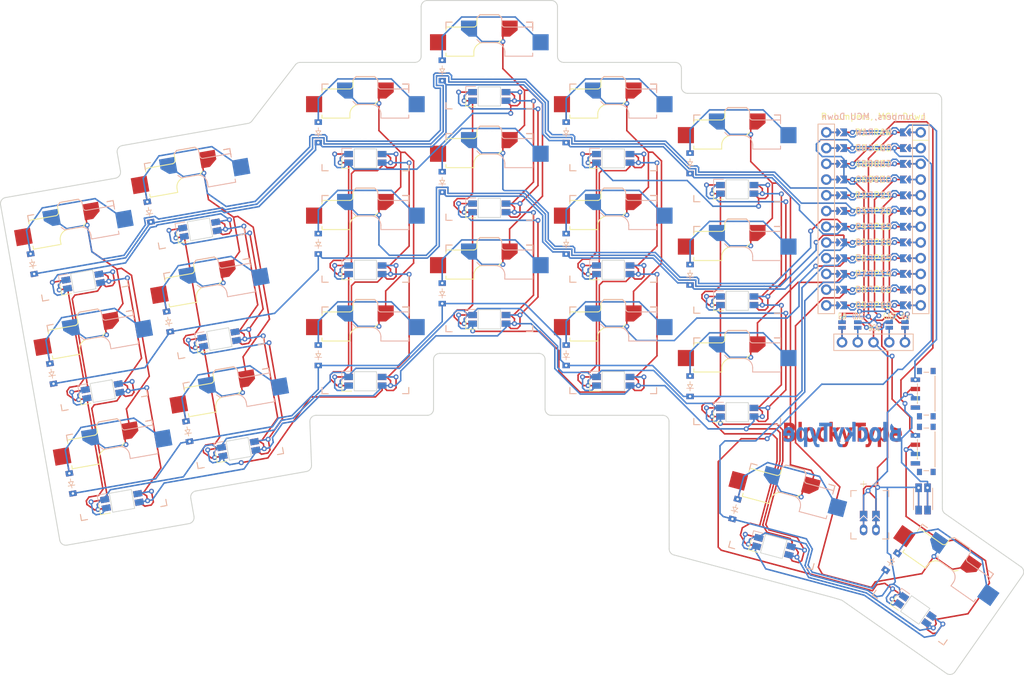
<source format=kicad_pcb>
(kicad_pcb (version 20240108) (generator "pcbnew") (generator_version "8.0")
  (title_block (title "BlockyType") (rev "v1.0.0") (company "Unknown"))
  (layers (0 "F.Cu" signal) (31 "B.Cu" signal) (34 "B.Paste" user) (35 "F.Paste" user) (36 "B.SilkS" user "B.Silkscreen") (37 "F.SilkS" user "F.Silkscreen") (38 "B.Mask" user) (39 "F.Mask" user) (44 "Edge.Cuts" user))
  (net 0 "")
  (net 1 "P20")
  (net 2 "outer_down")
  (net 3 "outer_home")
  (net 4 "outer_up")
  (net 5 "P21")
  (net 6 "pinky_down")
  (net 7 "pinky_home")
  (net 8 "pinky_up")
  (net 9 "P18")
  (net 10 "ring_down")
  (net 11 "ring_home")
  (net 12 "ring_up")
  (net 13 "P19")
  (net 14 "middle_down")
  (net 15 "middle_home")
  (net 16 "middle_up")
  (net 17 "P15")
  (net 18 "index_down")
  (net 19 "index_home")
  (net 20 "index_up")
  (net 21 "P14")
  (net 22 "inner_down")
  (net 23 "inner_home")
  (net 24 "inner_up")
  (net 25 "home_home")
  (net 26 "P16")
  (net 27 "innermost_home")
  (net 28 "P6")
  (net 29 "P5")
  (net 30 "P4")
  (net 31 "P7")
  (net 32 "VCC_LED")
  (net 33 "led_x")
  (net 34 "GND")
  (net 35 "led_20")
  (net 36 "led_19")
  (net 37 "led_18")
  (net 38 "led_16")
  (net 39 "led_15")
  (net 40 "led_17")
  (net 41 "led_14")
  (net 42 "led_13")
  (net 43 "led_12")
  (net 44 "led_10")
  (net 45 "led_9")
  (net 46 "led_11")
  (net 47 "led_8")
  (net 48 "led_7")
  (net 49 "led_6")
  (net 50 "led_4")
  (net 51 "led_3")
  (net 52 "led_5")
  (net 53 "led_2")
  (net 54 "P0")
  (net 55 "VCC")
  (net 56 "RST")
  (net 57 "BAT_P")
  (net 58 "RAW")
  (net 59 "JST1_1")
  (net 60 "JST1_2")
  (net 61 "P10")
  (net 62 "P1")
  (net 63 "P2")
  (net 64 "P3")
  (net 65 "P8")
  (net 66 "P9")
  (net 67 "MCU1_24")
  (net 68 "MCU1_1")
  (net 69 "MCU1_23")
  (net 70 "MCU1_2")
  (net 71 "MCU1_22")
  (net 72 "MCU1_3")
  (net 73 "MCU1_21")
  (net 74 "MCU1_4")
  (net 75 "MCU1_20")
  (net 76 "MCU1_5")
  (net 77 "MCU1_19")
  (net 78 "MCU1_6")
  (net 79 "MCU1_18")
  (net 80 "MCU1_7")
  (net 81 "MCU1_17")
  (net 82 "MCU1_8")
  (net 83 "MCU1_16")
  (net 84 "MCU1_9")
  (net 85 "MCU1_15")
  (net 86 "MCU1_10")
  (net 87 "MCU1_14")
  (net 88 "MCU1_11")
  (net 89 "MCU1_13")
  (net 90 "MCU1_12")
  (net 91 "DISP1_1")
  (net 92 "DISP1_2")
  (net 93 "DISP1_4")
  (net 94 "DISP1_5")
  (footprint "ComboDiode" (layer "F.Cu") (at -27.085254 -47.178273 100)
    (property "Reference" "D2" (hide yes))
    (property "Value" "" (hide yes))
  )
  (footprint "ComboDiode" (layer "F.Cu") (at 108.439061 -16.81555 55)
    (property "Reference" "D20" (hide yes))
    (property "Value" "" (hide yes))
  )
  (footprint "PG1350" (layer "F.Cu") (at 43.527158 -96.94609)
    (property "Reference" "S12" (hide yes))
    (property "Value" "")
  )
  (footprint "ceoloide:battery_connector_jst_ph_2" (layer "F.Cu") (at 104.927156 -21.946092 180)
    (property "Reference" "JST1" (hide yes))
    (property "Value" "")
  )
  (footprint "ComboDiode" (layer "F.Cu") (at 55.927161 -50.146092 90)
    (property "Reference" "D13" (hide yes))
    (property "Value" "" (hide yes))
  )
  (footprint "PG1350" (layer "F.Cu") (at -4.037395 -75.409387 10)
    (property "Reference" "S6" (hide yes))
    (property "Value" "")
  )
  (footprint "PG1350" (layer "F.Cu") (at 23.527172 -86.946083)
    (property "Reference" "S9" (hide yes))
    (property "Value" "")
  )
  (footprint "ComboDiode" (layer "F.Cu") (at 35.927161 -60.146089 90)
    (property "Reference" "D10" (hide yes))
    (property "Value" "" (hide yes))
  )
  (footprint "nice!view" (layer "F.Cu") (at 105.527156 -68.946089)
    (property "Reference" "DISP1" (hide yes))
    (property "Value" "")
  )
  (footprint "ComboDiode" (layer "F.Cu") (at 15.927164 -86.146085 90)
    (property "Reference" "D9" (hide yes))
    (property "Value" "" (hide yes))
  )
  (footprint "ceoloide:mounting_hole_npth" (layer "F.Cu") (at 33.527162 -86.946088)
    (property "Reference" "MH3" (hide yes))
    (property "Value" "")
  )
  (footprint "PG1350" (layer "F.Cu") (at 23.527175 -68.946087)
    (property "Reference" "S8" (hide yes))
    (property "Value" "")
  )
  (footprint "PG1350" (layer "F.Cu") (at 63.527157 -86.946095)
    (property "Reference" "S15" (hide yes))
    (property "Value" "")
  )
  (footprint "ComboDiode" (layer "F.Cu") (at 75.927169 -81.14609 90)
    (property "Reference" "D18" (hide yes))
    (property "Value" "" (hide yes))
  )
  (footprint "ceoloide:mounting_hole_npth" (layer "F.Cu") (at 109.527161 -39.446079)
    (property "Reference" "MH9" (hide yes))
    (property "Value" "")
  )
  (footprint "PG1350" (layer "F.Cu") (at 83.527168 -63.946089)
    (property "Reference" "S17" (hide yes))
    (property "Value" "")
  )
  (footprint "PG1350" (layer "F.Cu") (at 2.213934 -39.956308 10)
    (property "Reference" "S4" (hide yes))
    (property "Value" "")
  )
  (footprint "PG1350" (layer "F.Cu") (at 83.527157 -45.946077)
    (property "Reference" "S16" (hide yes))
    (property "Value" "")
  )
  (footprint "power_switch" (layer "F.Cu") (at 114.027168 -43.946085)
    (property "Reference" "SW3" (hide yes))
    (property "Value" "")
  )
  (footprint "PG1350" (layer "F.Cu") (at 90.72731 -24.104601 -15)
    (property "Reference" "S19" (hide yes))
    (property "Value" "")
  )
  (footprint "ceoloide:mounting_hole_npth" (layer "F.Cu") (at -12.409459 -65.302037 10)
    (property "Reference" "MH1" (hide yes))
    (property "Value" "")
  )
  (footprint "PG1350" (layer "F.Cu") (at 43.527162 -60.946089)
    (property "Reference" "S10" (hide yes))
    (property "Value" "")
  )
  (footprint "ComboDiode" (layer "F.Cu") (at 55.927163 -68.146089 90)
    (property "Reference" "D14" (hide yes))
    (property "Value" "" (hide yes))
  )
  (footprint "ComboDiode" (layer "F.Cu") (at -8.257344 -55.575277 100)
    (property "Reference" "D5" (hide yes))
    (property "Value" "" (hide yes))
  )
  (footprint "PG1350" (layer "F.Cu") (at -16.613983 -31.559306 10)
    (property "Reference" "S1" (hide yes))
    (property "Value" "")
  )
  (footprint "ceoloide:mounting_hole_npth" (layer "F.Cu") (at 96.527164 -46.946077)
    (property "Reference" "MH8" (hide yes))
    (property "Value" "")
  )
  (footprint "ceoloide:mounting_hole_npth" (layer "F.Cu") (at 33.527159 -59.446084)
    (property "Reference" "MH4" (hide yes))
    (property "Value" "")
  )
  (footprint "ComboDiode" (layer "F.Cu") (at 35.927161 -96.14609 90)
    (property "Reference" "D12" (hide yes))
    (property "Value" "" (hide yes))
  )
  (footprint "ceoloide:mounting_hole_npth" (layer "F.Cu") (at -6.679068 -32.80338 10)
    (property "Reference" "MH2" (hide yes))
    (property "Value" "")
  )
  (footprint "ComboDiode" (layer "F.Cu") (at -5.131682 -37.848747 100)
    (property "Reference" "D4" (hide yes))
    (property "Value" "" (hide yes))
  )
  (footprint "ComboDiode" (layer "F.Cu") (at -23.959595 -29.451725 100)
    (property "Reference" "D1" (hide yes))
    (property "Value" "" (hide yes))
  )
  (footprint "ComboDiode" (layer "F.Cu") (at 75.927154 -63.146087 90)
    (property "Reference" "D17" (hide yes))
    (property "Value" "" (hide yes))
  )
  (footprint "ComboDiode" (layer "F.Cu") (at -11.38301 -73.301823 100)
    (property "Reference" "D6" (hide yes))
    (property "Value" "" (hide yes))
  )
  (footprint "PG1350" (layer "F.Cu") (at -0.911732 -57.68283 10)
    (property "Reference" "S5" (hide yes))
    (property "Value" "")
  )
  (footprint "PG1350" (layer "F.Cu") (at -19.739649 -49.285856 10)
    (property "Reference" "S2" (hide yes))
    (property "Value" "")
  )
  (footprint "ComboDiode" (layer "F.Cu") (at 15.927159 -50.146093 90)
    (property "Reference" "D7" (hide yes))
    (property "Value" "" (hide yes))
  )
  (footprint "PG1350" (layer "F.Cu") (at 63.527163 -68.946086)
    (property "Reference" "S14" (hide yes))
    (property "Value" "")
  )
  (footprint "ceoloide:mcu_nice_nano" (layer "F.Cu") (at 105.527171 -73.446085)
    (property "Reference" "MCU1" (hide yes))
    (property "Value" "")
  )
  (footprint "ceoloide:mounting_hole_npth" (layer "F.Cu") (at 78.527162 -29.946091)
    (property "Reference" "MH6" (hide yes))
    (property "Value" "")
  )
  (footprint "PG1350" (layer "F.Cu") (at 43.527172 -78.946094)
    (property "Reference" "S11" (hide yes))
    (property "Value" "")
  )
  (footprint "power_switch" (layer "F.Cu") (at 114.027159 -34.946083)
    (property "Reference" "SW1" (hide yes))
    (property "Value" "")
  )
  (footprint "ComboDiode" (layer "F.Cu") (at 15.927161 -68.146089 90)
    (property "Reference" "D8" (hide yes))
    (property "Value" "" (hide yes))
  )
  (footprint "PG1350" (layer "F.Cu") (at -22.865302 -67.012369 10)
    (property "Reference" "S3" (hide yes))
    (property "Value" "")
  )
  (footprint "PG1350" (layer "F.Cu") (at 23.527153 -50.946097)
    (property "Reference" "S7" (hide yes))
    (property "Value" "")
  )
  (footprint "PG1350" (layer "F.Cu") (at 83.527167 -81.946082)
    (property "Reference" "S18" (hide yes))
    (property "Value" "")
  )
  (footprint "PG1350" (layer "F.Cu") (at 115.123488 -13.111695 -35)
    (property "Reference" "S20" (hide yes))
    (property "Value" "")
  )
  (footprint "ComboDiode" (layer "F.Cu") (at 35.927159 -78.146092 90)
    (property "Reference" "D11" (hide yes))
    (property "Value" "" (hide yes))
  )
  (footprint "PG1350" (layer "F.Cu") (at 63.527164 -50.946081)
    (property "Reference" "S13" (hide yes))
    (property "Value" "")
  )
  (footprint "ComboDiode" (layer "F.Cu") (at 55.927169 -86.14608 90)
    (property "Reference" "D15" (hide yes))
    (property "Value" "" (hide yes))
  )
  (footprint "ComboDiode" (layer "F.Cu") (at 75.927156 -45.146081 90)
    (property "Reference" "D16" (hide yes))
    (property "Value" "" (hide yes))
  )
  (footprint "ceoloide:mounting_hole_npth" (layer "F.Cu") (at 102.753787 -18.110734 -35)
    (property "Reference" "MH7" (hide yes))
    (property "Value" "")
  )
  (footprint "ceoloide:mounting_hole_npth" (layer "F.Cu") (at 92.527166 -78.946089)
    (property "Reference" "MH5" (hide yes))
    (property "Value" "")
  )
  (footprint "sw_reset_side" (layer "F.Cu") (at 113.527158 -26.946082)
    (property "Reference" "SW2" (hide yes))
    (property "Value" "")
  )
  (footprint "ComboDiode" (layer "F.Cu") (at -30.210922 -64.904817 100)
    (property "Reference" "D3" (hide yes))
    (property "Value" "" (hide yes))
  )
  (footprint "ComboDiode" (layer "F.Cu") (at 83.179232 -25.298897 75)
    (property "Reference" "D19" (hide yes))
    (property "Value" "" (hide yes))
  )
  (footprint "ceoloide:led_SK6812mini-e (per-key, reversible)" (layer "B.Cu") (at 43.527169 -91.946091)
    (property "Reference" "LED12" (hide yes))
    (property "Value" "")
    (fp_poly (pts (xy -1.799996 -1.550002) (xy 1.800003 -1.550002) (xy 1.799996 1.550002) (xy -1.800003 1.550002)) (stroke (width 0.12)) (fill none) (layer "Edge.Cuts"))
  )
  (footprint "ceoloide:led_SK6812mini-e (per-key, reversible)" (layer "B.Cu") (at -21.997077 -62.088342 10)
    (property "Reference" "LED3" (hide yes))
    (property "Value" "")
    (fp_poly (pts (xy -1.799999 -1.550001) (xy 1.799999 -1.550004) (xy 1.799999 1.550001) (xy -1.799999 1.550004)) (stroke (width 0.12)) (fill none) (layer "Edge.Cuts"))
  )
  (footprint "ceoloide:led_SK6812mini-e (per-key, reversible)" (layer "B.Cu") (at 43.52716 -73.946098)
    (property "Reference" "LED11" (hide yes))
    (property "Value" "")
    (fp_poly (pts (xy -1.799996 -1.550002) (xy 1.800003 -1.550002) (xy 1.799996 1.550002) (xy -1.800003 1.550002)) (stroke (width 0.12)) (fill none) (layer "Edge.Cuts"))
  )
  (footprint "ceoloide:led_SK6812mini-e (per-key, reversible)" (layer "B.Cu") (at 43.52717 -55.946092)
    (property "Reference" "LED10" (hide yes))
    (property "Value" "")
    (fp_poly (pts (xy -1.799996 -1.550002) (xy 1.800003 -1.550002) (xy 1.799996 1.550002) (xy -1.800003 1.550002)) (stroke (width 0.12)) (fill none) (layer "Edge.Cuts"))
  )
  (footprint "ceoloide:led_SK6812mini-e (per-key, reversible)" (layer "B.Cu") (at -0.043497 -52.758802 10)
    (property "Reference" "LED5" (hide yes))
    (property "Value" "")
    (fp_poly (pts (xy -1.799999 -1.550001) (xy 1.799999 -1.550004) (xy 1.799999 1.550001) (xy -1.799999 1.550004)) (stroke (width 0.12)) (fill none) (layer "Edge.Cuts"))
  )
  (footprint "ceoloide:led_SK6812mini-e (per-key, reversible)" (layer "B.Cu") (at 112.255599 -9.015925 -35)
    (property "Reference" "LED20" (hide yes))
    (property "Value" "")
    (fp_poly (pts (xy -1.800001 -1.55) (xy 1.8 -1.55) (xy 1.800001 1.55) (xy -1.8 1.55)) (stroke (width 0.12)) (fill none) (layer "Edge.Cuts"))
  )
  (footprint "ceoloide:led_SK6812mini-e (per-key, reversible)" (layer "B.Cu") (at 23.527162 -81.94609)
    (property "Reference" "LED9" (hide yes))
    (property "Value" "")
    (fp_poly (pts (xy -1.799996 -1.550002) (xy 1.800003 -1.550002) (xy 1.799996 1.550002) (xy -1.800003 1.550002)) (stroke (width 0.12)) (fill none) (layer "Edge.Cuts"))
  )
  (footprint "ceoloide:led_SK6812mini-e (per-key, reversible)" (layer "B.Cu") (at 83.527166 -76.946081)
    (property "Reference" "LED18" (hide yes))
    (property "Value" "")
    (fp_poly (pts (xy -1.799996 -1.550002) (xy 1.800003 -1.550002) (xy 1.799996 1.550002) (xy -1.800003 1.550002)) (stroke (width 0.12)) (fill none) (layer "Edge.Cuts"))
  )
  (footprint "ceoloide:led_SK6812mini-e (per-key, reversible)" (layer "B.Cu") (at -15.745726 -26.635266 10)
    (property "Reference" "LED1" (hide yes))
    (property "Value" "")
    (fp_poly (pts (xy -1.799999 -1.550001) (xy 1.799999 -1.550004) (xy 1.799999 1.550001) (xy -1.799999 1.550004)) (stroke (width 0.12)) (fill none) (layer "Edge.Cuts"))
  )
  (footprint "ceoloide:led_SK6812mini-e (per-key, reversible)" (layer "B.Cu") (at 83.527164 -58.946081)
    (property "Reference" "LED17" (hide yes))
    (property "Value" "")
    (fp_poly (pts (xy -1.799996 -1.550002) (xy 1.800003 -1.550002) (xy 1.799996 1.550002) (xy -1.800003 1.550002)) (stroke (width 0.12)) (fill none) (layer "Edge.Cuts"))
  )
  (footprint "ceoloide:led_SK6812mini-e (per-key, reversible)" (layer "B.Cu") (at 23.52716 -45.946088)
    (property "Reference" "LED7" (hide yes))
    (property "Value" "")
    (fp_poly (pts (xy -1.799996 -1.550002) (xy 1.800003 -1.550002) (xy 1.799996 1.550002) (xy -1.800003 1.550002)) (stroke (width 0.12)) (fill none) (layer "Edge.Cuts"))
  )
  (footprint "ceoloide:led_SK6812mini-e (per-key, reversible)" (layer "B.Cu") (at 63.527164 -63.946084)
    (property "Reference" "LED14" (hide yes))
    (property "Value" "")
    (fp_poly (pts (xy -1.799996 -1.550002) (xy 1.800003 -1.550002) (xy 1.799996 1.550002) (xy -1.800003 1.550002)) (stroke (width 0.12)) (fill none) (layer "Edge.Cuts"))
  )
  (footprint "ceoloide:led_SK6812mini-e (per-key, reversible)" (layer "B.Cu") (at -18.871394 -44.3618 10)
    (property "Reference" "LED2" (hide yes))
    (property "Value" "")
    (fp_poly (pts (xy -1.799999 -1.550001) (xy 1.799999 -1.550004) (xy 1.799999 1.550001) (xy -1.799999 1.550004)) (stroke (width 0.12)) (fill none) (layer "Edge.Cuts"))
  )
  (footprint "ceoloide:led_SK6812mini-e (per-key, reversible)" (layer "B.Cu") (at 63.527158 -45.946093)
    (property "Reference" "LED13" (hide yes))
    (property "Value" "")
    (fp_poly (pts (xy -1.799996 -1.550002) (xy 1.800003 -1.550002) (xy 1.799996 1.550002) (xy -1.800003 1.550002)) (stroke (width 0.12)) (fill none) (layer "Edge.Cuts"))
  )
  (footprint "ceoloide:led_SK6812mini-e (per-key, reversible)" (layer "B.Cu") (at 83.527148 -40.946085)
    (property "Reference" "LED16" (hide yes))
    (property "Value" "")
    (fp_poly (pts (xy -1.799996 -1.550002) (xy 1.800003 -1.550002) (xy 1.799996 1.550002) (xy -1.800003 1.550002)) (stroke (width 0.12)) (fill none) (layer "Edge.Cuts"))
  )
  (footprint "ceoloide:led_SK6812mini-e (per-key, reversible)" (layer "B.Cu") (at 63.527165 -81.946071)
    (property "Reference" "LED15" (hide yes))
    (property "Value" "")
    (fp_poly (pts (xy -1.799996 -1.550002) (xy 1.800003 -1.550002) (xy 1.799996 1.550002) (xy -1.800003 1.550002)) (stroke (width 0.12)) (fill none) (layer "Edge.Cuts"))
  )
  (footprint "ceoloide:led_SK6812mini-e (per-key, reversible)" (layer "B.Cu") (at 89.433217 -19.274979 -15)
    (property "Reference" "LED19" (hide yes))
    (property "Value" "")
    (fp_poly (pts (xy -1.800001 -1.55) (xy 1.799998 -1.55) (xy 1.800001 1.55) (xy -1.799998 1.55)) (stroke (width 0.12)) (fill none) (layer "Edge.Cuts"))
  )
  (footprint "ceoloide:led_SK6812mini-e (per-key, reversible)" (layer "B.Cu") (at 3.082179 -35.032263 10)
    (property "Reference" "LED4" (hide yes))
    (property "Value" "")
    (fp_poly (pts (xy -1.799999 -1.550001) (xy 1.799999 -1.550004) (xy 1.799999 1.550001) (xy -1.799999 1.550004)) (stroke (width 0.12)) (fill none) (layer "Edge.Cuts"))
  )
  (footprint "ceoloide:led_SK6812mini-e (per-key, reversible)" (layer "B.Cu") (at 23.527171 -63.946087)
    (property "Reference" "LED8" (hide yes))
    (property "Value" "")
    (fp_poly (pts (xy -1.799996 -1.550002) (xy 1.800003 -1.550002) (xy 1.799996 1.550002) (xy -1.800003 1.550002)) (stroke (width 0.12)) (fill none) (layer "Edge.Cuts"))
  )
  (footprint "ceoloide:led_SK6812mini-e (per-key, reversible)" (layer "B.Cu") (at -3.169153 -70.485357 10)
    (property "Reference" "LED6" (hide yes))
    (property "Value" "")
    (fp_poly (pts (xy -1.799999 -1.550001) (xy 1.799999 -1.550004) (xy 1.799999 1.550001) (xy -1.799999 1.550004)) (stroke (width 0.12)) (fill none) (layer "Edge.Cuts"))
  )
  (gr_arc (start 73.29514 -17.905151) (mid 72.760925 -18.26179) (end 72.553954 -18.869839) (stroke (width 0.15)) (layer "Edge.Cuts"))
  (gr_arc (start 100.260836 -10.636748) (mid 100.41214 -10.578523) (end 100.552038 -10.496595) (stroke (width 0.15)) (layer "Edge.Cuts"))
  (gr_arc (start 73.527156 -97.446089) (mid 74.234242 -97.153172) (end 74.527159 -96.446091) (stroke (width 0.15)) (layer "Edge.Cuts"))
  (gr_line (start -4.652372 -27.068187) (end -4.131425 -24.113766) (stroke (width 0.15)) (layer "Edge.Cuts"))
  (gr_arc (start 129.337562 -15.977014) (mid 129.748769 -15.331519) (end 129.583141 -14.584295) (stroke (width 0.15)) (layer "Edge.Cuts"))
  (gr_arc (start 5.208788 -87.966482) (mid 4.934747 -87.721892) (end 4.590874 -87.592767) (stroke (width 0.15)) (layer "Edge.Cuts"))
  (gr_arc (start 53.527161 -40.446093) (mid 52.82007 -40.738987) (end 52.527167 -41.44608) (stroke (width 0.15)) (layer "Edge.Cuts"))
  (gr_arc (start -15.998988 -79.900513) (mid -16.164649 -79.153291) (end -16.810149 -78.742055) (stroke (width 0.15)) (layer "Edge.Cuts"))
  (gr_line (start -15.998988 -79.900502) (end -16.51994 -82.85493) (stroke (width 0.15)) (layer "Edge.Cuts"))
  (gr_line (start 33.527171 -40.446089) (end 15.566355 -40.446085) (stroke (width 0.15)) (layer "Edge.Cuts"))
  (gr_line (start 71.528406 -40.446089) (end 53.527161 -40.446093) (stroke (width 0.15)) (layer "Edge.Cuts"))
  (gr_arc (start 12.22692 -97.057174) (mid 12.577505 -97.343622) (end 13.018488 -97.446091) (stroke (width 0.15)) (layer "Edge.Cuts"))
  (gr_arc (start 34.52717 -49.446083) (mid 34.820059 -50.153185) (end 35.527159 -50.446079) (stroke (width 0.15)) (layer "Edge.Cuts"))
  (gr_line (start 98.623072 -11.118561) (end 73.29514 -17.905151) (stroke (width 0.15)) (layer "Edge.Cuts"))
  (gr_line (start 55.527157 -97.446082) (end 73.527156 -97.446089) (stroke (width 0.15)) (layer "Edge.Cuts"))
  (gr_line (start 54.527153 -106.446076) (end 54.527159 -98.446087) (stroke (width 0.15)) (layer "Edge.Cuts"))
  (gr_line (start 51.527159 -50.446081) (end 35.527159 -50.446079) (stroke (width 0.15)) (layer "Edge.Cuts"))
  (gr_arc (start 14.836616 -32.397691) (mid 14.615593 -31.731326) (end 14.010994 -31.374461) (stroke (width 0.15)) (layer "Edge.Cuts"))
  (gr_line (start 117.292468 1.225169) (end 100.552038 -10.496595) (stroke (width 0.15)) (layer "Edge.Cuts"))
  (gr_line (start 32.52716 -98.446086) (end 32.527157 -106.446093) (stroke (width 0.15)) (layer "Edge.Cuts"))
  (gr_arc (start 51.527159 -50.446081) (mid 52.234274 -50.153194) (end 52.527159 -49.446084) (stroke (width 0.15)) (layer "Edge.Cuts"))
  (gr_line (start -34.536692 -75.616365) (end -16.810149 -78.742055) (stroke (width 0.15)) (layer "Edge.Cuts"))
  (gr_arc (start 75.527162 -92.446086) (mid 74.820035 -92.738955) (end 74.527176 -93.446087) (stroke (width 0.15)) (layer "Edge.Cuts"))
  (gr_arc (start 118.685179 0.979594) (mid 118.039692 1.390834) (end 117.292468 1.225169) (stroke (width 0.15)) (layer "Edge.Cuts"))
  (gr_arc (start 117.066253 -24.569483) (mid 116.7532 -24.926141) (end 116.639818 -25.386955) (stroke (width 0.15)) (layer "Edge.Cuts"))
  (gr_arc (start 55.527157 -97.446082) (mid 54.819998 -97.738924) (end 54.527159 -98.446087) (stroke (width 0.15)) (layer "Edge.Cuts"))
  (gr_arc (start -35.347852 -74.457933) (mid -35.182197 -75.205149) (end -34.536692 -75.616365) (stroke (width 0.15)) (layer "Edge.Cuts"))
  (gr_line (start -25.797197 -20.293504) (end -35.347845 -74.457928) (stroke (width 0.15)) (layer "Edge.Cuts"))
  (gr_line (start 100.260843 -10.636734) (end 98.646645 -11.111917) (stroke (width 0.15)) (layer "Edge.Cuts"))
  (gr_arc (start -24.638748 -19.482344) (mid -25.385969 -19.648001) (end -25.797197 -20.293504) (stroke (width 0.15)) (layer "Edge.Cuts"))
  (gr_line (start 116.528835 -91.44777) (end 116.639818 -25.386955) (stroke (width 0.15)) (layer "Edge.Cuts"))
  (gr_arc (start 98.623074 -11.118548) (mid 98.634881 -11.115307) (end 98.646645 -11.111917) (stroke (width 0.15)) (layer "Edge.Cuts"))
  (gr_line (start 117.066253 -24.569483) (end 129.337545 -15.977014) (stroke (width 0.15)) (layer "Edge.Cuts"))
  (gr_line (start 74.527159 -96.446091) (end 74.527176 -93.446087) (stroke (width 0.15)) (layer "Edge.Cuts"))
  (gr_line (start 72.553954 -18.869839) (end 72.528409 -39.447325) (stroke (width 0.15)) (layer "Edge.Cuts"))
  (gr_line (start 129.583141 -14.584295) (end 118.685179 0.979594) (stroke (width 0.15)) (layer "Edge.Cuts"))
  (gr_arc (start 32.527157 -106.446093) (mid 32.820057 -107.153173) (end 33.527163 -107.44608) (stroke (width 0.15)) (layer "Edge.Cuts"))
  (gr_arc (start 32.52716 -98.446086) (mid 32.234238 -97.739012) (end 31.527161 -97.446085) (stroke (width 0.15)) (layer "Edge.Cuts"))
  (gr_line (start 5.208796 -87.966479) (end 12.22692 -97.057174) (stroke (width 0.15)) (layer "Edge.Cuts"))
  (gr_arc (start 34.527157 -41.446076) (mid 34.234234 -40.739018) (end 33.527171 -40.446089) (stroke (width 0.15)) (layer "Edge.Cuts"))
  (gr_line (start 14.010994 -31.374461) (end -3.841218 -28.226639) (stroke (width 0.15)) (layer "Edge.Cuts"))
  (gr_line (start 75.527162 -92.446086) (end 115.528831 -92.446092) (stroke (width 0.15)) (layer "Edge.Cuts"))
  (gr_line (start -4.942589 -22.955305) (end -24.63875 -19.482344) (stroke (width 0.15)) (layer "Edge.Cuts"))
  (gr_arc (start 14.567093 -39.407667) (mid 14.84579 -40.139487) (end 15.566355 -40.446085) (stroke (width 0.15)) (layer "Edge.Cuts"))
  (gr_arc (start 71.528406 -40.446089) (mid 72.235082 -40.153649) (end 72.528409 -39.447325) (stroke (width 0.15)) (layer "Edge.Cuts"))
  (gr_arc (start -4.652377 -27.068178) (mid -4.486722 -27.815404) (end -3.841218 -28.226639) (stroke (width 0.15)) (layer "Edge.Cuts"))
  (gr_arc (start -4.131425 -24.113766) (mid -4.29707 -23.36653) (end -4.942589 -22.955305) (stroke (width 0.15)) (layer "Edge.Cuts"))
  (gr_line (start 14.567093 -39.407667) (end 14.836614 -32.397695) (stroke (width 0.15)) (layer "Edge.Cuts"))
  (gr_line (start 34.52717 -49.446083) (end 34.527157 -41.446076) (stroke (width 0.15)) (layer "Edge.Cuts"))
  (gr_arc (start 53.527171 -107.446097) (mid 54.234263 -107.153169) (end 54.527153 -106.446076) (stroke (width 0.15)) (layer "Edge.Cuts"))
  (gr_line (start 33.527163 -107.44608) (end 53.527171 -107.446097) (stroke (width 0.15)) (layer "Edge.Cuts"))
  (gr_arc (start 115.528831 -92.446092) (mid 116.235308 -92.153771) (end 116.528835 -91.44777) (stroke (width 0.15)) (layer "Edge.Cuts"))
  (gr_line (start 13.018488 -97.446091) (end 31.527161 -97.446085) (stroke (width 0.15)) (layer "Edge.Cuts"))
  (gr_arc (start -16.519936 -82.854938) (mid -16.354282 -83.60216) (end -15.708778 -84.013386) (stroke (width 0.15)) (layer "Edge.Cuts"))
  (gr_line (start -15.708778 -84.013386) (end 4.590874 -87.592767) (stroke (width 0.15)) (layer "Edge.Cuts"))
  (gr_line (start 52.527167 -41.44608) (end 52.527159 -49.446084) (stroke (width 0.15)) (layer "Edge.Cuts"))
  (gr_text "BlockyType" (at 100.527167 -37.446089 0) (layer "F.Cu") (effects (font (size 3 2.2) (thickness 0.15) (bold yes))))
  (gr_text "BlockyType" (at 100.527167 -37.446089 0) (layer "B.Cu") (effects (font (size 3 2.2) (thickness 0.15) (bold yes)) (justify mirror)))
  (segment (start -21.372305 -71.172027) (end -21.551251 -72.186805) (width 0.25) (layer "F.Cu") (net 1))
  (segment (start -15.600813 -58.494453) (end -17.547608 -55.71416) (width 0.25) (layer "F.Cu") (net 1))
  (segment (start -15.835757 -64.190483) (end -14.217576 -63.057431) (width 0.25) (layer "F.Cu") (net 1))
  (segment (start -16.581977 -64.058905) (end -15.600813 -58.494453) (width 0.25) (layer "F.Cu") (net 1))
  (segment (start 100.752168 -73.446087) (end 102.127158 -73.446091) (width 0.25) (layer "F.Cu") (net 1))
  (segment (start -16.581977 -64.058905) (end -15.835757 -64.190483) (width 0.25) (layer "F.Cu") (net 1))
  (segment (start -20.61615 -66.883673) (end -16.581977 -64.058905) (width 0.25) (layer "F.Cu") (net 1))
  (segment (start -15.120974 -35.718934) (end -15.299918 -36.733737) (width 0.25) (layer "F.Cu") (net 1))
  (segment (start -18.246642 -53.445488) (end -18.425572 -54.460272) (width 0.25) (layer "F.Cu") (net 1))
  (segment (start -14.217576 -63.057431) (end -11.343706 -46.758863) (width 0.25) (layer "F.Cu") (net 1))
  (segment (start -15.03819 -41.482586) (end -14.421941 -37.98762) (width 0.25) (layer "F.Cu") (net 1))
  (segment (start -11.343706 -46.758863) (end -15.03819 -41.482586) (width 0.25) (layer "F.Cu") (net 1))
  (segment (start -21.372305 -71.172027) (end -20.61615 -66.883673) (width 0.25) (layer "F.Cu") (net 1))
  (via (at -21.372305 -71.172027) (size 0.8) (drill 0.4) (layers "F.Cu" "B.Cu") (net 1))
  (via (at -18.246642 -53.445488) (size 0.8) (drill 0.4) (layers "F.Cu" "B.Cu") (net 1))
  (via (at -15.120974 -35.718934) (size 0.8) (drill 0.4) (layers "F.Cu" "B.Cu") (net 1))
  (segment (start 93.886469 -74.707288) (end 101.082664 -74.707287) (width 0.25) (layer "B.Cu") (net 1))
  (segment (start -27.123764 -72.303288) (end -24.676167 -70.589468) (width 0.25) (layer "B.Cu") (net 1))
  (segment (start 108.121867 -73.666085) (end 102.347164 -73.666083) (width 0.25) (layer "B.Cu") (net 1))
  (segment (start 56.852165 -84.273484) (end 71.786158 -84.273482) (width 0.25) (layer "B.Cu") (net 1))
  (segment (start 101.082664 -74.707287) (end 102.127163 -73.662776) (width 0.25) (layer "B.Cu") (net 1))
  (segment (start 16.852169 -84.27348) (end 34.102444 -84.273477) (width 0.25) (layer "B.Cu") (net 1))
  (segment (start -18.923021 -65.676662) (end -15.413996 -66.295403) (width 0.25) (layer "B.Cu") (net 1))
  (segment (start -20.611835 -66.85919) (end -18.923021 -65.676662) (width 0.25) (layer "B.Cu") (net 1))
  (segment (start 53.332961 -85.323477) (end 56.799774 -85.32348) (width 0.25) (layer "B.Cu") (net 1))
  (segment (start -11.957341 -71.232039) (end -12.142032 -72.279482) (width 0.25) (layer "B.Cu") (net 1))
  (segment (start 36.982983 -94.273481) (end 49.243522 -94.273485) (width 0.25) (layer "B.Cu") (net 1))
  (segment (start 108.626859 -74.171087) (end 108.121867 -73.666085) (width 0.25) (layer "B.Cu") (net 1))
  (segment (start 76.85218 -79.273477) (end 89.320282 -79.273474) (width 0.25) (layer "B.Cu") (net 1))
  (segment (start 34.102444 -84.273477) (end 36.082974 -86.25401) (width 0.25) (layer "B.Cu") (net 1))
  (segment (start -21.550493 -52.862928) (end -18.246642 -53.445488) (width 0.25) (layer "B.Cu") (net 1))
  (segment (start 52.574633 -90.942368) (end 52.574629 -86.081823) (width 0.25) (layer "B.Cu") (net 1))
  (segment (start 36.982971 -95.140293) (end 36.982983 -94.273481) (width 0.25) (layer "B.Cu") (net 1))
  (segment (start 36.852161 -95.27109) (end 36.982971 -95.140293) (width 0.25) (layer "B.Cu") (net 1))
  (segment (start 16.852156 -85.271088) (end 16.852169 -84.27348) (width 0.25) (layer "B.Cu") (net 1))
  (segment (start 75.788555 -80.27108) (end 76.852157 -80.271086) (width 0.25) (layer "B.Cu") (net 1))
  (segment (start -24.676167 -70.589468) (end -21.372305 -71.172027) (width 0.25) (layer "B.Cu") (net 1))
  (segment (start 56.852163 -85.27108) (end 56.852165 -84.273484) (width 0.25) (layer "B.Cu") (net 1))
  (segment (start 56.799774 -85.32348) (end 56.852163 -85.27108) (width 0.25) (layer "B.Cu") (net 1))
  (segment (start -18.424842 -35.136397) (end -15.120974 -35.718934) (width 0.25) (layer "B.Cu") (net 1))
  (segment (start 76.852157 -80.271086) (end 76.85218 -79.273477) (width 0.25) (layer "B.Cu") (net 1))
  (segment (start 52.574629 -86.081823) (end 53.332961 -85.323477) (width 0.25) (layer "B.Cu") (net 1))
  (segment (start 49.243522 -94.273485) (end 52.574633 -90.942368) (width 0.25) (layer "B.Cu") (net 1))
  (segment (start 36.082974 -93.703889) (end 36.065769 -93.721091) (width 0.25) (layer "B.Cu") (net 1))
  (segment (start -12.142032 -72.279482) (end -10.462432 -72.575654) (width 0.25) (layer "B.Cu") (net 1))
  (segment (start -23.998101 -54.576758) (end -21.550493 -52.862928) (width 0.25) (layer "B.Cu") (net 1))
  (segment (start -20.87243 -36.850201) (end -18.424842 -35.136397) (width 0.25) (layer "B.Cu") (net 1))
  (segment (start 35.002174 -95.271089) (end 36.852161 -95.27109) (width 0.25) (layer "B.Cu") (net 1))
  (segment (start 109.227468 -74.171091) (end 108.626859 -74.171087) (width 0.25) (layer "B.Cu") (net 1))
  (segment (start -10.462432 -72.575654) (end -9.845667 -72.143788) (width 0.25) (layer "B.Cu") (net 1))
  (segment (start 71.786158 -84.273482) (end 75.788555 -80.27108) (width 0.25) (layer "B.Cu") (net 1))
  (segment (start 0.432169 -73.956043) (end 0.87225 -73.647896) (width 0.25) (layer "B.Cu") (net 1))
  (segment (start -21.372305 -71.172027) (end -20.611835 -66.85919) (width 0.25) (layer "B.Cu") (net 1))
  (segment (start -9.845667 -72.143788) (end 0.432169 -73.956043) (width 0.25) (layer "B.Cu") (net 1))
  (segment (start 36.082974 -86.25401) (end 36.082974 -93.703889) (width 0.25) (layer "B.Cu") (net 1))
  (segment (start 0.87225 -73.647896) (end 5.876044 -74.530204) (width 0.25) (layer "B.Cu") (net 1))
  (segment (start 89.320282 -79.273474) (end 93.886469 -74.707288) (width 0.25) (layer "B.Cu") (net 1))
  (segment (start 109.952473 -73.446081) (end 109.227468 -74.171091) (width 0.25) (layer "B.Cu") (net 1))
  (segment (start 15.002159 -83.523335) (end 15.002168 -85.271086) (width 0.25) (layer "B.Cu") (net 1))
  (segment (start 5.876044 -74.530204) (end 5.876053 -74.530209) (width 0.25) (layer "B.Cu") (net 1))
  (segment (start 6.037509 -74.558676) (end 15.002159 -83.523335) (width 0.25) (layer "B.Cu") (net 1))
  (segment (start 15.002168 -85.271086) (end 16.852156 -85.271088) (width 0.25) (layer "B.Cu") (net 1))
  (segment (start 35.002169 -93.721093) (end 35.002174 -95.271089) (width 0.25) (layer "B.Cu") (net 1))
  (segment (start 36.065769 -93.721091) (end 35.002169 -93.721093) (width 0.25) (layer "B.Cu") (net 1))
  (segment (start 5.876053 -74.530209) (end 6.037509 -74.558676) (width 0.25) (layer "B.Cu") (net 1))
  (segment (start -15.413996 -66.295403) (end -11.957341 -71.232039) (width 0.25) (layer "B.Cu") (net 1))
  (segment (start -24.246118 -31.07666) (end -24.632482 -33.267865) (width 0.25) (layer "F.Cu") (net 2))
  (via (at -24.246118 -31.07666) (size 0.8) (drill 0.4) (layers "F.Cu" "B.Cu") (net 2))
  (segment (start -24.91321 -34.859999) (end -24.246106 -31.076673) (width 0.25) (layer "B.Cu") (net 2))
  (segment (start -9.115867 -36.689264) (end -13.836575 -39.994752) (width 0.25) (layer "B.Cu") (net 2))
  (segment (start -22.371595 -38.489796) (end -24.91321 -34.859999) (width 0.25) (layer "B.Cu") (net 2))
  (segment (start -13.836575 -39.994752) (end -22.371595 -38.489796) (width 0.25) (layer "B.Cu") (net 2))
  (segment (start -27.371786 -48.803206) (end -27.758147 -50.994398) (width 0.25) (layer "F.Cu") (net 3))
  (via (at -27.371786 -48.803206) (size 0.8) (drill 0.4) (layers "F.Cu" "B.Cu") (net 3))
  (segment (start -16.962248 -57.721295) (end -25.497268 -56.216335) (width 0.25) (layer "B.Cu") (net 3))
  (segment (start -12.24154 -54.41582) (end -16.962248 -57.721295) (width 0.25) (layer "B.Cu") (net 3))
  (segment (start -28.03889 -52.586527) (end -27.371786 -48.803206) (width 0.25) (layer "B.Cu") (net 3))
  (segment (start -25.497268 -56.216335) (end -28.03889 -52.586527) (width 0.25) (layer "B.Cu") (net 3))
  (segment (start -30.497439 -66.529751) (end -30.883806 -68.720944) (width 0.25) (layer "F.Cu") (net 4))
  (via (at -30.497439 -66.529751) (size 0.8) (drill 0.4) (layers "F.Cu" "B.Cu") (net 4))
  (segment (start -20.087909 -75.447832) (end -28.622936 -73.942854) (width 0.25) (layer "B.Cu") (net 4))
  (segment (start -15.367215 -72.142348) (end -20.087909 -75.447832) (width 0.25) (layer "B.Cu") (net 4))
  (segment (start -31.164554 -70.313065) (end -30.497445 -66.529757) (width 0.25) (layer "B.Cu") (net 4))
  (segment (start -28.622936 -73.942854) (end -31.164554 -70.313065) (width 0.25) (layer "B.Cu") (net 4))
  (segment (start -2.544391 -79.569038) (end -2.723345 -80.583806) (width 0.25) (layer "F.Cu") (net 5))
  (segment (start -1.788243 -75.280667) (end 2.245919 -72.455908) (width 0.25) (layer "F.Cu") (net 5))
  (segment (start 3.227084 -66.891439) (end 1.280312 -64.11114) (width 0.25) (layer "F.Cu") (net 5))
  (segment (start 3.706944 -44.115941) (end 3.528001 -45.130738) (width 0.25) (layer "F.Cu") (net 5))
  (segment (start 3.788033 -49.889154) (end 4.405972 -46.384611) (width 0.25) (layer "F.Cu") (net 5))
  (segment (start 2.245919 -72.455908) (end 2.931676 -72.576819) (width 0.25) (layer "F.Cu") (net 5))
  (segment (start 5.430013 -70.827466) (end 8.049005 -55.97445) (width 0.25) (layer "F.Cu") (net 5))
  (segment (start -2.544391 -79.569038) (end -1.788243 -75.280667) (width 0.25) (layer "F.Cu") (net 5))
  (segment (start 100.752158 -75.986086) (end 102.127164 -75.98608) (width 0.25) (layer "F.Cu") (net 5))
  (segment (start 0.581277 -61.842481) (end 0.402346 -62.857268) (width 0.25) (layer "F.Cu") (net 5))
  (segment (start 2.245919 -72.455908) (end 3.227084 -66.891439) (width 0.25) (layer "F.Cu") (net 5))
  (segment (start 8.049005 -55.97445) (end 3.788033 -49.889154) (width 0.25) (layer "F.Cu") (net 5))
  (segment (start 2.931676 -72.576819) (end 5.430013 -70.827466) (width 0.25) (layer "F.Cu") (net 5))
  (via (at -2.544391 -79.569038) (size 0.8) (drill 0.4) (layers "F.Cu" "B.Cu") (net 5))
  (via (at 3.706944 -44.115941) (size 0.8) (drill 0.4) (layers "F.Cu" "B.Cu") (net 5))
  (via (at 0.581277 -61.842481) (size 0.8) (drill 0.4) (layers "F.Cu" "B.Cu") (net 5))
  (segment (start 108.121868 -76.206088) (end 102.347162 -76.206085) (width 0.25) (layer "B.Cu") (net 5))
  (segment (start 17.003975 -85.755671) (end 17.302161 -85.457482) (width 0.25) (layer "B.Cu") (net 5))
  (segment (start -5.848254 -78.986466) (end -2.544391 -79.569038) (width 0.25) (layer "B.Cu") (net 5))
  (segment (start 109.227473 -76.711087) (end 108.626853 -76.711078) (width 0.25) (layer "B.Cu") (net 5))
  (segment (start -8.295858 -80.700299) (end -5.848254 -78.986466) (width 0.25) (layer "B.Cu") (net 5))
  (segment (start 77.302169 -80.457474) (end 77.30217 -79.723475) (width 0.25) (layer "B.Cu") (net 5))
  (segment (start 37.038566 -95.721091) (end 37.432973 -95.326684) (width 0.25) (layer "B.Cu") (net 5))
  (segment (start 49.4299 -94.723477) (end 53.024632 -91.128751) (width 0.25) (layer "B.Cu") (net 5))
  (segment (start 14.552164 -85.45748) (end 14.850359 -85.755673) (width 0.25) (layer "B.Cu") (net 5))
  (segment (start 35.632974 -86.504015) (end 35.632966 -93.271092) (width 0.25) (layer "B.Cu") (net 5))
  (segment (start 89.57027 -79.723483) (end 92.132676 -77.161088) (width 0.25) (layer "B.Cu") (net 5))
  (segment (start 14.552165 -83.80633) (end 14.552164 -85.45748) (width 0.25) (layer "B.Cu") (net 5))
  (segment (start 35.632966 -93.271092) (end 34.815774 -93.271093) (width 0.25) (layer "B.Cu") (net 5))
  (segment (start 33.852441 -84.723473) (end 35.632974 -86.504015) (width 0.25) (layer "B.Cu") (net 5))
  (segment (start 56.986176 -85.773487) (end 57.302175 -85.457477) (width 0.25) (layer "B.Cu") (net 5))
  (segment (start -2.544391 -79.569038) (end -1.967137 -76.295205) (width 0.25) (layer "B.Cu") (net 5))
  (segment (start 1.06833 -74.169751) (end 5.743409 -74.994096) (width 0.25) (layer "B.Cu") (net 5))
  (segment (start 92.132676 -77.161088) (end 101.168862 -77.161093) (width 0.25) (layer "B.Cu") (net 5))
  (segment (start 34.815774 -93.271093) (end 34.552159 -93.534693) (width 0.25) (layer "B.Cu") (net 5))
  (segment (start 101.168862 -77.161093) (end 102.127173 -76.202777) (width 0.25) (layer "B.Cu") (net 5))
  (segment (start 5.75151 -75.005664) (end 14.552165 -83.80633) (width 0.25) (layer "B.Cu") (net 5))
  (segment (start 37.432973 -94.723477) (end 49.4299 -94.723477) (width 0.25) (layer "B.Cu") (net 5))
  (segment (start 34.815767 -95.721099) (end 37.038566 -95.721091) (width 0.25) (layer "B.Cu") (net 5))
  (segment (start 17.302161 -85.457482) (end 17.302173 -84.723476) (width 0.25) (layer "B.Cu") (net 5))
  (segment (start 77.30217 -79.723475) (end 89.57027 -79.723483) (width 0.25) (layer "B.Cu") (net 5))
  (segment (start -1.967137 -76.295205) (end 1.06833 -74.169751) (width 0.25) (layer "B.Cu") (net 5))
  (segment (start 57.302175 -85.457477) (end 57.302179 -84.723483) (width 0.25) (layer "B.Cu") (net 5))
  (segment (start 34.552159 -93.534693) (end 34.552155 -95.45749) (width 0.25) (layer "B.Cu") (net 5))
  (segment (start 53.02463 -86.431821) (end 53.682964 -85.773477) (width 0.25) (layer "B.Cu") (net 5))
  (segment (start 0.40309 -43.533386) (end 3.706944 -44.115941) (width 0.25) (layer "B.Cu") (net 5))
  (segment (start 108.626853 -76.711078) (end 108.121868 -76.206088) (width 0.25) (layer "B.Cu") (net 5))
  (segment (start 75.974945 -80.72108) (end 77.038567 -80.721079) (width 0.25) (layer "B.Cu") (net 5))
  (segment (start 71.972556 -84.72348) (end 75.974945 -80.72108) (width 0.25) (layer "B.Cu") (net 5))
  (segment (start 57.302179 -84.723483) (end 71.972556 -84.72348) (width 0.25) (layer "B.Cu") (net 5))
  (segment (start 53.024632 -91.128751) (end 53.02463 -86.431821) (width 0.25) (layer "B.Cu") (net 5))
  (segment (start 53.682964 -85.773477) (end 56.986176 -85.773487) (width 0.25) (layer "B.Cu") (net 5))
  (segment (start -2.722593 -61.259926) (end 0.581277 -61.842481) (width 0.25) (layer "B.Cu") (net 5))
  (segment (start 77.038567 -80.721079) (end 77.302169 -80.457474) (width 0.25) (layer "B.Cu") (net 5))
  (segment (start 34.552155 -95.45749) (end 34.815767 -95.721099) (width 0.25) (layer "B.Cu") (net 5))
  (segment (start 14.850359 -85.755673) (end 17.003975 -85.755671) (width 0.25) (layer "B.Cu") (net 5))
  (segment (start 17.302173 -84.723476) (end 33.852441 -84.723473) (width 0.25) (layer "B.Cu") (net 5))
  (segment (start -2.044515 -45.24721) (end 0.40309 -43.533386) (width 0.25) (layer "B.Cu") (net 5))
  (segment (start 109.952458 -75.986076) (end 109.227473 -76.711087) (width 0.25) (layer "B.Cu") (net 5))
  (segment (start 5.743409 -74.994096) (end 5.75151 -75.005664) (width 0.25) (layer "B.Cu") (net 5))
  (segment (start 37.432973 -95.326684) (end 37.432973 -94.723477) (width 0.25) (layer "B.Cu") (net 5))
  (segment (start -5.170172 -62.973749) (end -2.722593 -61.259926) (width 0.25) (layer "B.Cu") (net 5))
  (segment (start -5.4182 -39.473668) (end -5.804559 -41.664862) (width 0.25) (layer "F.Cu") (net 6))
  (via (at -5.4182 -39.473668) (size 0.8) (drill 0.4) (layers "F.Cu" "B.Cu") (net 6))
  (segment (start -5.41819 -39.473674) (end -6.085289 -43.256994) (width 0.25) (layer "B.Cu") (net 6))
  (segment (start -3.490239 -46.963119) (end 4.915023 -48.445191) (width 0.25) (layer "B.Cu") (net 6))
  (segment (start 4.915023 -48.445191) (end 9.712033 -45.086276) (width 0.25) (layer "B.Cu") (net 6))
  (segment (start -6.085289 -43.256994) (end -3.490239 -46.963119) (width 0.25) (layer "B.Cu") (net 6))
  (segment (start -8.543863 -57.200202) (end -8.93024 -59.3914) (width 0.25) (layer "F.Cu") (net 7))
  (via (at -8.543863 -57.200202) (size 0.8) (drill 0.4) (layers "F.Cu" "B.Cu") (net 7))
  (segment (start -9.210965 -60.983536) (end -8.543865 -57.200214) (width 0.25) (layer "B.Cu") (net 7))
  (segment (start 6.586375 -62.812806) (end 1.865667 -66.118287) (width 0.25) (layer "B.Cu") (net 7))
  (segment (start 1.865667 -66.118287) (end -6.669352 -64.613333) (width 0.25) (layer "B.Cu") (net 7))
  (segment (start -6.669352 -64.613333) (end -9.210965 -60.983536) (width 0.25) (layer "B.Cu") (net 7))
  (segment (start -11.669528 -74.926746) (end -12.055894 -77.117936) (width 0.25) (layer "F.Cu") (net 8))
  (via (at -11.669528 -74.926746) (size 0.8) (drill 0.4) (layers "F.Cu" "B.Cu") (net 8))
  (segment (start 3.460705 -80.539353) (end -1.259998 -83.844838) (width 0.25) (layer "B.Cu") (net 8))
  (segment (start -1.259998 -83.844838) (end -9.795023 -82.339881) (width 0.25) (layer "B.Cu") (net 8))
  (segment (start -9.795023 -82.339881) (end -12.336643 -78.710074) (width 0.25) (layer "B.Cu") (net 8))
  (segment (start -12.336643 -78.710074) (end -11.669529 -74.926746) (width 0.25) (layer "B.Cu") (net 8))
  (segment (start 25.714522 -90.814185) (end 25.714518 -86.434024) (width 0.25) (layer "F.Cu") (net 9))
  (segment (start 96.268581 -68.389197) (end 97.420467 -69.541089) (width 0.25) (layer "F.Cu") (net 9))
  (segment (start 100.752163 -68.366076) (end 102.127169 -68.366092) (width 0.25) (layer "F.Cu") (net 9))
  (segment (start 29.22744 -77.32136) (end 26.802156 -74.896084) (width 0.25) (layer "F.Cu") (net 9))
  (segment (start 100.652676 -69.541085) (end 100.752169 -69.441594) (width 0.25) (layer "F.Cu") (net 9))
  (segment (start 29.227443 -82.921117) (end 29.22744 -77.32136) (width 0.25) (layer "F.Cu") (net 9))
  (segment (start 26.802174 -60.523445) (end 26.802172 -56.89609) (width 0.25) (layer "F.Cu") (net 9))
  (segment (start 31.310336 -81.524086) (end 31.310349 -65.031629) (width 0.25) (layer "F.Cu") (net 9))
  (segment (start 29.91332 -82.921112) (end 31.310336 -81.524086) (width 0.25) (layer "F.Cu") (net 9))
  (segment (start 97.420467 -69.541089) (end 100.652676 -69.541085) (width 0.25) (layer "F.Cu") (net 9))
  (segment (start 100.752169 -69.441594) (end 100.75217 -68.366094) (width 0.25) (layer "F.Cu") (net 9))
  (segment (start 25.714522 -90.814185) (end 25.714518 -91.808447) (width 0.25) (layer "F.Cu") (net 9))
  (segment (start 31.310349 -65.031629) (end 26.802174 -60.523445) (width 0.25) (layer "F.Cu") (net 9))
  (segment (start 25.714521 -54.814175) (end 25.714541 -55.808461) (width 0.25) (layer "F.Cu") (net 9))
  (segment (start 25.714518 -86.434024) (end 29.227443 -82.921117) (width 0.25) (layer "F.Cu") (net 9))
  (segment (start 25.714528 -72.814174) (end 25.714519 -73.808446) (width 0.25) (layer "F.Cu") (net 9))
  (segment (start 29.227443 -82.921117) (end 29.91332 -82.921112) (width 0.25) (layer "F.Cu") (net 9))
  (via (at 25.714528 -72.814174) (size 0.8) (drill 0.4) (layers "F.Cu" "B.Cu") (net 9))
  (via (at 96.268581 -68.389197) (size 0.8) (drill 0.4) (layers "F.Cu" "B.Cu") (net 9))
  (via (at 25.714521 -54.814175) (size 0.8) (drill 0.4) (layers "F.Cu" "B.Cu") (net 9))
  (via (at 25.714522 -90.814185) (size 0.8) (drill 0.4) (layers "F.Cu" "B.Cu") (net 9))
  (segment (start 33.351076 -66.289771) (end 35.002172 -67.940863) (width 0.25) (layer "B.Cu") (net 9))
  (segment (start 22.334074 -54.814171) (end 25.714521 -54.814175) (width 0.25) (layer "B.Cu") (net 9))
  (segment (start 36.852163 -76.289778) (end 49.227225 -76.28978) (width 0.25) (layer "B.Cu") (net 9))
  (segment (start 53.95107 -67.289776) (end 56.833482 -67.289774) (width 0.25) (layer "B.Cu") (net 9))
  (segment (start 36.852162 -77.271096) (end 36.852163 -76.289778) (width 0.25) (layer "B.Cu") (net 9))
  (segment (start 25.714528 -72.814174) (end 25.714519 -67.96271) (width 0.25) (layer "B.Cu") (net 9))
  (segment (start 87.887466 -61.289778) (end 90.451069 -61.289771) (width 0.25) (layer "B.Cu") (net 9))
  (segment (start 25.714519 -67.96271) (end 27.387475 -66.289771) (width 0.25) (layer "B.Cu") (net 9))
  (segment (start 20.252166 -92.896076) (end 22.334066 -90.814176) (width 0.25) (layer "B.Cu") (net 9))
  (segment (start 22.334066 -90.814176) (end 25.714522 -90.814185) (width 0.25) (layer "B.Cu") (net 9))
  (segment (start 22.334084 -72.814173) (end 25.714528 -72.814174) (width 0.25) (layer "B.Cu") (net 9))
  (segment (start 20.252163 -56.896084) (end 22.334074 -54.814171) (width 0.25) (layer "B.Cu") (net 9))
  (segment (start 74.123862 -62.289777) (end 76.83349 -62.289767) (width 0.25) (layer "B.Cu") (net 9))
  (segment (start 52.587468 -72.929518) (end 52.587461 -68.65338) (width 0.25) (layer "B.Cu") (net 9))
  (segment (start 76.852166 -61.289773) (end 87.887466 -61.289778) (width 0.25) (layer "B.Cu") (net 9))
  (segment (start 109.952461 -68.366081) (end 109.227471 -69.091084) (width 0.25) (layer "B.Cu") (net 9))
  (segment (start 52.587461 -68.65338) (end 53.95107 -67.289776) (width 0.25) (layer "B.Cu") (net 9))
  (segment (start 96.26859 -67.107284) (end 96.268581 -68.389197) (width 0.25) (layer "B.Cu") (net 9))
  (segment (start 49.227225 -76.28978) (end 52.587468 -72.929518) (width 0.25) (layer "B.Cu") (net 9))
  (segment (start 76.852164 -62.271097) (end 76.852166 -61.289773) (width 0.25) (layer "B.Cu") (net 9))
  (segment (start 76.83349 -62.289767) (end 76.852164 -62.271097) (width 0.25) (layer "B.Cu") (net 9))
  (segment (start 35.002165 -77.271093) (end 36.852162 -77.271096) (width 0.25) (layer "B.Cu") (net 9))
  (segment (start 20.252169 -74.896092) (end 22.334084 -72.814173) (width 0.25) (layer "B.Cu") (net 9))
  (segment (start 27.387475 -66.289771) (end 33.351076 -66.289771) (width 0.25) (layer "B.Cu") (net 9))
  (segment (start 90.451069 -61.289771) (end 96.26859 -67.107284) (width 0.25) (layer "B.Cu") (net 9))
  (segment (start 56.852166 -67.271087) (end 56.852166 -66.289764) (width 0.25) (layer "B.Cu") (net 9))
  (segment (start 108.121849 -68.586094) (end 102.347157 -68.58609) (width 0.25) (layer "B.Cu") (net 9))
  (segment (start 56.833482 -67.289774) (end 56.852166 -67.271087) (width 0.25) (layer "B.Cu") (net 9))
  (segment (start 70.123866 -66.289773) (end 74.123862 -62.289777) (width 0.25) (layer "B.Cu") (net 9))
  (segment (start 35.002172 -67.940863) (end 35.002165 -77.271093) (width 0.25) (layer "B.Cu") (net 9))
  (segment (start 56.852166 -66.289764) (end 70.123866 -66.289773) (width 0.25) (layer "B.Cu") (net 9))
  (segment (start 109.227471 -69.091084) (end 108.626858 -69.091082) (width 0.25) (layer "B.Cu") (net 9))
  (segment (start 108.626858 -69.091082) (end 108.121849 -68.586094) (width 0.25) (layer "B.Cu") (net 9))
  (segment (start 15.927161 -51.79608) (end 15.927164 -54.021084) (width 0.25) (layer "F.Cu") (net 10))
  (via (at 15.927168 -51.796076) (size 0.8) (drill 0.4) (layers "F.Cu" "B.Cu") (net 10))
  (segment (start 15.927152 -55.642926) (end 15.927168 -51.796076) (width 0.25) (layer "B.Cu") (net 10))
  (segment (start 27.727161 -58.771088) (end 19.055336 -58.771088) (width 0.25) (layer "B.Cu") (net 10))
  (segment (start 19.055336 -58.771088) (end 15.927152 -55.642926) (width 0.25) (layer "B.Cu") (net 10))
  (segment (start 31.802164 -54.696085) (end 27.727161 -58.771088) (width 0.25) (layer "B.Cu") (net 10))
  (segment (start 15.92716 -69.796098) (end 15.92716 -72.02108) (width 0.25) (layer "F.Cu") (net 11))
  (via (at 15.927167 -69.796091) (size 0.8) (drill 0.4) (layers "F.Cu" "B.Cu") (net 11))
  (segment (start 27.727178 -76.77109) (end 19.060479 -76.771074) (width 0.25) (layer "B.Cu") (net 11))
  (segment (start 19.060479 -76.771074) (end 15.927163 -73.637773) (width 0.25) (layer "B.Cu") (net 11))
  (segment (start 15.927163 -73.637773) (end 15.927167 -69.796091) (width 0.25) (layer "B.Cu") (net 11))
  (segment (start 31.802175 -72.696079) (end 27.727178 -76.77109) (width 0.25) (layer "B.Cu") (net 11))
  (segment (start 15.927164 -87.796092) (end 15.927166 -90.021084) (width 0.25) (layer "F.Cu") (net 12))
  (via (at 15.927164 -87.796092) (size 0.8) (drill 0.4) (layers "F.Cu" "B.Cu") (net 12))
  (segment (start 27.727155 -94.771085) (end 19.060478 -94.771081) (width 0.25) (layer "B.Cu") (net 12))
  (segment (start 31.802172 -90.696078) (end 27.727155 -94.771085) (width 0.25) (layer "B.Cu") (net 12))
  (segment (start 15.92717 -91.637771) (end 15.927164 -87.796092) (width 0.25) (layer "B.Cu") (net 12))
  (segment (start 19.060478 -94.771081) (end 15.92717 -91.637771) (width 0.25) (layer "B.Cu") (net 12))
  (segment (start 46.802155 -70.541197) (end 46.80216 -66.896093) (width 0.25) (layer "F.Cu") (net 13))
  (segment (start 45.714514 -96.434022) (end 49.202153 -92.946389) (width 0.25) (layer "F.Cu") (net 13))
  (segment (start 49.934201 -92.946389) (end 52.107532 -90.773061) (width 0.25) (layer "F.Cu") (net 13))
  (segment (start 97.260277 -72.08109) (end 99.693858 -72.081092) (width 0.25) (layer "F.Cu") (net 13))
  (segment (start 100.752171 -70.906075) (end 102.127156 -70.906087) (width 0.25) (layer "F.Cu") (net 13))
  (segment (start 49.202153 -92.946389) (end 49.934201 -92.946389) (width 0.25) (layer "F.Cu") (net 13))
  (segment (start 52.107535 -75.84658) (end 46.802155 -70.541197) (width 0.25) (layer "F.Cu") (net 13))
  (segment (start 95.386476 -70.20729) (end 97.260277 -72.08109) (width 0.25) (layer "F.Cu") (net 13))
  (segment (start 99.693858 -72.081092) (end 100.752168 -71.022774) (width 0.25) (layer "F.Cu") (net 13))
  (segment (start 49.202167 -87.296084) (end 46.802166 -84.896093) (width 0.25) (layer "F.Cu") (net 13))
  (segment (start 45.714516 -100.814175) (end 45.714514 -96.434022) (width 0.25) (layer "F.Cu") (net 13))
  (segment (start 45.714525 -64.814173) (end 45.714524 -65.808442) (width 0.25) (layer "F.Cu") (net 13))
  (segment (start 49.202153 -92.946389) (end 49.202167 -87.296084) (width 0.25) (layer "F.Cu") (net 13))
  (segment (start 45.714516 -100.814175) (end 45.714521 -101.808448) (width 0.25) (layer "F.Cu") (net 13))
  (segment (start 52.107532 -90.773061) (end 52.107535 -75.84658) (width 0.25) (layer "F.Cu") (net 13))
  (segment (start 45.714517 -82.814165) (end 45.714532 -83.808451) (width 0.25) (layer "F.Cu") (net 13))
  (via (at 45.714516 -100.814175) (size 0.8) (drill 0.4) (layers "F.Cu" "B.Cu") (net 13))
  (via (at 45.714517 -82.814165) (size 0.8) (drill 0.4) (layers "F.Cu" "B.Cu") (net 13))
  (via (at 45.714525 -64.814173) (size 0.8) (drill 0.4) (layers "F.Cu" "B.Cu") (net 13))
  (via (at 95.386476 -70.20729) (size 0.8) (drill 0.4) (layers "F.Cu" "B.Cu") (net 13))
  (segment (start 42.334074 -64.814171) (end 45.714525 -64.814173) (width 0.25) (layer "B.Cu") (net 13))
  (segment (start 42.334064 -82.814172) (end 45.714517 -82.814165) (width 0.25) (layer "B.Cu") (net 13))
  (segment (start 45.714517 -82.814165) (end 45.714518 -76.962712) (width 0.25) (layer "B.Cu") (net 13))
  (segment (start 108.626865 -71.631094) (end 108.121859 -71.126083) (width 0.25) (layer "B.Cu") (net 13))
  (segment (start 40.252164 -66.896077) (end 42.334074 -64.814171) (width 0.25) (layer "B.Cu") (net 13))
  (segment (start 57.302164 -66.739777) (end 70.31026 -66.739768) (width 0.25) (layer "B.Cu") (net 13))
  (segment (start 45.714518 -76.962712) (end 45.93747 -76.739776) (width 0.25) (layer "B.Cu") (net 13))
  (segment (start 49.413605 -76.739768) (end 53.03747 -73.115928) (width 0.25) (layer "B.Cu") (net 13))
  (segment (start 53.03747 -73.115928) (end 53.037463 -68.839776) (width 0.25) (layer "B.Cu") (net 13))
  (segment (start 54.137463 -67.739773) (end 57.019878 -67.739768) (width 0.25) (layer "B.Cu") (net 13))
  (segment (start 40.252161 -84.896091) (end 42.334064 -82.814172) (width 0.25) (layer "B.Cu") (net 13))
  (segment (start 95.38647 -67.507094) (end 95.386476 -70.20729) (width 0.25) (layer "B.Cu") (net 13))
  (segment (start 108.121859 -71.126083) (end 102.347172 -71.126092) (width 0.25) (layer "B.Cu") (net 13))
  (segment (start 70.31026 -66.739768) (end 74.310256 -62.739774) (width 0.25) (layer "B.Cu") (net 13))
  (segment (start 74.310256 -62.739774) (end 77.019888 -62.739771) (width 0.25) (layer "B.Cu") (net 13))
  (segment (start 45.93747 -76.739776) (end 49.413605 -76.739768) (width 0.25) (layer "B.Cu") (net 13))
  (segment (start 109.227462 -71.631085) (end 108.626865 -71.631094) (width 0.25) (layer "B.Cu") (net 13))
  (segment (start 57.302161 -67.457481) (end 57.302164 -66.739777) (width 0.25) (layer "B.Cu") (net 13))
  (segment (start 53.037463 -68.839776) (end 54.137463 -67.739773) (width 0.25) (layer "B.Cu") (net 13))
  (segment (start 57.019878 -67.739768) (end 57.302161 -67.457481) (width 0.25) (layer "B.Cu") (net 13))
  (segment (start 77.019888 -62.739771) (end 77.302175 -62.457494) (width 0.25) (layer "B.Cu") (net 13))
  (segment (start 77.302175 -62.457494) (end 77.302164 -61.739778) (width 0.25) (layer "B.Cu") (net 13))
  (segment (start 89.61916 -61.739774) (end 95.38647 -67.507094) (width 0.25) (layer "B.Cu") (net 13))
  (segment (start 109.952475 -70.906087) (end 109.227462 -71.631085) (width 0.25) (layer "B.Cu") (net 13))
  (segment (start 77.302164 -61.739778) (end 89.61916 -61.739774) (width 0.25) (layer "B.Cu") (net 13))
  (segment (start 40.252169 -102.896088) (end 42.334073 -100.814173) (width 0.25) (layer "B.Cu") (net 13))
  (segment (start 42.334073 -100.814173) (end 45.714516 -100.814175) (width 0.25) (layer "B.Cu") (net 13))
  (segment (start 35.927164 -61.796087) (end 35.92716 -64.021093) (width 0.25) (layer "F.Cu") (net 14))
  (via (at 35.927167 -61.796084) (size 0.8) (drill 0.4) (layers "F.Cu" "B.Cu") (net 14))
  (segment (start 39.06046 -68.77108) (end 47.727152 -68.771098) (width 0.25) (layer "B.Cu") (net 14))
  (segment (start 47.727152 -68.771098) (end 51.802155 -64.69609) (width 0.25) (layer "B.Cu") (net 14))
  (segment (start 35.927164 -61.796087) (end 35.927162 -65.637755) (width 0.25) (layer "B.Cu") (net 14))
  (segment (start 35.927162 -65.637755) (end 39.06046 -68.77108) (width 0.25) (layer "B.Cu") (net 14))
  (segment (start 35.927162 -79.796092) (end 35.927165 -82.021087) (width 0.25) (layer "F.Cu") (net 15))
  (via (at 35.927162 -79.796092) (size 0.8) (drill 0.4) (layers "F.Cu" "B.Cu") (net 15))
  (segment (start 35.927157 -83.637765) (end 35.927162 -79.796092) (width 0.25) (layer "B.Cu") (net 15))
  (segment (start 39.060472 -86.771082) (end 35.927157 -83.637765) (width 0.25) (layer "B.Cu") (net 15))
  (segment (start 47.72717 -86.771089) (end 39.060472 -86.771082) (width 0.25) (layer "B.Cu") (net 15))
  (segment (start 51.802149 -82.696091) (end 47.72717 -86.771089) (width 0.25) (layer "B.Cu") (net 15))
  (segment (start 35.927169 -97.796094) (end 35.927156 -100.021096) (width 0.25) (layer "F.Cu") (net 16))
  (via (at 35.927169 -97.796094) (size 0.8) (drill 0.4) (layers "F.Cu" "B.Cu") (net 16))
  (segment (start 51.802163 -100.696088) (end 47.727166 -104.771088) (width 0.25) (layer "B.Cu") (net 16))
  (segment (start 35.927158 -101.637784) (end 35.927169 -97.796094) (width 0.25) (layer "B.Cu") (net 16))
  (segment (start 39.060472 -104.771082) (end 35.927158 -101.637784) (width 0.25) (layer "B.Cu") (net 16))
  (segment (start 47.727166 -104.771088) (end 39.060472 -104.771082) (width 0.25) (layer "B.Cu") (net 16))
  (segment (start 65.714531 -86.434027) (end 69.202152 -82.946379) (width 0.25) (layer "F.Cu") (net 17))
  (segment (start 100.103749 -64.547662) (end 100.752169 -65.196084) (width 0.25) (layer "F.Cu") (net 17))
  (segment (start 69.20216 -77.296082) (end 66.802158 -74.89608) (width 0.25) (layer "F.Cu") (net 17))
  (segment (start 65.714528 -54.814176) (end 65.714519 -55.808442) (width 0.25) (layer "F.Cu") (net 17))
  (segment (start 66.802156 -60.465912) (end 66.802173 -56.896084) (width 0.25) (layer "F.Cu") (net 17))
  (segment (start 69.202152 -82.946379) (end 69.20216 -77.296082) (width 0.25) (layer "F.Cu") (net 17))
  (segment (start 100.752169 -65.196084) (end 100.752168 -65.826085) (width 0.25) (layer "F.Cu") (net 17))
  (segment (start 65.714524 -72.814175) (end 65.714523 -73.80844) (width 0.25) (layer "F.Cu") (net 17))
  (segment (start 65.714526 -90.81418) (end 65.714531 -86.434027) (width 0.25) (layer "F.Cu") (net 17))
  (segment (start 100.752173 -65.826086) (end 102.127162 -65.826085) (width 0.25) (layer "F.Cu") (net 17))
  (segment (start 65.714526 -90.81418) (end 65.714521 -91.808449) (width 0.25) (layer "F.Cu") (net 17))
  (segment (start 71.310337 -64.97409) (end 66.802156 -60.465912) (width 0.25) (layer "F.Cu") (net 17))
  (segment (start 96.207382 -64.547663) (end 100.103749 -64.547662) (width 0.25) (layer "F.Cu") (net 17))
  (segment (start 69.202152 -82.946379) (end 69.888033 -82.946386) (width 0.25) (layer "F.Cu") (net 17))
  (segment (start 69.888033 -82.946386) (end 71.310342 -81.52409) (width 0.25) (layer "F.Cu") (net 17))
  (segment (start 71.310342 -81.52409) (end 71.310337 -64.97409) (width 0.25) (layer "F.Cu") (net 17))
  (via (at 65.714524 -72.814175) (size 0.8) (drill 0.4) (layers "F.Cu" "B.Cu") (net 17))
  (via (at 65.714526 -90.81418) (size 0.8) (drill 0.4) (layers "F.Cu" "B.Cu") (net 17))
  (via (at 96.207382 -64.547663) (size 0.8) (drill 0.4) (layers "F.Cu" "B.Cu") (net 17))
  (via (at 65.714528 -54.814176) (size 0.8) (drill 0.4) (layers "F.Cu" "B.Cu") (net 17))
  (segment (start 62.334076 -54.814186) (end 65.714528 -54.814176) (width 0.25) (layer "B.Cu") (net 17))
  (segment (start 109.227462 -66.55109) (end 108.62686 -66.551092) (width 0.25) (layer "B.Cu") (net 17))
  (segment (start 65.714529 -54.14052) (end 67.330016 -52.52503) (width 0.25) (layer "B.Cu") (net 17))
  (segment (start 77.007382 -56.147665) (end 91.613662 -56.147663) (width 0.25) (layer "B.Cu") (net 17))
  (segment (start 93.507382 -58.041383) (end 93.507381 -61.847664) (width 0.25) (layer "B.Cu") (net 17))
  (segment (start 65.714528 -54.814176) (end 65.714529 -54.14052) (width 0.25) (layer "B.Cu") (net 17))
  (segment (start 67.330016 -52.52503) (end 73.384749 -52.52503) (width 0.25) (layer "B.Cu") (net 17))
  (segment (start 62.334056 -90.814181) (end 65.714526 -90.81418) (width 0.25) (layer "B.Cu") (net 17))
  (segment (start 108.121866 -66.046079) (end 102.347162 -66.046083) (width 0.25) (layer "B.Cu") (net 17))
  (segment (start 108.62686 -66.551092) (end 108.121866 -66.046079) (width 0.25) (layer "B.Cu") (net 17))
  (segment (start 91.613662 -56.147663) (end 93.507382 -58.041383) (width 0.25) (layer "B.Cu") (net 17))
  (segment (start 73.384749 -52.52503) (end 77.007382 -56.147665) (width 0.25) (layer "B.Cu") (net 17))
  (segment (start 60.252154 -74.896075) (end 62.334071 -72.814181) (width 0.25) (layer "B.Cu") (net 17))
  (segment (start 93.507381 -61.847664) (end 96.207382 -64.547663) (width 0.25) (layer "B.Cu") (net 17))
  (segment (start 109.952459 -65.826085) (end 109.227462 -66.55109) (width 0.25) (layer "B.Cu") (net 17))
  (segment (start 60.252161 -92.896084) (end 62.334056 -90.814181) (width 0.25) (layer "B.Cu") (net 17))
  (segment (start 60.252159 -56.896078) (end 62.334076 -54.814186) (width 0.25) (layer "B.Cu") (net 17))
  (segment (start 62.334071 -72.814181) (end 65.714524 -72.814175) (width 0.25) (layer "B.Cu") (net 17))
  (segment (start 55.927172 -51.796096) (end 55.927171 -54.021089) (width 0.25) (layer "F.Cu") (net 18))
  (via (at 55.927162 -51.79608) (size 0.8) (drill 0.4) (layers "F.Cu" "B.Cu") (net 18))
  (segment (start 59.060487 -58.771088) (end 55.927164 -55.637773) (width 0.25) (layer "B.Cu") (net 18))
  (segment (start 55.927164 -55.637773) (end 55.927162 -51.796083) (width 0.25) (layer "B.Cu") (net 18))
  (segment (start 67.72716 -58.77109) (end 59.060487 -58.771088) (width 0.25) (layer "B.Cu") (net 18))
  (segment (start 71.802162 -54.696084) (end 67.72716 -58.77109) (width 0.25) (layer "B.Cu") (net 18))
  (segment (start 55.927169 -69.796079) (end 55.927159 -72.02108) (width 0.25) (layer "F.Cu") (net 19))
  (via (at 55.927173 -69.796089) (size 0.8) (drill 0.4) (layers "F.Cu" "B.Cu") (net 19))
  (segment (start 71.802169 -72.696081) (end 67.727171 -76.771093) (width 0.25) (layer "B.Cu") (net 19))
  (segment (start 55.927163 -73.637765) (end 55.927173 -69.796089) (width 0.25) (layer "B.Cu") (net 19))
  (segment (start 67.727171 -76.771093) (end 59.060482 -76.771087) (width 0.25) (layer "B.Cu") (net 19))
  (segment (start 59.060482 -76.771087) (end 55.927163 -73.637765) (width 0.25) (layer "B.Cu") (net 19))
  (segment (start 55.927163 -87.796077) (end 55.927157 -90.021086) (width 0.25) (layer "F.Cu") (net 20))
  (via (at 55.927171 -87.796092) (size 0.8) (drill 0.4) (layers "F.Cu" "B.Cu") (net 20))
  (segment (start 59.060482 -94.771085) (end 55.927163 -91.637772) (width 0.25) (layer "B.Cu") (net 20))
  (segment (start 71.802154 -90.696081) (end 67.727154 -94.771089) (width 0.25) (layer "B.Cu") (net 20))
  (segment (start 55.927163 -91.637772) (end 55.927171 -87.796092) (width 0.25) (layer "B.Cu") (net 20))
  (segment (start 67.727154 -94.771089) (end 59.060482 -94.771085) (width 0.25) (layer "B.Cu") (net 20))
  (segment (start 92.124625 -60.696366) (end 93.349343 -61.921081) (width 0.25) (layer "F.Cu") (net 21))
  (segment (start 99.503811 -61.921087) (end 100.752174 -63.169437) (width 0.25) (layer "F.Cu") (net 21))
  (segment (start 89.9342 -77.946397) (end 92.124637 -75.755967) (width 0.25) (layer "F.Cu") (net 21))
  (segment (start 95.47351 -31.552706) (end 92.124118 -32.45018) (width 0.25) (layer "F.Cu") (net 21))
  (segment (start 85.714525 -81.434018) (end 89.202163 -77.9464) (width 0.25) (layer "F.Cu") (net 21))
  (segment (start 92.124625 -60.696366) (end 92.12463 -32.450695) (width 0.25) (layer "F.Cu") (net 21))
  (segment (start 89.202163 -77.9464) (end 89.9342 -77.946397) (width 0.25) (layer "F.Cu") (net 21))
  (segment (start 92.124637 -75.755967) (end 92.124625 -60.696366) (width 0.25) (layer "F.Cu") (net 21))
  (segment (start 85.714518 -49.814177) (end 85.714527 -50.808439) (width 0.25) (layer "F.Cu") (net 21))
  (segment (start 92.124625 -60.696366) (end 86.802154 -55.373899) (width 0.25) (layer "F.Cu") (net 21))
  (segment (start 85.71453 -67.814168) (end 85.714522 -68.808439) (width 0.25) (layer "F.Cu") (net 21))
  (segment (start 95.430692 -29.004231) (end 95.910674 -30.79554) (width 0.25) (layer "F.Cu") (net 21))
  (segment (start 93.349343 -61.921081) (end 99.503811 -61.921087) (width 0.25) (layer "F.Cu") (net 21))
  (segment (start 93.856324 -27.271413) (end 94.117454 -28.246042) (width 0.25) (layer "F.Cu") (net 21))
  (segment (start 95.910674 -30.79554) (end 95.47351 -31.552706) (width 0.25) (layer "F.Cu") (net 21))
  (segment (start 100.752167 -63.286087) (end 102.127174 -63.28608) (width 0.25) (layer "F.Cu") (net 21))
  (segment (start 89.202169 -72.296088) (end 86.802165 -69.896084) (width 0.25) (layer "F.Cu") (net 21))
  (segment (start 86.802154 -55.373899) (end 86.802164 -51.896089) (width 0.25) (layer "F.Cu") (net 21))
  (segment (start 89.202163 -77.9464) (end 89.202169 -72.296088) (width 0.25) (layer "F.Cu") (net 21))
  (segment (start 85.71453 -85.814183) (end 85.714525 -81.434018) (width 0.25) (layer "F.Cu") (net 21))
  (segment (start 85.71453 -85.814183) (end 85.714519 -86.808444) (width 0.25) (layer "F.Cu") (net 21))
  (segment (start 92.12463 -32.450695) (end 92.124118 -32.45018) (width 0.25) (layer "F.Cu") (net 21))
  (via (at 85.71453 -85.814183) (size 0.8) (drill 0.4) (layers "F.Cu" "B.Cu") (net 21))
  (via (at 93.856324 -27.271413) (size 0.8) (drill 0.4) (layers "F.Cu" "B.Cu") (net 21))
  (via (at 85.71453 -67.814168) (size 0.8) (drill 0.4) (layers "F.Cu" "B.Cu") (net 21))
  (via (at 85.714518 -49.814177) (size 0.8) (drill 0.4) (layers "F.Cu" "B.Cu") (net 21))
  (segment (start 82.334064 -67.814175) (end 85.71453 -67.814168) (width 0.25) (layer "B.Cu") (net 21))
  (segment (start 109.952469 -63.286095) (end 109.227474 -64.011079) (width 0.25) (layer "B.Cu") (net 21))
  (segment (start 80.25216 -87.896076) (end 82.334071 -85.814177) (width 0.25) (layer "B.Cu") (net 21))
  (segment (start 89.103891 -30.6995) (end 90.575557 -28.15048) (width 0.25) (layer "B.Cu") (net 21))
  (segment (start 109.227474 -64.011079) (end 108.626859 -64.011092) (width 0.25) (layer "B.Cu") (net 21))
  (segment (start 90.575557 -28.15048) (end 93.856324 -27.271413) (width 0.25) (layer "B.Cu") (net 21))
  (segment (start 108.121854 -63.506072) (end 102.347168 -63.50609) (width 0.25) (layer "B.Cu") (net 21))
  (segment (start 82.334071 -85.814177) (end 85.71453 -85.814183) (width 0.25) (layer "B.Cu") (net 21))
  (segment (start 108.626859 -64.011092) (end 108.121854 -63.506072) (width 0.25) (layer "B.Cu") (net 21))
  (segment (start 80.252168 -69.896085) (end 82.334064 -67.814175) (width 0.25) (layer "B.Cu") (net 21))
  (segment (start 80.252166 -51.896099) (end 82.334071 -49.81418) (width 0.25) (layer "B.Cu") (net 21))
  (segment (start 82.334071 -49.81418) (end 85.714518 -49.814177) (width 0.25) (layer "B.Cu") (net 21))
  (segment (start 75.927169 -46.796079) (end 75.927161 -49.021091) (width 0.25) (layer "F.Cu") (net 22))
  (via (at 75.927169 -46.796079) (size 0.8) (drill 0.4) (layers "F.Cu" "B.Cu") (net 22))
  (segment (start 79.060478 -53.771092) (end 75.927153 -50.637756) (width 0.25) (layer "B.Cu") (net 22))
  (segment (start 91.802161 -49.696093) (end 87.727161 -53.771098) (width 0.25) (layer "B.Cu") (net 22))
  (segment (start 75.927153 -50.637756) (end 75.927167 -46.796091) (width 0.25) (layer "B.Cu") (net 22))
  (segment (start 87.727161 -53.771098) (end 79.060478 -53.771092) (width 0.25) (layer "B.Cu") (net 22))
  (segment (start 75.927158 -64.796082) (end 75.927168 -67.02108) (width 0.25) (layer "F.Cu") (net 23))
  (via (at 75.92717 -64.796096) (size 0.8) (drill 0.4) (layers "F.Cu" "B.Cu") (net 23))
  (segment (start 87.727159 -71.771091) (end 79.060475 -71.77109) (width 0.25) (layer "B.Cu") (net 23))
  (segment (start 79.060475 -71.77109) (end 75.927168 -68.637777) (width 0.25) (layer "B.Cu") (net 23))
  (segment (start 75.927168 -68.637777) (end 75.92717 -64.796096) (width 0.25) (layer "B.Cu") (net 23))
  (segment (start 91.802162 -67.696093) (end 87.727159 -71.771091) (width 0.25) (layer "B.Cu") (net 23))
  (segment (start 75.927172 -82.796079) (end 75.927162 -85.021096) (width 0.25) (layer "F.Cu") (net 24))
  (via (at 75.927172 -82.796079) (size 0.8) (drill 0.4) (layers "F.Cu" "B.Cu") (net 24))
  (segment (start 75.927168 -86.637776) (end 75.927172 -82.796079) (width 0.25) (layer "B.Cu") (net 24))
  (segment (start 79.060468 -89.77109) (end 75.927168 -86.637776) (width 0.25) (layer "B.Cu") (net 24))
  (segment (start 87.72716 -89.771096) (end 79.060468 -89.77109) (width 0.25) (layer "B.Cu") (net 24))
  (segment (start 91.802162 -85.69609) (end 87.72716 -89.771096) (width 0.25) (layer "B.Cu") (net 24))
  (segment (start 83.60628 -26.892674) (end 84.182147 -29.041863) (width 0.25) (layer "F.Cu") (net 25))
  (via (at 83.606281 -26.892667) (size 0.8) (drill 0.4) (layers "F.Cu" "B.Cu") (net 25))
  (segment (start 84.60057 -30.603461) (end 83.606276 -26.892666) (width 0.25) (layer "B.Cu") (net 25))
  (segment (start 88.438082 -32.819043) (end 84.60057 -30.603461) (width 0.25) (layer "B.Cu") (net 25))
  (segment (start 96.809457 -30.575933) (end 88.438082 -32.819043) (width 0.25) (layer "B.Cu") (net 25))
  (segment (start 99.690931 -25.585103) (end 96.809457 -30.575933) (width 0.25) (layer "B.Cu") (net 25))
  (segment (start 100.752162 -60.116092) (end 100.054211 -59.418131) (width 0.25) (layer "F.Cu") (net 26))
  (segment (start 105.820071 -13.556262) (end 105.189132 -12.655192) (width 0.25) (layer "F.Cu") (net 26))
  (segment (start 100.75215 -60.746075) (end 102.127165 -60.746088) (width 0.25) (layer "F.Cu") (net 26))
  (segment (start 97.457515 -59.418134) (end 92.943314 -54.903931) (width 0.25) (layer "F.Cu") (net 26))
  (segment (start 118.229675 -15.580094) (end 121.218984 -16.107191) (width 0.25) (layer "F.Cu") (net 26))
  (segment (start 113.340804 -14.882368) (end 105.820071 -13.556262) (width 0.25) (layer "F.Cu") (net 26))
  (segment (start 97.288612 -14.772133) (end 96.625139 -15.9213) (width 0.25) (layer "F.Cu") (net 26))
  (segment (start 96.625139 -15.9213) (end 100.092722 -28.862505) (width 0.25) (layer "F.Cu") (net 26))
  (segment (start 100.054211 -59.418131) (end 97.457515 -59.418134) (width 0.25) (layer "F.Cu") (net 26))
  (segment (start 115.277014 -17.647564) (end 118.229675 -15.580094) (width 0.25) (layer "F.Cu") (net 26))
  (segment (start 115.277014 -17.647564) (end 113.340804 -14.882368) (width 0.25) (layer "F.Cu") (net 26))
  (segment (start 92.943312 -36.037968) (end 100.092726 -28.888559) (width 0.25) (layer "F.Cu") (net 26))
  (segment (start 100.092726 -28.888559) (end 100.092722 -28.862507) (width 0.25) (layer "F.Cu") (net 26))
  (segment (start 92.943314 -54.903931) (end 92.943312 -36.037968) (width 0.25) (layer "F.Cu") (net 26))
  (segment (start 100.752159 -60.746085) (end 100.752162 -60.116092) (width 0.25) (layer "F.Cu") (net 26))
  (segment (start 105.189132 -12.655192) (end 97.288612 -14.772133) (width 0.25) (layer "F.Cu") (net 26))
  (via (at 115.277014 -17.647564) (size 0.8) (drill 0.4) (layers "F.Cu" "B.Cu") (net 26))
  (segment (start 108.121851 -60.966087) (end 102.347163 -60.96609) (width 0.25) (layer "B.Cu") (net 26))
  (segment (start 108.626863 -61.471101) (end 108.121851 -60.966087) (width 0.25) (layer "B.Cu") (net 26))
  (segment (start 109.227462 -61.471092) (end 108.626863 -61.471101) (width 0.25) (layer "B.Cu") (net 26))
  (segment (start 115.277014 -17.647564) (end 116.049773 -18.751183) (width 0.25) (layer "B.Cu") (net 26))
  (segment (start 109.952467 -60.746096) (end 109.227462 -61.471092) (width 0.25) (layer "B.Cu") (net 26))
  (segment (start 109.385482 -18.167148) (end 110.661674 -19.98976) (width 0.25) (layer "F.Cu") (net 27))
  (via (at 109.385474 -18.167163) (size 0.8) (drill 0.4) (layers "F.Cu" "B.Cu") (net 27))
  (segment (start 115.952824 -22.08354) (end 111.588977 -21.314085) (width 0.25) (layer "B.Cu") (net 27))
  (segment (start 123.052159 -17.112528) (end 115.952824 -22.08354) (width 0.25) (layer "B.Cu") (net 27))
  (segment (start 111.588977 -21.314085) (end 109.385474 -18.167163) (width 0.25) (layer "B.Cu") (net 27))
  (segment (start 124.052879 -11.437175) (end 123.052159 -17.112528) (width 0.25) (layer "B.Cu") (net 27))
  (segment (start 110.302154 -65.826073) (end 108.92716 -65.826087) (width 0.25) (layer "F.Cu") (net 28))
  (via (at -4.845158 -36.223807) (size 0.8) (drill 0.4) (layers "F.Cu" "B.Cu") (net 28))
  (via (at 35.927173 -58.496087) (size 0.8) (drill 0.4) (layers "F.Cu" "B.Cu") (net 28))
  (via (at 55.927165 -48.496089) (size 0.8) (drill 0.4) (layers "F.Cu" "B.Cu") (net 28))
  (via (at 15.927168 -48.496082) (size 0.8) (drill 0.4) (layers "F.Cu" "B.Cu") (net 28))
  (via (at -23.673079 -27.826798) (size 0.8) (drill 0.4) (layers "F.Cu" "B.Cu") (net 28))
  (via (at 75.927158 -43.496089) (size 0.8) (drill 0.4) (layers "F.Cu" "B.Cu") (net 28))
  (segment (start -10.315121 -30.182162) (end -6.259318 -35.974451) (width 0.25) (layer "B.Cu") (net 28))
  (segment (start 97.586474 -64.651092) (end 99.693826 -64.651093) (width 0.25) (layer "B.Cu") (net 28))
  (segment (start -6.259318 -35.974451) (end -4.845158 -36.223807) (width 0.25) (layer "B.Cu") (net 28))
  (segment (start 49.23713 -58.496091) (end 55.002161 -52.731067) (width 0.25) (layer "B.Cu") (net 28))
  (segment (start 35.927165 -55.571105) (end 35.927159 -58.496086) (width 0.25) (layer "B.Cu") (net 28))
  (segment (start 55.927165 -48.496089) (end 69.863553 -48.496089) (width 0.25) (layer "B.Cu") (net 28))
  (segment (start 8.522135 -38.620958) (end 9.495526 -40.011093) (width 0.25) (layer "B.Cu") (net 28))
  (segment (start 35.927173 -58.496087) (end 49.23713 -58.496091) (width 0.25) (layer "B.Cu") (net 28))
  (segment (start 102.92247 -65.596087) (end 108.697165 -65.596087) (width 0.25) (layer "B.Cu") (net 28))
  (segment (start 93.986467 -61.051083) (end 97.586474 -64.651092) (width 0.25) (layer "B.Cu") (net 28))
  (segment (start 15.927169 -48.496095) (end 28.852162 -48.496089) (width 0.25) (layer "B.Cu") (net 28))
  (segment (start 102.427472 -65.101082) (end 102.92247 -65.596087) (width 0.25) (layer "B.Cu") (net 28))
  (segment (start 75.927158 -43.496089) (end 91.66582 -43.496094) (width 0.25) (layer "B.Cu") (net 28))
  (segment (start 15.92716 -44.65818) (end 11.662114 -40.393111) (width 0.25) (layer "B.Cu") (net 28))
  (segment (start 74.863551 -43.496094) (end 75.927167 -43.496093) (width 0.25) (layer "B.Cu") (net 28))
  (segment (start 93.986472 -44.407286) (end 93.986467 -61.051083) (width 0.25) (layer "B.Cu") (net 28))
  (segment (start -23.673072 -27.826795) (end -10.315121 -30.182162) (width 0.25) (layer "B.Cu") (net 28))
  (segment (start -4.813106 -36.269587) (end 8.522135 -38.620958) (width 0.25) (layer "B.Cu") (net 28))
  (segment (start 91.66582 -43.496094) (end 93.07528 -43.496096) (width 0.25) (layer "B.Cu") (net 28))
  (segment (start 99.693826 -64.651093) (end 100.752168 -65.709436) (width 0.25) (layer "B.Cu") (net 28))
  (segment (start 93.07528 -43.496096) (end 93.986472 -44.407286) (width 0.25) (layer "B.Cu") (net 28))
  (segment (start 101.101859 -65.826089) (end 101.826858 -65.101085) (width 0.25) (layer "B.Cu") (net 28))
  (segment (start 55.002161 -52.731067) (end 55.002157 -49.421084) (width 0.25) (layer "B.Cu") (net 28))
  (segment (start 9.495526 -40.011093) (end 11.662114 -40.393111) (width 0.25) (layer "B.Cu") (net 28))
  (segment (start 28.852162 -48.496089) (end 35.927165 -55.571105) (width 0.25) (layer "B.Cu") (net 28))
  (segment (start 15.927168 -48.496082) (end 15.92716 -44.65818) (width 0.25) (layer "B.Cu") (net 28))
  (segment (start 101.826858 -65.101085) (end 102.427472 -65.101082) (width 0.25) (layer "B.Cu") (net 28))
  (segment (start 55.002157 -49.421084) (end 55.927161 -48.496086) (width 0.25) (layer "B.Cu") (net 28))
  (segment (start 69.863553 -48.496089) (end 74.863551 -43.496094) (width 0.25) (layer "B.Cu") (net 28))
  (segment (start 110.302168 -68.366087) (end 108.927164 -68.366083) (width 0.25) (layer "F.Cu") (net 29))
  (via (at -26.798753 -45.553341) (size 0.8) (drill 0.4) (layers "F.Cu" "B.Cu") (net 29))
  (via (at 55.927163 -66.49608) (size 0.8) (drill 0.4) (layers "F.Cu" "B.Cu") (net 29))
  (via (at -7.970835 -53.950355) (size 0.8) (drill 0.4) (layers "F.Cu" "B.Cu") (net 29))
  (via (at 35.927162 -76.496095) (size 0.8) (drill 0.4) (layers "F.Cu" "B.Cu") (net 29))
  (via (at 15.927172 -66.4961) (size 0.8) (drill 0.4) (layers "F.Cu" "B.Cu") (net 29))
  (via (at 75.927169 -61.496089) (size 0.8) (drill 0.4) (layers "F.Cu" "B.Cu") (net 29))
  (segment (start 102.922472 -68.136078) (end 108.697158 -68.136083) (width 0.25) (layer "B.Cu") (net 29))
  (segment (start 102.427474 -67.641085) (end 102.922472 -68.136078) (width 0.25) (layer "B.Cu") (net 29))
  (segment (start -7.970826 -53.950342) (end 8.889211 -56.923223) (width 0.25) (layer "B.Cu") (net 29))
  (segment (start 75.927169 -61.496089) (end 76.583474 -60.83977) (width 0.25) (layer "B.Cu") (net 29))
  (segment (start 100.752164 -67.736087) (end 100.75217 -68.366094) (width 0.25) (layer "B.Cu") (net 29))
  (segment (start 55.927165 -66.496085) (end 55.583492 -66.839775) (width 0.25) (layer "B.Cu") (net 29))
  (segment (start 36.583474 -75.839774) (end 35.927162 -76.496089) (width 0.25) (layer "B.Cu") (net 29))
  (segment (start 97.526662 -67.107288) (end 100.123364 -67.107286) (width 0.25) (layer "B.Cu") (net 29))
  (segment (start 35.452167 -67.754466) (end 35.452162 -76.02109) (width 0.25) (layer "B.Cu") (net 29))
  (segment (start 15.92717 -66.496088) (end 16.583487 -65.839766) (width 0.25) (layer "B.Cu") (net 29))
  (segment (start 69.937464 -65.839768) (end 73.937469 -61.839771) (width 0.25) (layer "B.Cu") (net 29))
  (segment (start 101.826876 -67.641081) (end 102.427474 -67.641085) (width 0.25) (layer "B.Cu") (net 29))
  (segment (start 35.452162 -76.02109) (end 35.927162 -76.496089) (width 0.25) (layer "B.Cu") (net 29))
  (segment (start -12.026625 -48.158065) (end -7.970826 -53.950342) (width 0.25) (layer "B.Cu") (net 29))
  (segment (start 100.123364 -67.107286) (end 100.752164 -67.736087) (width 0.25) (layer "B.Cu") (net 29))
  (segment (start 91.259145 -60.839772) (end 97.526662 -67.107288) (width 0.25) (layer "B.Cu") (net 29))
  (segment (start 73.937469 -61.839771) (end 75.583494 -61.83977) (width 0.25) (layer "B.Cu") (net 29))
  (segment (start 16.583487 -65.839766) (end 33.537464 -65.83977) (width 0.25) (layer "B.Cu") (net 29))
  (segment (start 55.583492 -66.839775) (end 53.76467 -66.839774) (width 0.25) (layer "B.Cu") (net 29))
  (segment (start -26.798747 -45.553329) (end -12.026625 -48.158065) (width 0.25) (layer "B.Cu") (net 29))
  (segment (start 15.92717 -66.496088) (end 15.927172 -63.961182) (width 0.25) (layer "B.Cu") (net 29))
  (segment (start 52.137468 -68.466974) (end 52.137466 -72.743127) (width 0.25) (layer "B.Cu") (net 29))
  (segment (start 75.583494 -61.83977) (end 75.927165 -61.496097) (width 0.25) (layer "B.Cu") (net 29))
  (segment (start 55.927165 -66.496085) (end 56.583486 -65.839774) (width 0.25) (layer "B.Cu") (net 29))
  (segment (start 56.583486 -65.839774) (end 69.937464 -65.839768) (width 0.25) (layer "B.Cu") (net 29))
  (segment (start 76.583474 -60.83977) (end 91.259145 -60.839772) (width 0.25) (layer "B.Cu") (net 29))
  (segment (start 15.927172 -63.961182) (end 8.889211 -56.923223) (width 0.25) (layer "B.Cu") (net 29))
  (segment (start 53.76467 -66.839774) (end 52.137468 -68.466974) (width 0.25) (layer "B.Cu") (net 29))
  (segment (start 52.137466 -72.743127) (end 49.040823 -75.839774) (width 0.25) (layer "B.Cu") (net 29))
  (segment (start 33.537464 -65.83977) (end 35.452167 -67.754466) (width 0.25) (layer "B.Cu") (net 29))
  (segment (start 101.10185 -68.366085) (end 101.826876 -67.641081) (width 0.25) (layer "B.Cu") (net 29))
  (segment (start 49.040823 -75.839774) (end 36.583474 -75.839774) (width 0.25) (layer "B.Cu") (net 29))
  (segment (start 110.302162 -70.906089) (end 108.927166 -70.90609) (width 0.25) (layer "F.Cu") (net 30))
  (via (at 35.927175 -94.496086) (size 0.8) (drill 0.4) (layers "F.Cu" "B.Cu") (net 30))
  (via (at -29.924412 -63.27987) (size 0.8) (drill 0.4) (layers "F.Cu" "B.Cu") (net 30))
  (via (at 15.927167 -84.496083) (size 0.8) (drill 0.4) (layers "F.Cu" "B.Cu") (net 30))
  (via (at -11.096494 -71.676891) (size 0.8) (drill 0.4) (layers "F.Cu" "B.Cu") (net 30))
  (via (at 55.927174 -84.496088) (size 0.8) (drill 0.4) (layers "F.Cu" "B.Cu") (net 30))
  (via (at 75.927166 -79.496077) (size 0.8) (drill 0.4) (layers "F.Cu" "B.Cu") (net 30))
  (segment (start 55.927174 -84.496088) (end 56.599771 -83.823493) (width 0.25) (layer "B.Cu") (net 30))
  (segment (start 49.057118 -93.823481) (end 52.12463 -90.755961) (width 0.25) (layer "B.Cu") (net 30))
  (segment (start 52.124633 -89.347848) (end 52.124628 -85.895427) (width 0.25) (layer "B.Cu") (net 30))
  (segment (start 15.927159 -84.496083) (end 16.599763 -83.823478) (width 0.25) (layer "B.Cu") (net 30))
  (segment (start -29.924407 -63.279878) (end -15.152296 -65.884605) (width 0.25) (layer "B.Cu") (net 30))
  (segment (start 15.495365 -84.064283) (end 15.49536 -83.300963) (width 0.25) (layer "B.Cu") (net 30))
  (segment (start 1.328291 -73.271387) (end 0.747997 -73.169057) (width 0.25) (layer "B.Cu") (net 30))
  (segment (start 15.49536 -83.300963) (end 6.351504 -74.157109) (width 0.25) (layer "B.Cu") (net 30))
  (segment (start 16.599763 -83.823478) (end 34.288838 -83.823484) (width 0.25) (layer "B.Cu") (net 30))
  (segment (start 6.351504 -74.157109) (end 1.328291 -73.271387) (width 0.25) (layer "B.Cu") (net 30))
  (segment (start 102.922473 -70.676081) (end 108.697173 -70.676085) (width 0.25) (layer "B.Cu") (net 30))
  (segment (start 97.420469 -69.731087) (end 99.693821 -69.731082) (width 0.25) (layer "B.Cu") (net 30))
  (segment (start 34.288838 -83.823484) (end 36.53297 -86.06762) (width 0.25) (layer "B.Cu") (net 30))
  (segment (start 89.133878 -78.823489) (end 93.586469 -74.37089) (width 0.25) (layer "B.Cu") (net 30))
  (segment (start 101.826862 -70.181089) (end 102.427473 -70.18109) (width 0.25) (layer "B.Cu") (net 30))
  (segment (start 102.427473 -70.18109) (end 102.922473 -70.676081) (width 0.25) (layer "B.Cu") (net 30))
  (segment (start 76.599763 -78.823486) (end 89.133878 -78.823489) (width 0.25) (layer "B.Cu") (net 30))
  (segment (start 93.586471 -73.565082) (end 97.420469 -69.731087) (width 0.25) (layer "B.Cu") (net 30))
  (segment (start 56.599771 -83.823493) (end 71.599768 -83.823479) (width 0.25) (layer "B.Cu") (net 30))
  (segment (start 75.927153 -79.496082) (end 76.599763 -78.823486) (width 0.25) (layer "B.Cu") (net 30))
  (segment (start -10.856236 -71.50865) (end 0.326753 -73.480514) (width 0.25) (layer "B.Cu") (net 30))
  (segment (start 71.599768 -83.823479) (end 75.927166 -79.496077) (width 0.25) (layer "B.Cu") (net 30))
  (segment (start 15.927161 -84.496082) (end 15.495365 -84.064283) (width 0.25) (layer "B.Cu") (net 30))
  (segment (start 101.101858 -70.906094) (end 101.826862 -70.181089) (width 0.25) (layer "B.Cu") (net 30))
  (segment (start 93.586469 -74.37089) (end 93.586471 -73.565082) (width 0.25) (layer "B.Cu") (net 30))
  (segment (start 36.532975 -93.890287) (end 35.927175 -94.496086) (width 0.25) (layer "B.Cu") (net 30))
  (segment (start 35.927169 -94.496094) (end 36.599777 -93.823477) (width 0.25) (layer "B.Cu") (net 30))
  (segment (start 52.12463 -90.755961) (end 52.124633 -89.347848) (width 0.25) (layer "B.Cu") (net 30))
  (segment (start -15.152296 -65.884605) (end -11.096513 -71.676877) (width 0.25) (layer "B.Cu") (net 30))
  (segment (start 36.599777 -93.823477) (end 49.057118 -93.823481) (width 0.25) (layer "B.Cu") (net 30))
  (segment (start 0.326753 -73.480514) (end 0.76681 -73.172375) (width 0.25) (layer "B.Cu") (net 30))
  (segment (start 52.124628 -85.895427) (end 53.196566 -84.823487) (width 0.25) (layer "B.Cu") (net 30))
  (segment (start 53.196566 -84.823487) (end 55.599767 -84.823474) (width 0.25) (layer "B.Cu") (net 30))
  (segment (start 36.53297 -86.06762) (end 36.532975 -93.890287) (width 0.25) (layer "B.Cu") (net 30))
  (segment (start 99.693821 -69.731082) (end 100.752167 -70.78944) (width 0.25) (layer "B.Cu") (net 30))
  (segment (start 110.302174 -63.286082) (end 108.92717 -63.286083) (width 0.25) (layer "F.Cu") (net 31))
  (via (at 82.752182 -23.705115) (size 0.8) (drill 0.4) (layers "F.Cu" "B.Cu") (net 31))
  (via (at 107.492661 -15.463953) (size 0.8) (drill 0.4) (layers "F.Cu" "B.Cu") (net 31))
  (segment (start 100.752171 -63.286089) (end 100.752169 -62.656082) (width 0.25) (layer "B.Cu") (net 31))
  (segment (start 101.826858 -62.561092) (end 102.427482 -62.561092) (width 0.25) (layer "B.Cu") (net 31))
  (segment (start 94.436475 -58.937085) (end 94.436467 -44.220891) (width 0.25) (layer "B.Cu") (net 31))
  (segment (start 100.017167 -61.921079) (end 97.420474 -61.921088) (width 0.25) (layer "B.Cu") (net 31))
  (segment (start 80.75701 -24.625104) (end 81.283463 -24.098651) (width 0.25) (layer "B.Cu") (net 31))
  (segment (start 102.427482 -62.561092) (end 102.922456 -63.056088) (width 0.25) (layer "B.Cu") (net 31))
  (segment (start 81.547542 -36.317943) (end 80.757014 -35.527411) (width 0.25) (layer "B.Cu") (net 31))
  (segment (start 80.757014 -35.527411) (end 80.75701 -24.625104) (width 0.25) (layer "B.Cu") (net 31))
  (segment (start 95.612395 -15.124105) (end 105.415455 -12.497391) (width 0.25) (layer "B.Cu") (net 31))
  (segment (start 94.963302 -16.248357) (end 95.612395 -15.124105) (width 0.25) (layer "B.Cu") (net 31))
  (segment (start 94.692664 -20.505672) (end 95.656667 -18.835983) (width 0.25) (layer "B.Cu") (net 31))
  (segment (start 100.752169 -62.656082) (end 100.017167 -61.921079) (width 0.25) (layer "B.Cu") (net 31))
  (segment (start 102.922456 -63.056088) (end 108.697164 -63.056084) (width 0.25) (layer "B.Cu") (net 31))
  (segment (start 101.101863 -63.286088) (end 101.826858 -62.561092) (width 0.25) (layer "B.Cu") (net 31))
  (segment (start 97.420474 -61.921088) (end 94.436475 -58.937085) (width 0.25) (layer "B.Cu") (net 31))
  (segment (start 81.283463 -24.098651) (end 82.75218 -23.705116) (width 0.25) (layer "B.Cu") (net 31))
  (segment (start 107.492671 -15.463958) (end 105.415455 -12.497391) (width 0.25) (layer "B.Cu") (net 31))
  (segment (start 94.436467 -44.220891) (end 86.533527 -36.317939) (width 0.25) (layer "B.Cu") (net 31))
  (segment (start 95.656667 -18.835983) (end 94.963302 -16.248357) (width 0.25) (layer "B.Cu") (net 31))
  (segment (start 82.752184 -23.705114) (end 94.692664 -20.505672) (width 0.25) (layer "B.Cu") (net 31))
  (segment (start 86.533527 -36.317939) (end 81.547542 -36.317943) (width 0.25) (layer "B.Cu") (net 31))
  (segment (start 46.227156 -74.646083) (end 46.92716 -74.646084) (width 0.25) (layer "F.Cu") (net 32))
  (segment (start -12.272752 -27.958443) (end -13.208309 -27.793486) (width 0.25) (layer "F.Cu") (net 32))
  (segment (start 115.442212 -7.639176) (end 115.642112 -6.773967) (width 0.25) (layer "F.Cu") (net 32))
  (segment (start 86.227164 -59.646092) (end 86.927168 -59.646081) (width 0.25) (layer "F.Cu") (net 32))
  (segment (start 86.227158 -77.646086) (end 86.927169 -77.646082) (width 0.25) (layer "F.Cu") (net 32))
  (segment (start 66.227164 -64.646091) (end 66.927158 -64.646093) (width 0.25) (layer "F.Cu") (net 32))
  (segment (start -9.470525 -31.960425) (end -12.272752 -27.958443) (width 0.25) (layer "F.Cu") (net 32))
  (segment (start 90.442857 -37.654962) (end 89.839478 -38.258356) (width 0.25) (layer "F.Cu") (net 32))
  (segment (start 90.654424 -62.848657) (end 87.451854 -59.646086) (width 0.25) (layer "F.Cu") (net 32))
  (segment (start 86.227167 -41.646089) (end 86.927165 -41.646082) (width 0.25) (layer "F.Cu") (net 32))
  (segment (start 26.927168 -46.646094) (end 27.58716 -46.05201) (width 0.25) (layer "F.Cu") (net 32))
  (segment (start 66.927161 -82.646082) (end 67.587163 -82.051996) (width 0.25) (layer "F.Cu") (net 32))
  (segment (start 47.587154 -56.051999) (end 47.587156 -55.246086) (width 0.25) (layer "F.Cu") (net 32))
  (segment (start 6.159461 -58.288966) (end 3.183314 -54.038576) (width 0.25) (layer "F.Cu") (net 32))
  (segment (start 26.227173 -64.64609) (end 26.927156 -64.646096) (width 0.25) (layer "F.Cu") (net 32))
  (segment (start 92.222402 -19.252316) (end 92.416504 -19.976757) (width 0.25) (layer "F.Cu") (net 32))
  (segment (start 27.451873 -64.646095) (end 26.227179 -64.646099) (width 0.25) (layer "F.Cu") (net 32))
  (segment (start 46.92716 -74.646084) (end 47.58715 -74.051986) (width 0.25) (layer "F.Cu") (net 32))
  (segment (start 46.227165 -56.646083) (end 46.927166 -56.646083) (width 0.25) (layer "F.Cu") (net 32))
  (segment (start 70.585354 -81.223788) (end 70.585344 -67.779577) (width 0.25) (layer "F.Cu") (net 32))
  (segment (start -11.753748 -44.909248) (end -9.470525 -31.960425) (width 0.25) (layer "F.Cu") (net 32))
  (segment (start -11.765822 -27.44457) (end -11.625852 -26.650911) (width 0.25) (layer "F.Cu") (net 32))
  (segment (start 50.654425 -78.123343) (end 47.177167 -74.646086) (width 0.25) (layer "F.Cu") (net 32))
  (segment (start -12.518934 -27.915034) (end -11.765822 -27.44457) (width 0.25) (layer "F.Cu") (net 32))
  (segment (start 92.416504 -19.976757) (end 92.082241 -20.555721) (width 0.25) (layer "F.Cu") (net 32))
  (segment (start -12.596195 -49.686958) (end -15.398402 -45.68499) (width 0.25) (layer "F.Cu") (net 32))
  (segment (start 0.810781 -71.294652) (end 0.950726 -70.500999) (width 0.25) (layer "F.Cu") (net 32))
  (segment (start -0.631735 -71.643564) (end 0.057641 -71.765114) (width 0.25) (layer "F.Cu") (net 32))
  (segment (start 7.043627 -53.274627) (end 9.376242 -40.045713) (width 0.25) (layer "F.Cu") (net 32))
  (segment (start 50.654435 -91.200865) (end 50.654425 -78.123343) (width 0.25) (layer "F.Cu") (net 32))
  (segment (start 50.654421 -73.200863) (end 50.654426 -59.848644) (width 0.25) (layer "F.Cu") (net 32))
  (segment (start 47.58715 -74.051986) (end 47.587178 -73.246083) (width 0.25) (layer "F.Cu") (net 32))
  (segment (start 92.898548 -19.07114) (end 93.382301 -18.326485) (width 0.25) (layer "F.Cu") (net 32))
  (segment (start 9.376242 -40.045713) (end 6.825687 -36.403143) (width 0.25) (layer "F.Cu") (net 32))
  (segment (start 26.227164 -82.646085) (end 26.927153 -82.646087) (width 0.25) (layer "F.Cu") (net 32))
  (segment (start 47.177167 -74.646086) (end 46.227164 -74.646085) (width 0.25) (layer "F.Cu") (net 32))
  (segment (start 67.587163 -82.051996) (end 67.587156 -81.246087) (width 0.25) (layer "F.Cu") (net 32))
  (segment (start 47.451854 -56.646091) (end 46.227164 -56.646082) (width 0.25) (layer "F.Cu") (net 32))
  (segment (start -15.398402 -45.68499) (end -16.333967 -45.520033) (width 0.25) (layer "F.Cu") (net 32))
  (segment (start 90.442861 -33.132799) (end 90.442857 -37.654962) (width 0.25) (layer "F.Cu") (net 32))
  (segment (start 92.222398 -19.252315) (end 92.898548 -19.07114) (width 0.25) (layer "F.Cu") (net 32))
  (segment (start 30.585343 -50.05426) (end 27.177165 -46.64608) (width 0.25) (layer "F.Cu") (net 32))
  (segment (start 70.585344 -67.779577) (end 67.451853 -64.646088) (width 0.25) (layer "F.Cu") (net 32))
  (segment (start 50.654426 -59.848644) (end 47.451854 -56.646091) (width 0.25) (layer "F.Cu") (net 32))
  (segment (start -13.208304 -27.793475) (end -12.518934 -27.915034) (width 0.25) (layer "F.Cu") (net 32))
  (segment (start 3.936444 -53.56812) (end 4.076382 -52.774449) (width 0.25) (layer "F.Cu") (net 32))
  (segment (start 90.654423 -76.200869) (end 90.654424 -62.848657) (width 0.25) (layer "F.Cu") (net 32))
  (segment (start -15.644601 -45.641563) (end -14.891472 -45.171117) (width 0.25) (layer "F.Cu") (net 32))
  (segment (start -16.333966 -45.520024) (end -15.644601 -45.641563) (width 0.25) (layer "F.Cu") (net 32))
  (segment (start 93.382301 -18.326485) (end 93.173707 -17.548025) (width 0.25) (layer "F.Cu") (net 32))
  (segment (start 30.585342 -81.223789) (end 30.585335 -67.779562) (width 0.25) (layer "F.Cu") (net 32))
  (segment (start 0.057641 -71.765114) (end 0.810781 -71.294652) (width 0.25) (layer "F.Cu") (net 32))
  (segment (start 66.927156 -46.646086) (end 67.587167 -46.051995) (width 0.25) (layer "F.Cu") (net 32))
  (segment (start 27.177165 -46.64608) (end 26.227166 -46.646085) (width 0.25) (layer "F.Cu") (net 32))
  (segment (start -18.770269 -63.368116) (end -18.017145 -62.897653) (width 0.25) (layer "F.Cu") (net 32))
  (segment (start 84.989427 -38.258349) (end 89.839478 -38.258356) (width 0.25) (layer "F.Cu") (net 32))
  (segment (start 115.647005 -7.495775) (end 120.764023 -8.398044) (width 0.25) (layer "F.Cu") (net 32))
  (segment (start 90.654425 -45.373343) (end 86.927169 -41.646077) (width 0.25) (layer "F.Cu") (net 32))
  (segment (start 114.868807 -8.040673) (end 115.647005 -7.495775) (width 0.25) (layer "F.Cu") (net 32))
  (segment (start 87.658986 -22.743278) (end 90.387867 -32.927575) (width 0.25) (layer "F.Cu") (net 32))
  (segment (start 110.790281 -24.114985) (end 110.786477 -24.136568) (width 0.25) (layer "F.Cu") (net 32))
  (segment (start 66.927158 -64.646093) (end 67.587171 -64.051988) (width 0.25) (layer "F.Cu") (net 32))
  (segment (start 86.927169 -77.646082) (end 87.587161 -77.052005) (width 0.25) (layer "F.Cu") (net 32))
  (segment (start 5.619595 -36.190485) (end 6.308976 -36.312042) (width 0.25) (layer "F.Cu") (net 32))
  (segment (start -14.879423 -62.635804) (end -12.596195 -49.686958) (width 0.25) (layer "F.Cu") (net 32))
  (segment (start -19.459635 -63.246567) (end -18.770269 -63.368116) (width 0.25) (layer "F.Cu") (net 32))
  (segment (start 6.308976 -36.312042) (end 7.062103 -35.841593) (width 0.25) (layer "F.Cu") (net 32))
  (segment (start -14.891472 -45.171117) (end -14.751522 -44.377463) (width 0.25) (layer "F.Cu") (net 32))
  (segment (start 86.927168 -59.646081) (end 87.587163 -59.052002) (width 0.25) (layer "F.Cu") (net 32))
  (segment (start 7.062103 -35.841593) (end 7.202059 -35.047916) (width 0.25) (layer "F.Cu") (net 32))
  (segment (start 26.927153 -82.646087) (end 27.587162 -82.051988) (width 0.25) (layer "F.Cu") (net 32))
  (segment (start 3.91796 -71.001165) (end 6.159461 -58.288966) (width 0.25) (layer "F.Cu") (net 32))
  (segment (start 87.587161 -77.052005) (end 87.58716 -76.246086) (width 0.25) (layer "F.Cu") (net 32))
  (segment (start 115.642112 -6.773967) (end 115.179851 -6.113805) (width 0.25) (layer "F.Cu") (net 32))
  (segment (start 92.082241 -20.555721) (end 88.343612 -21.557487) (width 0.25) (layer "F.Cu") (net 32))
  (segment (start 47.587181 -92.052011) (end 47.587167 -91.246087) (width 0.25) (layer "F.Cu") (net 32))
  (segment (start 27.587162 -82.051988) (end 27.587159 -81.246091) (width 0.25) (layer "F.Cu") (net 32))
  (segment (start 27.58716 -46.05201) (end 27.587168 -45.246087) (width 0.25) (layer "F.Cu") (net 32))
  (segment (start 3.183298 -54.038575) (end 3.936444 -53.56812) (width 0.25) (layer "F.Cu") (net 32))
  (segment (start 30.585335 -63.223788) (end 30.585343 -50.05426) (width 0.25) (layer "F.Cu") (net 32))
  (segment (start 70.585342 -50.054269) (end 67.177172 -46.646086) (width 0.25) (layer "F.Cu") (net 32))
  (segment (start 46.927157 -92.646081) (end 47.587181 -92.052011) (width 0.25) (layer "F.Cu") (net 32))
  (segment (start 112.292164 -35.696088) (end 111.575279 -35.696095) (width 0.25) (layer "F.Cu") (net 32))
  (segment (start 90.387867 -32.927575) (end 90.442861 -33.132799) (width 0.25) (layer "F.Cu") (net 32))
  (segment (start 46.927166 -56.646083) (end 47.587154 -56.051999) (width 0.25) (layer "F.Cu") (net 32))
  (segment (start 86.927165 -41.646082) (end 87.587172 -41.052011) (width 0.25) (layer "F.Cu") (net 32))
  (segment (start 26.227153 -46.646073) (end 26.927168 -46.646094) (width 0.25) (layer "F.Cu") (net 32))
  (segment (start 87.587172 -41.052011) (end 87.58717 -40.24609) (width 0.25) (layer "F.Cu") (net 32))
  (segment (start 2.493934 -53.917026) (end 3.183298 -54.038575) (width 0.25) (layer "F.Cu") (net 32))
  (segment (start 46.227153 -92.646089) (end 46.927157 -92.646081) (width 0.25) (layer "F.Cu") (net 32))
  (segment (start 118.76488 -20.362275) (end 116.675786 -19.993913) (width 0.25) (layer "F.Cu") (net 32))
  (segment (start 87.451854 -59.646086) (end 86.227169 -59.646093) (width 0.25) (layer "F.Cu") (net 32))
  (segment (start 70.58534 -63.223786) (end 70.585342 -50.054269) (width 0.25) (layer "F.Cu") (net 32))
  (segment (start 120.764023 -8.398044) (end 124.236374 -13.357082) (width 0.25) (layer "F.Cu") (net 32))
  (segment (start 67.451853 -64.646088) (end 66.227155 -64.646084) (width 0.25) (layer "F.Cu") (net 32))
  (segment (start 90.654426 -58.200866) (end 90.654425 -45.373343) (width 0.25) (layer "F.Cu") (net 32))
  (segment (start 66.227167 -82.646094) (end 66.927161 -82.646082) (width 0.25) (layer "F.Cu") (net 32))
  (segment (start 6.825687 -36.403143) (end 5.619612 -36.190476) (width 0.25) (layer "F.Cu") (net 32))
  (segment (start -18.017145 -62.897653) (end -17.877188 -62.103991) (width 0.25) (layer "F.Cu") (net 32))
  (segment (start 66.22716 -46.646077) (end 66.927156 -46.646086) (width 0.25) (layer "F.Cu") (net 32))
  (segment (start 86.927169 -41.646077) (end 86.227165 -41.646083) (width 0.25) (layer "F.Cu") (net 32))
  (segment (start 27.587166 -64.052002) (end 27.587155 -63.246083) (width 0.25) (layer "F.Cu") (net 32))
  (segment (start 88.343612 -21.557487) (end 87.658986 -22.743278) (width 0.25) (layer "F.Cu") (net 32))
  (segment (start 116.675786 -19.993913) (end 110.790281 -24.114985) (width 0.25) (layer "F.Cu") (net 32))
  (segment (start 87.587163 -59.052002) (end 87.587167 -58.246092) (width 0.25) (layer "F.Cu") (net 32))
  (segment (start 67.587167 -46.051995) (end 67.587168 -45.246086) (width 0.25) (layer "F.Cu") (net 32))
  (segment (start 124.236374 -13.357082) (end 123.597877 -16.978171) (width 0.25) (layer "F.Cu") (net 32))
  (segment (start 114.86881 -8.040671) (end 115.442212 -7.639176) (width 0.25) (layer "F.Cu") (net 32))
  (segment (start 30.585335 -67.779562) (end 27.451873 -64.646095) (width 0.25) (layer "F.Cu") (net 32))
  (segment (start 111.575279 -35.696095) (end 110.786476 -34.907286) (width 0.25) (layer "F.Cu") (net 32))
  (segment (start 3.183314 -54.038576) (end 2.49394 -53.917016) (width 0.25) (layer "F.Cu") (net 32))
  (segment (start 67.177172 -46.646086) (end 66.22717 -46.646098) (width 0.25) (layer "F.Cu") (net 32))
  (segment (start 26.927156 -64.646096) (end 27.587166 -64.052002) (width 0.25) (layer "F.Cu") (net 32))
  (segment (start 110.786476 -34.907286) (end 110.786477 -24.136568) (width 0.25) (layer "F.Cu") (net 32))
  (segment (start 123.597877 -16.978171) (end 118.76488 -20.362275) (width 0.25) (layer "F.Cu") (net 32))
  (segment (start 67.587171 -64.051988) (end 67.587161 -63.246088) (width 0.25) (layer "F.Cu") (net 32))
  (via (at 70.585354 -81.223788) (size 0.8) (drill 0.4) (layers "F.Cu" "B.Cu") (net 32))
  (via (at 27.587168 -45.246087) (size 0.8) (drill 0.4) (layers "F.Cu" "B.Cu") (net 32))
  (via (at 110.786476 -34.907286) (size 0.8) (drill 0.4) (layers "F.Cu" "B.Cu") (net 32))
  (via (at 30.585342 -81.223789) (size 0.8) (drill 0.4) (layers "F.Cu" "B.Cu") (net 32))
  (via (at 87.587167 -58.246092) (size 0.8) (drill 0.4) (layers "F.Cu" "B.Cu") (net 32))
  (via (at 115.179851 -6.113805) (size 0.8) (drill 0.4) (layers "F.Cu" "B.Cu") (net 32))
  (via (at 3.91796 -71.001165) (size 0.8) (drill 0.4) (layers "F.Cu" "B.Cu") (net 32))
  (via (at 90.654423 -76.200869) (size 0.8) (drill 0.4) (layers "F.Cu" "B.Cu") (net 32))
  (via (at 27.587159 -81.246091) (size 0.8) (drill 0.4) (layers "F.Cu" "B.Cu") (net 32))
  (via (at 50.654435 -91.200865) (size 0.8) (drill 0.4) (layers "F.Cu" "B.Cu") (net 32))
  (via (at 47.587167 -91.246087) (size 0.8) (drill 0.4) (layers "F.Cu" "B.Cu") (net 32))
  (via (at 93.173707 -17.548025) (size 0.8) (drill 0.4) (layers "F.Cu" "B.Cu") (net 32))
  (via (at 7.202059 -35.047916) (size 0.8) (drill 0.4) (layers "F.Cu" "B.Cu") (net 32))
  (via (at -11.625852 -26.650911) (size 0.8) (drill 0.4) (layers "F.Cu" "B.Cu") (net 32))
  (via (at 47.587178 -73.246083) (size 0.8) (drill 0.4) (layers "F.Cu" "B.Cu") (net 32))
  (via (at 4.076382 -52.774449) (size 0.8) (drill 0.4) (layers "F.Cu" "B.Cu") (net 32))
  (via (at 90.654426 -58.200866) (size 0.8) (drill 0.4) (layers "F.Cu" "B.Cu") (net 32))
  (via (at 67.587156 -81.246087) (size 0.8) (drill 0.4) (layers "F.Cu" "B.Cu") (net 32))
  (via (at 67.587168 -45.246086) (size 0.8) (drill 0.4) (layers "F.Cu" "B.Cu") (net 32))
  (via (at 27.587155 -63.246083) (size 0.8) (drill 0.4) (layers "F.Cu" "B.Cu") (net 32))
  (via (at 87.58716 -76.246086) (size 0.8) (drill 0.4) (layers "F.Cu" "B.Cu") (net 32))
  (via (at 30.585335 -63.223788) (size 0.8) (drill 0.4) (layers "F.Cu" "B.Cu") (net 32))
  (via (at -17.877188 -62.103991) (size 0.8) (drill 0.4) (layers "F.Cu" "B.Cu") (net 32))
  (via (at -11.753748 -44.909248) (size 0.8) (drill 0.4) (layers "F.Cu" "B.Cu") (net 32))
  (via (at 67.587161 -63.246088) (size 0.8) (drill 0.4) (layers "F.Cu" "B.Cu") (net 32))
  (via (at 50.654421 -73.200863) (size 0.8) (drill 0.4) (layers "F.Cu" "B.Cu") (net 32))
  (via (at 47.587156 -55.246086) (size 0.8) (drill 0.4) (layers "F.Cu" "B.Cu") (net 32))
  (via (at -14.879423 -62.635804) (size 0.8) (drill 0.4) (layers "F.Cu" "B.Cu") (net 32))
  (via (at 0.950726 -70.500999) (size 0.8) (drill 0.4) (layers "F.Cu" "B.Cu") (net 32))
  (via (at 84.989427 -38.258349) (size 0.8) (drill 0.4) (layers "F.Cu" "B.Cu") (net 32))
  (via (at -14.751522 -44.377463) (size 0.8) (drill 0.4) (layers "F.Cu" "B.Cu") (net 32))
  (via (at 87.58717 -40.24609) (size 0.8) (drill 0.4) (layers "F.Cu" "B.Cu") (net 32))
  (via (at 7.043627 -53.274627) (size 0.8) (drill 0.4) (layers "F.Cu" "B.Cu") (net 32))
  (via (at 70.58534 -63.223786) (size 0.8) (drill 0.4) (layers "F.Cu" "B.Cu") (net 32))
  (segment (start 46.227163 -73.246086) (end 47.587178 -73.246083) (width 0.25) (layer "B.Cu") (net 32))
  (segment (start 65.351469 -43.881744) (end 66.227163 -44.757441) (width 0.25) (layer "B.Cu") (net 32))
  (segment (start -19.216537 -61.867828) (end -17.877188 -62.103991) (width 0.25) (layer "B.Cu") (net 32))
  (segment (start 34.910607 -53.281747) (end 44.851474 -53.281745) (width 0.25) (layer "B.Cu") (net 32))
  (segment (start -17.877188 -62.103991) (end -14.881984 -62.632124) (width 0.25) (layer "B.Cu") (net 32))
  (segment (start 8.030649 -35.194015) (end 7.202059 -35.047916) (width 0.25) (layer "B.Cu") (net 32))
  (segment (start 86.227155 -39.496081) (end 86.227148 -40.246086) (width 0.25) (layer "B.Cu") (net 32))
  (segment (start 78.828501 -38.258352) (end 84.989427 -38.258349) (width 0.25) (layer "B.Cu") (net 32))
  (segment (start 66.227156 -81.246089) (end 67.587156 -81.246087) (width 0.25) (layer "B.Cu") (net 32))
  (segment (start 91.860044 -17.90002) (end 93.173707 -17.548025) (width 0.25) (layer "B.Cu") (net 32))
  (segment (start 95.071155 -14.261557) (end 104.381033 -11.766975) (width 0.25) (layer "B.Cu") (net 32))
  (segment (start 70.563034 -63.246079) (end 70.58534 -63.223786) (width 0.25) (layer "B.Cu") (net 32))
  (segment (start 67.587161 -63.246088) (end 70.563034 -63.246079) (width 0.25) (layer "B.Cu") (net 32))
  (segment (start 86.227149 -76.246096) (end 87.58716 -76.246086) (width 0.25) (layer "B.Cu") (net 32))
  (segment (start 3.942454 -31.782275) (end 5.903146 -34.58244) (width 0.25) (layer "B.Cu") (net 32))
  (segment (start -12.965207 -26.414756) (end -11.625852 -26.650911) (width 0.25) (layer "B.Cu") (net 32))
  (segment (start 54.101475 -51.410673) (end 54.101471 -47.985385) (width 0.25) (layer "B.Cu") (net 32))
  (segment (start 86.227168 -58.246073) (end 87.587167 -58.246092) (width 0.25) (layer "B.Cu") (net 32))
  (segment (start -0.388619 -70.264842) (end 0.950726 -70.500999) (width 0.25) (layer "B.Cu") (net 32))
  (segment (start 29.224951 -47.596093) (end 34.910607 -53.281747) (width 0.25) (layer "B.Cu") (net 32))
  (segment (start 90.609196 -58.246092) (end 90.654426 -58.200866) (width 0.25) (layer "B.Cu") (net 32))
  (segment (start 5.862722 -34.81175) (end 7.202059 -35.047916) (width 0.25) (layer "B.Cu") (net 32))
  (segment (start 47.587156 -55.246086) (end 50.266069 -55.246089) (width 0.25) (layer "B.Cu") (net 32))
  (segment (start 26.227166 -63.246091) (end 27.587155 -63.246083) (width 0.25) (layer "B.Cu") (net 32))
  (segment (start 26.227166 -81.246091) (end 27.587159 -81.246091) (width 0.25) (layer "B.Cu") (net 32))
  (segment (start 30.563044 -81.246083) (end 30.585342 -81.223789) (width 0.25) (layer "B.Cu") (net 32))
  (segment (start -11.75632 -44.905595) (end -11.753748 -44.909248) (width 0.25) (layer "B.Cu") (net 32))
  (segment (start 114.065808 -6.893855) (end 115.179851 -6.113805) (width 0.25) (layer "B.Cu") (net 32))
  (segment (start 12.059765 -39.494008) (end 10.146115 -39.156585) (width 0.25) (layer "B.Cu") (net 32))
  (segment (start 2.73704 -52.538294) (end 4.076382 -52.774449) (width 0.25) (layer "B.Cu") (net 32))
  (segment (start 27.587155 -63.246083) (end 30.563054 -63.246081) (width 0.25) (layer "B.Cu") (net 32))
  (segment (start 0.950726 -70.500999) (end 3.891676 -71.019562) (width 0.25) (layer "B.Cu") (net 32))
  (segment (start 115.179851 -6.113805) (end 113.002824 -5.729934) (width 0.25) (layer "B.Cu") (net 32))
  (segment (start 28.415809 -45.246088) (end 29.224948 -46.055217) (width 0.25) (layer "B.Cu") (net 32))
  (segment (start 29.224948 -46.055217) (end 29.224951 -47.596093) (width 0.25) (layer "B.Cu") (net 32))
  (segment (start 30.563054 -63.246081) (end 30.585335 -63.223788) (width 0.25) (layer "B.Cu") (net 32))
  (segment (start 44.851474 -53.281745) (end 46.227168 -54.657438) (width 0.25) (layer "B.Cu") (net 32))
  (segment (start 67.587156 -81.246087) (end 70.563042 -81.246087) (width 0.25) (layer "B.Cu") (net 32))
  (segment (start 66.22717 -45.246083) (end 67.587168 -45.246086) (width 0.25) (layer "B.Cu") (net 32))
  (segment (start 54.101471 -47.985385) (end 58.205107 -43.881749) (width 0.25) (layer "B.Cu") (net 32))
  (segment (start 58.205107 -43.881749) (end 65.351469 -43.881744) (width 0.25) (layer "B.Cu") (net 32))
  (segment (start 111.580963 -34.907285) (end 112.292157 -34.19609) (width 0.25) (layer "B.Cu") (net 32))
  (segment (start 84.989427 -38.258349) (end 86.227155 -39.496081) (width 0.25) (layer "B.Cu") (net 32))
  (segment (start 50.6092 -73.24609) (end 50.654421 -73.200863) (width 0.25) (layer "B.Cu") (net 32))
  (segment (start 50.266069 -55.246089) (end 54.101475 -51.410673) (width 0.25) (layer "B.Cu") (net 32))
  (segment (start 46.227168 -54.657438) (end 46.227158 -55.246084) (width 0.25) (layer "B.Cu") (net 32))
  (segment (start 71.840772 -45.246077) (end 78.828501 -38.258352) (width 0.25) (layer "B.Cu") (net 32))
  (segment (start 46.227164 -55.246084) (end 47.587156 -55.246086) (width 0.25) (layer "B.Cu") (net 32))
  (segment (start 87.58716 -76.246086) (end 90.609205 -76.246082) (width 0.25) (layer "B.Cu") (net 32))
  (segment (start -10.861052 -26.785766) (end -8.954819 -29.508131) (width 0.25) (layer "B.Cu") (net 32))
  (segment (start 27.587168 -45.246087) (end 28.415809 -45.246088) (width 0.25) (layer "B.Cu") (net 32))
  (segment (start -12.96519 -26.414753) (end -10.861052 -26.785766) (width 0.25) (layer "B.Cu") (net 32))
  (segment (start -16.09086 -44.141295) (end -14.751522 -44.377463) (width 0.25) (layer "B.Cu") (net 32))
  (segment (start 8.525592 -36.842232) (end 8.658189 -36.090227) (width 0.25) (layer "B.Cu") (net 32))
  (segment (start 26.227165 -45.246087) (end 27.587168 -45.246087) (width 0.25) (layer "B.Cu") (net 32))
  (segment (start 3.891676 -71.019562) (end 3.91796 -71.001165) (width 0.25) (layer "B.Cu") (net 32))
  (segment (start 4.076382 -52.774449) (end 7.017343 -53.293026) (width 0.25) (layer "B.Cu") (net 32))
  (segment (start -14.881984 -62.632124) (end -14.879423 -62.635804) (width 0.25) (layer "B.Cu") (net 32))
  (segment (start 50.609212 -91.24608) (end 50.654435 -91.200865) (width 0.25) (layer "B.Cu") (net 32))
  (segment (start 10.146115 -39.156585) (end 8.525592 -36.842232) (width 0.25) (layer "B.Cu") (net 32))
  (segment (start 90.609205 -76.246082) (end 90.654423 -76.200869) (width 0.25) (layer "B.Cu") (net 32))
  (segment (start -14.751522 -44.377463) (end -11.75632 -44.905595) (width 0.25) (layer "B.Cu") (net 32))
  (segment (start 8.658189 -36.090227) (end 8.030649 -35.194015) (width 0.25) (layer "B.Cu") (net 32))
  (segment (start 113.002824 -5.729934) (end 104.381034 -11.766972) (width 0.25) (layer "B.Cu") (net 32))
  (segment (start 47.587178 -73.246083) (end 50.6092 -73.24609) (width 0.25) (layer "B.Cu") (net 32))
  (segment (start 93.173707 -17.548025) (end 95.071155 -14.261557) (width 0.25) (layer "B.Cu") (net 32))
  (segment (start 24.804228 -43.590309) (end 16.410711 -43.590314) (width 0.25) (layer "B.Cu") (net 32))
  (segment (start 46.227163 -91.246084) (end 47.587167 -91.246087) (width 0.25) (layer "B.Cu") (net 32))
  (segment (start 67.587168 -45.246086) (end 71.840772 -45.246077) (width 0.25) (layer "B.Cu") (net 32))
  (segment (start 70.563042 -81.246087) (end 70.585354 -81.223788) (width 0.25) (layer "B.Cu") (net 32))
  (segment (start 110.786476 -34.907286) (end 111.580963 -34.907285) (width 0.25) (layer "B.Cu") (net 32))
  (segment (start 26.227162 -45.013239) (end 24.804228 -43.590309) (width 0.25) (layer "B.Cu") (net 32))
  (segment (start 16.410711 -43.590314) (end 16.156065 -43.590328) (width 0.25) (layer "B.Cu") (net 32))
  (segment (start 66.227163 -44.757441) (end 66.227158 -45.246081) (width 0.25) (layer "B.Cu") (net 32))
  (segment (start -8.954819 -29.508131) (end 3.942454 -31.782275) (width 0.25) (layer "B.Cu") (net 32))
  (segment (start 87.587167 -58.246092) (end 90.609196 -58.246092) (width 0.25) (layer "B.Cu") (net 32))
  (segment (start 7.017343 -53.293026) (end 7.043627 -53.274627) (width 0.25) (layer "B.Cu") (net 32))
  (segment (start 16.156065 -43.590328) (end 12.059765 -39.494008) (width 0.25) (layer "B.Cu") (net 32))
  (segment (start 47.587167 -91.246087) (end 50.609212 -91.24608) (width 0.25) (layer "B.Cu") (net 32))
  (segment (start 66.227172 -63.24609) (end 67.587161 -63.246088) (width 0.25) (layer "B.Cu") (net 32))
  (segment (start 27.587159 -81.246091) (end 30.563044 -81.246083) (width 0.25) (layer "B.Cu") (net 32))
  (segment (start 86.227164 -40.246099) (end 87.58717 -40.24609) (width 0.25) (layer "B.Cu") (net 32))
  (segment (start -12.965207 -26.414756) (end -12.059748 -25.777289) (width 0.25) (layer "F.Cu") (net 33))
  (segment (start -11.027677 -25.959272) (end -10.686863 -26.450931) (width 0.25) (layer "F.Cu") (net 33))
  (segment (start -10.686863 -26.450931) (end -10.992482 -28.184189) (width 0.25) (layer "F.Cu") (net 33))
  (segment (start -12.059748 -25.777289) (end -11.027677 -25.959272) (width 0.25) (layer "F.Cu") (net 33))
  (via (at -10.992482 -28.184189) (size 0.8) (drill 0.4) (layers "F.Cu" "B.Cu") (net 33))
  (segment (start -10.992482 -28.184189) (end -13.208304 -27.793475) (width 0.25) (layer "B.Cu") (net 33))
  (segment (start 105.686476 -57.225488) (end 105.686475 -75.285394) (width 0.25) (layer "F.Cu") (net 34))
  (segment (start 80.827171 -43.496084) (end 79.725662 -42.394588) (width 0.25) (layer "F.Cu") (net 34))
  (segment (start 40.827163 -73.246081) (end 39.467163 -73.246087) (width 0.25) (layer "F.Cu") (net 34))
  (segment (start -2.254703 -35.639748) (end -2.6803 -35.031929) (width 0.25) (layer "F.Cu") (net 34))
  (segment (start 18.376842 -47.471081) (end 19.948833 -47.471091) (width 0.25) (layer "F.Cu") (net 34))
  (segment (start 110.302157 -81.066078) (end 108.927169 -81.066088) (width 0.25) (layer "F.Cu") (net 34))
  (segment (start 18.37688 -65.471093) (end 17.852179 -64.94639) (width 0.25) (layer "F.Cu") (net 34))
  (segment (start 77.852164 -41.345788) (end 78.951863 -40.246081) (width 0.25) (layer "F.Cu") (net 34))
  (segment (start 0.009077 -36.911964) (end -0.688335 -35.915952) (width 0.25) (layer "F.Cu") (net 34))
  (segment (start 57.852156 -64.345787) (end 58.951864 -63.246079) (width 0.25) (layer "F.Cu") (net 34))
  (segment (start 19.467162 -45.246087) (end 18.951852 -45.246087) (width 0.25) (layer "F.Cu") (net 34))
  (segment (start 112.807161 -28.746079) (end 112.807164 -25.146092) (width 0.25) (layer "F.Cu") (net 34))
  (segment (start -5.706578 -69.327126) (end -7.045922 -69.09097) (width 0.25) (layer "F.Cu") (net 34))
  (segment (start 84.363369 -22.280532) (end 84.055047 -21.129857) (width 0.25) (layer "F.Cu") (net 34))
  (segment (start -24.534485 -60.930123) (end -25.873835 -60.693973) (width 0.25) (layer "F.Cu") (net 34))
  (segment (start 105.686475 -75.285394) (end 108.92717 -78.526088) (width 0.25) (layer "F.Cu") (net 34))
  (segment (start -24.529592 -43.769982) (end -23.255638 -42.877952) (width 0.25) (layer "F.Cu") (net 34))
  (segment (start -5.805983 -52.75846) (end -5.701684 -52.166969) (width 0.25) (layer "F.Cu") (net 34))
  (segment (start 59.773849 -47.44277) (end 58.348539 -47.44276) (width 0.25) (layer "F.Cu") (net 34))
  (segment (start -2.576014 -34.44044) (end -1.302071 -33.548411) (width 0.25) (layer "F.Cu") (net 34))
  (segment (start 57.852159 -46.121416) (end 58.727483 -45.246082) (width 0.25) (layer "F.Cu") (net 34))
  (segment (start 80.827156 -58.246078) (end 80.827171 -43.496084) (width 0.25) (layer "F.Cu") (net 34))
  (segment (start -24.20827 -44.969294) (end -24.633887 -44.361459) (width 0.25) (layer "F.Cu") (net 34))
  (segment (start 106.417157 -55.072705) (end 106.993776 -55.072709) (width 0.25) (layer "F.Cu") (net 34))
  (segment (start 77.85217 -59.345774) (end 78.951855 -58.246091) (width 0.25) (layer "F.Cu") (net 34))
  (segment (start -5.706577 -69.327144) (end -3.145275 -54.801234) (width 0.25) (layer "F.Cu") (net 34))
  (segment (start 107.802752 -33.642186) (end 106.186478 -32.025909) (width 0.25) (layer "F.Cu") (net 34))
  (segment (start 81.486526 -37.458355) (end 89.15029 -37.458358) (width 0.25) (layer "F.Cu") (net 34))
  (segment (start 38.950358 -73.221404) (end 39.465669 -73.221408) (width 0.25) (layer "F.Cu") (net 34))
  (segment (start 0.544753 -33.87407) (end -0.794572 -33.637893) (width 0.25) (layer "F.Cu") (net 34))
  (segment (start 60.827167 -63.246089) (end 60.827164 -48.496078) (width 0.25) (layer "F.Cu") (net 34))
  (segment (start 87.150207 -22.583115) (end 87.137333 -22.605406) (width 0.25) (layer "F.Cu") (net 34))
  (segment (start 40.825673 -91.221406) (end 40.825663 -76.247915) (width 0.25) (layer "F.Cu") (net 34))
  (segment (start -0.688335 -35.915952) (end -2.254703 -35.639748) (width 0.25) (layer "F.Cu") (net 34))
  (segment (start -19.516257 -27.518954) (end -21.082616 -27.242758) (width 0.25) (layer "F.Cu") (net 34))
  (segment (start 85.627009 -23.010084) (end 84.363369 -22.280532) (width 0.25) (layer "F.Cu") (net 34))
  (segment (start 40.827174 -73.246089) (end 40.827176 -58.272592) (width 0.25) (layer "F.Cu") (net 34))
  (segment (start 80.827177 -76.246083) (end 80.82717 -61.372591) (width 0.25) (layer "F.Cu") (net 34))
  (segment (start 40.827176 -58.272592) (end 40.025675 -57.471096) (width 0.25) (layer "F.Cu") (net 34))
  (segment (start 89.15029 -37.458358) (end 89.959975 -36.648664) (width 0.25) (layer "F.Cu") (net 34))
  (segment (start 40.827164 -91.246084) (end 39.46716 -91.246088) (width 0.25) (layer "F.Cu") (net 34))
  (segment (start 110.30217 -78.526074) (end 108.927143 -78.526081) (width 0.25) (layer "F.Cu") (net 34))
  (segment (start 40.825663 -76.247915) (end 40.024169 -75.446414) (width 0.25) (layer "F.Cu") (net 34))
  (segment (start 20.827163 -66.372601) (end 19.925663 -65.471094) (width 0.25) (layer "F.Cu") (net 34))
  (segment (start -18.818822 -28.514978) (end -19.516257 -27.518954) (width 0.25) (layer "F.Cu") (net 34))
  (segment (start 20.827158 -48.349407) (end 20.82717 -63.246095) (width 0.25) (layer "F.Cu") (net 34))
  (segment (start -21.408819 -43.203586) (end -18.818822 -28.514978) (width 0.25) (layer "F.Cu") (net 34))
  (segment (start 38.951858 -55.246082) (end 39.467162 -55.246086) (width 0.25) (layer "F.Cu") (net 34))
  (segment (start 80.82717 -58.246088) (end 79.467166 -58.246085) (width 0.25) (layer "F.Cu") (net 34))
  (segment (start 80.82717 -61.372591) (end 79.925661 -60.471089) (width 0.25) (layer "F.Cu") (net 34))
  (segment (start 84.832645 -19.782998) (end 85.330383 -19.649635) (width 0.25) (layer "F.Cu") (net 34))
  (segment (start 107.802747 -50.691012) (end 107.802752 -33.642186) (width 0.25) (layer "F.Cu") (net 34))
  (segment (start 57.852163 -46.946386) (end 57.852159 -46.121416) (width 0.25) (layer "F.Cu") (net 34))
  (segment (start -2.580925 -51.600593) (end 0.009077 -36.911964) (width 0.25) (layer "F.Cu") (net 34))
  (segment (start 40.827161 -55.246079) (end 39.467162 -55.246086) (width 0.25) (layer "F.Cu") (net 34))
  (segment (start 78.376853 -60.471082) (end 77.852169 -59.946393) (width 0.25) (layer "F.Cu") (net 34))
  (segment (start -3.145275 -54.801234) (end -4.004934 -53.573501) (width 0.25) (layer "F.Cu") (net 34))
  (segment (start 78.300363 -42.394589) (end 77.852175 -41.946394) (width 0.25) (layer "F.Cu") (net 34))
  (segment (start -21.508229 -26.63492) (end -21.403938 -26.043433) (width 0.25) (layer "F.Cu") (net 34))
  (segment (start -4.004934 -53.573501) (end -5.408581 -53.326004) (width 0.25) (layer "F.Cu") (net 34))
  (segment (start 80.827168 -40.246089) (end 79.467167 -40.246086) (width 0.25) (layer "F.Cu") (net 34))
  (segment (start 77.852175 -41.946394) (end 77.852164 -41.345788) (width 0.25) (layer "F.Cu") (net 34))
  (segment (start -21.403938 -26.043433) (end -20.129985 -25.151404) (width 0.25) (layer "F.Cu") (net 34))
  (segment (start 106.417157 -55.072705) (end 106.867159 -54.622703) (width 0.25) (layer "F.Cu") (net 34))
  (segment (start 60.827167 -66.770776) (end 59.725669 -65.669292) (width 0.25) (layer "F.Cu") (net 34))
  (segment (start -5.408581 -53.326004) (end -5.805983 -52.75846) (width 0.25) (layer "F.Cu") (net 34))
  (segment (start 17.852149 -46.345776) (end 17.852165 -46.946411) (width 0.25) (layer "F.Cu") (net 34))
  (segment (start -2.6803 -35.031929) (end -2.576014 -34.44044) (width 0.25) (layer "F.Cu") (net 34))
  (segment (start 58.575051 -65.669282) (end 57.852166 -64.946386) (width 0.25) (layer "F.Cu") (net 34))
  (segment (start 60.827165 -45.246092) (end 59.46717 -45.246087) (width 0.25) (layer "F.Cu") (net 34))
  (segment (start -18.28316 -25.477051) (end -19.622505 -25.240893) (width 0.25) (layer "F.Cu") (net 34))
  (segment (start -1.302071 -33.548411) (end -0.794572 -33.637893) (width 0.25) (layer "F.Cu") (net 34))
  (segment (start 20.827172 -81.246091) (end 20.827163 -66.372601) (width 0.25) (layer "F.Cu") (net 34))
  (segment (start 77.852169 -59.946393) (end 77.85217 -59.345774) (width 0.25) (layer "F.Cu") (net 34))
  (segment (start 60.827162 -81.246097) (end 59.467156 -81.24608) (width 0.25) (layer "F.Cu") (net 34))
  (segment (start 100.752162 -83.606082) (end 102.12717 -83.606078) (width 0.25) (layer "F.Cu") (net 34))
  (segment (start 18.951845 -63.246097) (end 19.467162 -63.246097) (width 0.25) (layer "F.Cu") (net 34))
  (segment (start -23.255638 -42.877952) (end -22.74817 -42.967429) (width 0.25) (layer "F.Cu") (net 34))
  (segment (start 107.417158 -55.49609) (end 108.067161 -55.496087) (width 0.25) (layer "F.Cu") (net 34))
  (segment (start 89.959975 -36.648664) (end 89.959981 -33.069351) (width 0.25) (layer "F.Cu") (net 34))
  (segment (start 79.467163 -39.477727) (end 81.486526 -37.458355) (width 0.25) (layer "F.Cu") (net 34))
  (segment (start 80.827158 -76.246087) (end 79.467161 -76.24609) (width 0.25) (layer "F.Cu") (net 34))
  (segment (start 20.827169 -81.246081) (end 19.46716 -81.246078) (width 0.25) (layer "F.Cu") (net 34))
  (segment (start 57.852166 -64.946386) (end 57.852156 -64.345787) (width 0.25) (layer "F.Cu") (net 34))
  (segment (start 60.827161 -63.246074) (end 59.46716 -63.246094) (width 0.25) (layer "F.Cu") (net 34))
  (segment (start -21.082616 -27.242758) (end -21.508229 -26.63492) (width 0.25) (layer "F.Cu") (net 34))
  (segment (start 103.927153 -24.762086) (end 103.927164 -28.557591) (width 0.25) (layer "F.Cu") (net 34))
  (segment (start 86.644056 -19.297637) (end 85.330383 -19.649635) (width 0.25) (layer "F.Cu") (net 34))
  (segment (start -5.701684 -52.166969) (end -4.427728 -51.274939) (width 0.25) (layer "F.Cu") (net 34))
  (segment (start 104.351853 -28.982289) (end 106.011472 -28.982287) (width 0.25) (layer "F.Cu") (net 34))
  (segment (start 106.389252 -56.522716) (end 105.686476 -57.225488) (width 0.25) (layer "F.Cu") (net 34))
  (segment (start 59.725669 -65.669292) (end 58.575051 -65.669282) (width 0.25) (layer "F.Cu") (net 34))
  (segment (start 79.467167 -40.246086) (end 79.467163 -39.477727) (width 0.25) (layer "F.Cu") (net 34))
  (segment (start 40.024169 -75.446414) (end 38.375361 -75.446407) (width 0.25) (layer "F.Cu") (net 34))
  (segment (start 37.850657 -74.321103) (end 38.950358 -73.221404) (width 0.25) (layer "F.Cu") (net 34))
  (segment (start 37.850665 -74.921704) (end 37.850657 -74.321103) (width 0.25) (layer "F.Cu") (net 34))
  (segment (start 38.375361 -75.446407) (end 37.850665 -74.921704) (width 0.25) (layer "F.Cu") (net 34))
  (segment (start 89.959981 -33.069351) (end 87.150207 -22.583115) (width 0.25) (layer "F.Cu") (net 34))
  (segment (start 79.925661 -60.471089) (end 78.376853 -60.471082) (width 0.25) (layer "F.Cu") (net 34))
  (segment (start 17.852179 -64.94639) (end 17.852166 -64.345776) (width 0.25) (layer "F.Cu") (net 34))
  (segment (start 37.852163 -56.345773) (end 38.951858 -55.246082) (width 0.25) (layer "F.Cu") (net 34))
  (segment (start -21.944511 -46.241509) (end -22.641922 -45.245482) (width 0.25) (layer "F.Cu") (net 34))
  (segment (start -20.129985 -25.151404) (end -19.622505 -25.240893) (width 0.25) (layer "F.Cu") (net 34))
  (segment (start 109.642382 -9.991184) (end 108.52834 -10.771238) (width 0.25) (layer "F.Cu") (net 34))
  (segment (start -4.427728 -51.274939) (end -3.920244 -51.364425) (width 0.25) (layer "F.Cu") (net 34))
  (segment (start 106.993776 -55.072709) (end 107.417158 -55.49609) (width 0.25) (layer "F.Cu") (net 34))
  (segment (start 106.867161 -51.626597) (end 107.802747 -50.691012) (width 0.25) (layer "F.Cu") (net 34))
  (segment (start 106.867159 -54.622703) (end 106.867161 -51.626597) (width 0.25) (layer "F.Cu") (net 34))
  (segment (start 17.852165 -46.946411) (end 18.376842 -47.471081) (width 0.25) (layer "F.Cu") (net 34))
  (segment (start 18.951852 -45.246087) (end 17.852149 -46.345776) (width 0.25) (layer "F.Cu") (net 34))
  (segment (start -2.580901 -51.600595) (end -3.920244 -51.364425) (width 0.25) (layer "F.Cu") (net 34))
  (segment (start 19.925663 -65.471094) (end 18.37688 -65.471093) (width 0.25) (layer "F.Cu") (net 34))
  (segment (start -21.408821 -43.20359) (end -22.74817 -42.967429) (width 0.25) (layer "F.Cu") (net 34))
  (segment (start -24.633887 -44.361459) (end -24.529592 -43.769982) (width 0.25) (layer "F.Cu") (net 34))
  (segment (start 58.348539 -47.44276) (end 57.852163 -46.946386) (width 0.25) (layer "F.Cu") (net 34))
  (segment (start 79.725662 -42.394588) (end 78.300363 -42.394589) (width 0.25) (layer "F.Cu") (net 34))
  (segment (start 19.948833 -47.471091) (end 20.827158 -48.349407) (width 0.25) (layer "F.Cu") (net 34))
  (segment (start 20.827166 -45.246091) (end 19.467162 -45.246087) (width 0.25) (layer "F.Cu") (net 34))
  (segment (start 78.951863 -40.246081) (end 79.467167 -40.246086) (width 0.25) (layer "F.Cu") (net 34))
  (segment (start 58.727483 -45.246082) (end 59.46717 -45.246087) (width 0.25) (layer "F.Cu") (net 34))
  (segment (start 40.025675 -57.471096) (end 38.376861 -57.471094) (width 0.25) (layer "F.Cu") (net 34))
  (segment (start 38.376861 -57.471094) (end 37.852162 -56.946393) (width 0.25) (layer "F.Cu") (net 34))
  (segment (start 37.852162 -56.946393) (end 37.852163 -56.345773) (width 0.25) (layer "F.Cu") (net 34))
  (segment (start 58.951864 -63.246079) (end 59.46716 -63.246094) (width 0.25) (layer "F.Cu") (net 34))
  (segment (start 106.186478 -32.025909) (end 106.186471 -28.807282) (width 0.25) (layer "F.Cu") (net 34))
  (segment (start 106.011472 -28.982287) (end 106.186471 -28.807282) (width 0.25) (layer "F.Cu") (net 34))
  (segment (start 87.137333 -22.605406) (end 85.627009 -23.010084) (width 0.25) (layer "F.Cu") (net 34))
  (segment (start 60.827165 -81.246077) (end 60.827167 -66.770776) (width 0.25) (layer "F.Cu") (net 34))
  (segment (start 60.827164 -48.496078) (end 59.773849 -47.44277) (width 0.25) (layer "F.Cu") (net 34))
  (segment (start 84.055047 -21.129857) (end 84.832645 -19.782998) (width 0.25) (layer "F.Cu") (net 34))
  (segment (start 17.852166 -64.345776) (end 18.951845 -63.246097) (width 0.25) (layer "F.Cu") (net 34))
  (segment (start 78.951855 -58.246091) (end 79.467166 -58.246085) (width 0.25) (layer "F.Cu") (net 34))
  (segment (start 103.927164 -28.557591) (end 104.351853 -28.982289) (width 0.25) (layer "F.Cu") (net 34))
  (segment (start -22.641922 -45.245482) (end -24.20827 -44.969294) (width 0.25) (layer "F.Cu") (net 34))
  (segment (start 20.827154 -63.246087) (end 19.467162 -63.246097) (width 0.25) (layer "F.Cu") (net 34))
  (segment (start -24.534497 -60.930125) (end -21.944511 -46.241509) (width 0.25) (layer "F.Cu") (net 34))
  (via (at 79.467161 -76.24609) (size 0.8) (drill 0.4) (layers "F.Cu" "B.Cu") (net 34))
  (via (at 59.46717 -45.246087) (size 0.8) (drill 0.4) (layers "F.Cu" "B.Cu") (net 34))
  (via (at 39.46716 -91.246088) (size 0.8) (drill 0.4) (layers "F.Cu" "B.Cu") (net 34))
  (via (at -22.74817 -42.967429) (size 0.8) (drill 0.4) (layers "F.Cu" "B.Cu") (net 34))
  (via (at 106.417157 -55.072705) (size 0.8) (drill 0.4) (layers "F.Cu" "B.Cu") (net 34))
  (via (at 39.467163 -73.246087) (size 0.8) (drill 0.4) (layers "F.Cu" "B.Cu") (net 34))
  (via (at 112.807161 -28.746079) (size 0.8) (drill 0.4) (layers "F.Cu" "B.Cu") (net 34))
  (via (at 19.467162 -63.246097) (size 0.8) (drill 0.4) (layers "F.Cu" "B.Cu") (net 34))
  (via (at 59.46716 -63.246094) (size 0.8) (drill 0.4) (layers "F.Cu" "B.Cu") (net 34))
  (via (at 59.467156 -81.24608) (size 0.8) (drill 0.4) (layers "F.Cu" "B.Cu") (net 34))
  (via (at -25.873835 -60.693973) (size 0.8) (drill 0.4) (layers "F.Cu" "B.Cu") (net 34))
  (via (at 19.46716 -81.246078) (size 0.8) (drill 0.4) (layers "F.Cu" "B.Cu") (net 34))
  (via (at -3.920244 -51.364425) (size 0.8) (drill 0.4) (layers "F.Cu" "B.Cu") (net 34))
  (via (at 106.186471 -28.807282) (size 0.8) (drill 0.4) (layers "F.Cu" "B.Cu") (net 34))
  (via (at -7.045922 -69.09097) (size 0.8) (drill 0.4) (layers "F.Cu" "B.Cu") (net 34))
  (via (at 108.52834 -10.771238) (size 0.8) (drill 0.4) (layers "F.Cu" "B.Cu") (net 34))
  (via (at 85.330383 -19.649635) (size 0.8) (drill 0.4) (layers "F.Cu" "B.Cu") (net 34))
  (via (at 79.467166 -58.246085) (size 0.8) (drill 0.4) (layers "F.Cu" "B.Cu") (net 34))
  (via (at 19.467162 -45.246087) (size 0.8) (drill 0.4) (layers "F.Cu" "B.Cu") (net 34))
  (via (at 106.389252 -56.522716) (size 0.8) (drill 0.4) (layers "F.Cu" "B.Cu") (net 34))
  (via (at -19.622505 -25.240893) (size 0.8) (drill 0.4) (layers "F.Cu" "B.Cu") (net 34))
  (via (at 39.467162 -55.246086) (size 0.8) (drill 0.4) (layers "F.Cu" "B.Cu") (net 34))
  (via (at 79.467167 -40.246086) (size 0.8) (drill 0.4) (layers "F.Cu" "B.Cu") (net 34))
  (via (at -0.794572 -33.637893) (size 0.8) (drill 0.4) (layers "F.Cu" "B.Cu") (net 34))
  (segment (start 106.389252 -56.522716) (end 106.101892 -56.522713) (width 0.25) (layer "B.Cu") (net 34))
  (segment (start 17.803672 -45.898276) (end 11.871853 -39.966456) (width 0.25) (layer "B.Cu") (net 34))
  (segment (start -26.013789 -61.487629) (end -25.873835 -60.693973) (width 0.25) (layer "B.Cu") (net 34))
  (segment (start -6.639055 -70.584303) (end -7.185853 -69.884639) (width 0.25) (layer "B.Cu") (net 34))
  (segment (start 59.402182 -47.371076) (end 60.127174 -46.646095) (width 0.25) (layer "B.Cu") (net 34))
  (segment (start 94.643631 -19.690586) (end 95.173743 -18.772402) (width 0.25) (layer "B.Cu") (net 34))
  (segment (start 108.77215 -13.194676) (end 108.18067 -13.090376) (width 0.25) (layer "B.Cu") (net 34))
  (segment (start 41.644325 -57.696088) (end 48.452463 -57.69609) (width 0.25) (layer "B.Cu") (net 34))
  (segment (start 101.10186 -78.526085) (end 101.826854 -77.801081) (width 0.25) (layer "B.Cu") (net 34))
  (segment (start 20.127155 -46.646092) (end 19.467165 -46.052005) (width 0.25) (layer "B.Cu") (net 34))
  (segment (start 20.827161 -64.646083) (end 20.127169 -64.646091) (width 0.25) (layer "B.Cu") (net 34))
  (segment (start 54.551473 -48.171774) (end 55.352174 -47.371088) (width 0.25) (layer "B.Cu") (net 34))
  (segment (start 80.827166 -77.646088) (end 80.127171 -77.646086) (width 0.25) (layer "B.Cu") (net 34))
  (segment (start -2.335817 -35.523906) (end -1.227603 -35.71931) (width 0.25) (layer "B.Cu") (net 34))
  (segment (start 38.287524 -57.381755) (end 39.391494 -57.381747) (width 0.25) (layer "B.Cu") (net 34))
  (segment (start 1.118354 -36.706206) (end 8.833549 -38.066596) (width 0.25) (layer "B.Cu") (net 34))
  (segment (start -0.934521 -34.431562) (end -0.794572 -33.637893) (width 0.25) (layer "B.Cu") (net 34))
  (segment (start 55.352174 -47.371088) (end 59.402182 -47.371076) (width 0.25) (layer "B.Cu") (net 34))
  (segment (start 20.827162 -82.64609) (end 20.127165 -82.646089) (width 0.25) (layer "B.Cu") (net 34))
  (segment (start 0.261209 -35.482088) (end 1.118354 -36.706206) (width 0.25) (layer "B.Cu") (net 34))
  (segment (start 19.467162 -64.052001) (end 19.467162 -63.246097) (width 0.25) (layer "B.Cu") (net 34))
  (segment (start 48.452463 -57.69609) (end 54.55147 -51.597076) (width 0.25) (layer "B.Cu") (net 34))
  (segment (start 80.127165 -59.646082) (end 79.467172 -59.05201) (width 0.25) (layer "B.Cu") (net 34))
  (segment (start 37.85147 -56.945696) (end 38.287524 -57.381755) (width 0.25) (layer "B.Cu") (net 34))
  (segment (start 80.827158 -41.646082) (end 80.127166 -41.646091) (width 0.25) (layer "B.Cu") (net 34))
  (segment (start 102.427463 -77.801083) (end 102.922477 -78.296088) (width 0.25) (layer "B.Cu") (net 34))
  (segment (start 112.807161 -28.746079) (end 112.807164 -25.146092) (width 0.25) (layer "B.Cu") (net 34))
  (segment (start 80.127166 -41.646091) (end 79.467157 -41.052001) (width 0.25) (layer "B.Cu") (net 34))
  (segment (start 86.330243 -20.831111) (end 85.538962 -20.428082) (width 0.25) (layer "B.Cu") (net 34))
  (segment (start 79.467172 -59.05201) (end 79.467166 -58.246085) (width 0.25) (layer "B.Cu") (net 34))
  (segment (start 9.924975 -39.625316) (end 11.859767 -39.966458) (width 0.25) (layer "B.Cu") (net 34))
  (segment (start 79.467157 -41.052001) (end 79.467167 -40.246086) (width 0.25) (layer "B.Cu") (net 34))
  (segment (start 102.922459 -80.836082) (end 108.697167 -80.836084) (width 0.25) (layer "B.Cu") (net 34))
  (segment (start 60.827161 -64.646086) (end 60.127158 -64.646083) (width 0.25) (layer "B.Cu") (net 34))
  (segment (start 40.827164 -56.878928) (end 41.644325 -57.696088) (width 0.25) (layer "B.Cu") (net 34))
  (segment (start 0.301653 -35.252779) (end -0.387728 -35.13123) (width 0.25) (layer "B.Cu") (net 34))
  (segment (start 11.871853 -39.966456) (end 11.859767 -39.966458) (width 0.25) (layer "B.Cu") (net 34))
  (segment (start 105.927162 -28.547974) (end 105.927156 -24.762093) (width 0.25) (layer "B.Cu") (net 34))
  (segment (start -19.762455 -26.034561) (end -19.622505 -25.240893) (width 0.25) (layer "B.Cu") (net 34))
  (segment (start 100.75217 -81.802876) (end 100.75217 -81.066085) (width 0.25) (layer "B.Cu") (net 34))
  (segment (start -0.387728 -35.13123) (end -0.934521 -34.431562) (width 0.25) (layer "B.Cu") (net 34))
  (segment (start -21.651937 -44.582324) (end -22.341302 -44.460762) (width 0.25) (layer "B.Cu") (net 34))
  (segment (start 87.066655 -20.874849) (end 88.067459 -21.452671) (width 0.25) (layer "B.Cu") (net 34))
  (segment (start -22.888109 -43.761113) (end -22.74817 -42.967429) (width 0.25) (layer "B.Cu") (net 34))
  (segment (start 108.77215 -13.194676) (end 109.044775 -13.584024) (width 0.25) (layer "B.Cu") (net 34))
  (segment (start 40.127158 -92.646082) (end 39.467158 -92.05201) (width 0.25) (layer "B.Cu") (net 34))
  (segment (start 61.644325 -47.696092) (end 70.027159 -47.696083) (width 0.25) (layer "B.Cu") (net 34))
  (segment (start 60.82716 -46.878935) (end 61.644325 -47.696092) (width 0.25) (layer "B.Cu") (net 34))
  (segment (start 106.186471 -28.807282) (end 106.125272 -28.746082) (width 0.25) (layer "B.Cu") (net 34))
  (segment (start -2.824021 -52.979321) (end -3.513381 -52.857767) (width 0.25) (layer "B.Cu") (net 34))
  (segment (start 109.044775 -13.584024) (end 108.286769 -17.882907) (width 0.25) (layer "B.Cu") (net 34))
  (segment (start -7.185853 -69.884639) (end -7.045922 -69.09097) (width 0.25) (layer "B.Cu") (net 34))
  (segment (start 110.445383 -11.137985) (end 109.871986 -11.539509) (width 0.25) (layer "B.Cu") (net 34))
  (segment (start 106.125272 -28.746082) (end 105.927162 -28.547974) (width 0.25) (layer "B.Cu") (net 34))
  (segment (start 40.127151 -74.646086) (end 39.467157 -74.051986) (width 0.25) (layer "B.Cu") (net 34))
  (segment (start 106.041197 -11.160344) (end 104.589138 -12.177091) (width 0.25) (layer "B.Cu") (net 34))
  (segment (start -18.566692 -27.085082) (end -17.619952 -28.437183) (width 0.25) (layer "B.Cu") (net 34))
  (segment (start -4.060199 -52.158091) (end -3.920244 -51.364425) (width 0.25) (layer "B.Cu") (net 34))
  (segment (start 106.101892 -56.522713) (end 105.786462 -56.207286) (width 0.25) (layer "B.Cu") (net 34))
  (segment (start 60.127144 -82.646094) (end 59.467176 -82.052002) (width 0.25) (layer "B.Cu") (net 34))
  (segment (start 97.007382 -84.947665) (end 96.307381 -84.247663) (width 0.25) (layer "B.Cu") (net 34))
  (segment (start -19.215635 -26.73424) (end -19.762455 -26.034561) (width 0.25) (layer "B.Cu") (net 34))
  (segment (start 108.626867 -84.331093) (end 108.121861 -83.826092) (width 0.25) (layer "B.Cu") (net 34))
  (segment (start 100.313961 -82.241085) (end 100.75217 -81.802876) (width 0.25) (layer "B.Cu") (net 34))
  (segment (start 106.417157 -55.072705) (end 105.786467 -55.703397) (width 0.25) (layer "B.Cu") (net 34))
  (segment (start 79.402162 -42.371084) (end 80.127166 -41.646091) (width 0.25) (layer "B.Cu") (net 34))
  (segment (start 60.127158 -64.646083) (end 59.467159 -64.052004) (width 0.25) (layer "B.Cu") (net 34))
  (segment (start 40.827157 -74.64609) (end 40.127151 -74.646086) (width 0.25) (layer "B.Cu") (net 34))
  (segment (start 20.127165 -82.646089) (end 19.467155 -82.051997) (width 0.25) (layer "B.Cu") (net 34))
  (segment (start 106.940253 -11.318878) (end 106.041197 -11.160344) (width 0.25) (layer "B.Cu") (net 34))
  (segment (start 108.121861 -83.826092) (end 102.347164 -83.826083) (width 0.25) (layer "B.Cu") (net 34))
  (segment (start 59.467176 -82.052002) (end 59.467156 -81.24608) (width 0.25) (layer "B.Cu") (net 34))
  (segment (start 108.18067 -13.090376) (end 106.940253 -11.318878) (width 0.25) (layer "B.Cu") (net 34))
  (segment (start 80.827167 -59.64609) (end 80.127165 -59.646082) (width 0.25) (layer "B.Cu") (net 34))
  (segment (start 88.067459 -21.452671) (end 94.643631 -19.690586) (width 0.25) (layer "B.Cu") (net 34))
  (segment (start 39.467171 -56.052007) (end 39.467162 -55.246086) (width 0.25) (layer "B.Cu") (net 34))
  (segment (start -22.341302 -44.460762) (end -22.888109 -43.761113) (width 0.25) (layer "B.Cu") (net 34))
  (segment (start -1.227603 -35.71931) (end -0.387728 -35.13123) (width 0.25) (layer "B.Cu") (net 34))
  (segment (start 17.852164 -46.946389) (end 18.27686 -47.371094) (width 0.25) (layer "B.Cu") (net 34))
  (segment (start 20.127169 -64.646091) (end 19.467162 -64.052001) (width 0.25) (layer "B.Cu") (net 34))
  (segment (start -18.526259 -26.855784) (end -19.215635 -26.73424) (width 0.25) (layer "B.Cu") (net 34))
  (segment (start 70.027159 -47.696083) (end 75.352166 -42.371076) (width 0.25) (layer "B.Cu") (net 34))
  (segment (start 80.127171 -77.646086) (end 79.467165 -77.051994) (width 0.25) (layer "B.Cu") (net 34))
  (segment (start 105.786467 -55.703397) (end 105.786462 -56.207286) (width 0.25) (layer "B.Cu") (net 34))
  (segment (start 29.038551 -48.046094) (end 37.851473 -56.859017) (width 0.25) (layer "B.Cu") (net 34))
  (segment (start 19.467155 -82.051997) (end 19.46716 -81.246078) (width 0.25) (layer "B.Cu") (net 34))
  (segment (start 95.173743 -18.772402) (end 94.480394 -16.18478) (width 0.25) (layer "B.Cu") (net 34))
  (segment (start 60.127174 -46.646095) (end 59.467162 -46.052007) (width 0.25) (layer "B.Cu") (net 34))
  (segment (start 101.826865 -80.341082) (end 102.427459 -80.34108) (width 0.25) (layer "B.Cu") (net 34))
  (segment (start 101.826854 -77.801081) (end 102.427463 -77.801083) (width 0.25) (layer "B.Cu") (net 34))
  (segment (start 54.55147 -51.597076) (end 54.551473 -48.171774) (width 0.25) (layer "B.Cu") (net 34))
  (segment (start -24.7776 -62.308859) (end -25.466969 -62.187309) (width 0.25) (layer "B.Cu") (net 34))
  (segment (start 17.852163 -45.898282) (end 17.852164 -46.946389) (width 0.25) (layer "B.Cu") (net 34))
  (segment (start 39.467158 -92.05201) (end 39.46716 -91.246088) (width 0.25) (layer "B.Cu") (net 34))
  (segment (start 102.127172 -84.171764) (end 101.351277 -84.947663) (width 0.25) (layer "B.Cu") (net 34))
  (segment (start 109.871986 -11.539509) (end 108.990595 -11.431411) (width 0.25) (layer "B.Cu") (net 34))
  (segment (start 97.262215 -82.241084) (end 100.313961 -82.241085) (width 0.25) (layer "B.Cu") (net 34))
  (segment (start -25.466969 -62.187309) (end -26.013789 -61.487629) (width 0.25) (layer "B.Cu") (net 34))
  (segment (start 102.427459 -80.34108) (end 102.922459 -80.836082) (width 0.25) (layer "B.Cu") (net 34))
  (segment (start 109.227469 -84.331098) (end 108.626867 -84.331093) (width 0.25) (layer "B.Cu") (net 34))
  (segment (start 105.786462 -56.207286) (end 104.986476 -55.407284) (width 0.25) (layer "B.Cu") (net 34))
  (segment (start 107.772984 -28.807287) (end 107.772991 -18.242661) (width 0.25) (layer "B.Cu") (net 34))
  (segment (start 109.871986 -11.539509) (end 109.693945 -12.549222) (width 0.25) (layer "B.Cu") (net 34))
  (segment (start 39.391494 -57.381747) (end 40.127164 -56.646082) (width 0.25) (layer "B.Cu") (net 34))
  (segment (start 17.852163 -45.898282) (end 17.803672 -45.898276) (width 0.25) (layer "B.Cu") (net 34))
  (segment (start 109.693945 -12.549222) (end 108.77215 -13.194676) (width 0.25) (layer "B.Cu") (net 34))
  (segment (start -17.619952 -28.437183) (end -5.844086 -30.513592) (width 0.25) (layer "B.Cu") (net 34))
  (segment (start 87.006397 -20.649932) (end 86.330243 -20.831111) (width 0.25) (layer "B.Cu") (net 34))
  (segment (start 100.75217 -81.066085) (end 100.752171 -78.526087) (width 0.25) (layer "B.Cu") (net 34))
  (segment (start 101.101865 -81.066082) (end 101.826865 -80.341082) (width 0.25) (layer "B.Cu") (net 34))
  (segment (start 109.95247 -83.606077) (end 109.227469 -84.331098) (width 0.25) (layer "B.Cu") (net 34))
  (segment (start 20.827168 -46.878929) (end 21.994321 -48.046084) (width 0.25) (layer "B.Cu") (net 34))
  (segment (start -3.513381 -52.857767) (end -4.060199 -52.158091) (width 0.25) (layer "B.Cu") (net 34))
  (segment (start 104.986476 -55.407284) (end 103.075961 -55.407289) (width 0.25) (layer "B.Cu") (net 34))
  (segment (start 79.467165 -77.051994) (end 79.467161 -76.24609) (width 0.25) (layer "B.Cu") (net 34))
  (segment (start 60.827169 -46.646091) (end 60.127174 -46.646095) (width 0.25) (layer "B.Cu") (net 34))
  (segment (start 40.827164 -92.646078) (end 40.127158 -92.646082) (width 0.25) (layer "B.Cu") (net 34))
  (segment (start 59.467162 -46.052007) (end 59.46717 -45.246087) (width 0.25) (layer "B.Cu") (net 34))
  (segment (start 108.990595 -11.431411) (end 108.52834 -10.771238) (width 0.25) (layer "B.Cu") (net 34))
  (segment (start 108.286769 -17.882907) (end 107.772991 -18.242661) (width 0.25) (layer "B.Cu") (net 34))
  (segment (start 20.102166 -47.371088) (end 20.827166 -46.646091) (width 0.25) (layer "B.Cu") (net 34))
  (segment (start 40.127164 -56.646082) (end 39.467171 -56.052007) (width 0.25) (layer "B.Cu") (net 34))
  (segment (start 8.833549 -38.066596) (end 9.924975 -39.625316) (width 0.25) (layer "B.Cu") (net 34))
  (segment (start 107.772984 -28.807287) (end 106.186471 -28.807282) (width 0.25) (layer "B.Cu") (net 34))
  (segment (start 101.351277 -84.947663) (end 97.007382 -84.947665) (width 0.25) (layer "B.Cu") (net 34))
  (segment (start -5.844086 -30.513592) (end -2.335817 -35.523906) (width 0.25) (layer "B.Cu") (net 34))
  (segment (start 21.994321 -48.046084) (end 29.038551 -48.046094) (width 0.25) (layer "B.Cu") (net 34))
  (segment (start 85.538962 -20.428082) (end 85.330383 -19.649635) (width 0.25) (layer "B.Cu") (net 34))
  (segment (start 96.307381 -84.247663) (end 96.307383 -83.195918) (width 0.25) (layer "B.Cu") (net 34))
  (segment (start 96.307383 -83.195918) (end 97.262215 -82.241084) (width 0.25) (layer "B.Cu") (net 34))
  (segment (start 40.827169 -56.646084) (end 40.127164 -56.646082) (width 0.25) (layer "B.Cu") (net 34))
  (segment (start 20.827157 -46.646083) (end 20.127155 -46.646092) (width 0.25) (layer "B.Cu") (net 34))
  (segment (start 112.745961 -28.807282) (end 107.772984 -28.807287) (width 0.25) (layer "B.Cu") (net 34))
  (segment (start 75.352166 -42.371076) (end 79.402162 -42.371084) (width 0.25) (layer "B.Cu") (net 34))
  (segment (start 39.467157 -74.051986) (end 39.467163 -73.246087) (width 0.25) (layer "B.Cu") (net 34))
  (segment (start 102.922477 -78.296088) (end 108.697171 -78.296086) (width 0.25) (layer "B.Cu") (net 34))
  (segment (start 60.827164 -82.646077) (end 60.127144 -82.646094) (width 0.25) (layer "B.Cu") (net 34))
  (segment (start 95.367665 -14.647982) (end 104.589138 -12.177091) (width 0.25) (layer "B.Cu") (net 34))
  (segment (start 18.27686 -47.371094) (end 20.102166 -47.371088) (width 0.25) (layer "B.Cu") (net 34))
  (segment (start 102.127175 -83.60608) (end 102.127172 -84.171764) (width 0.25) (layer "B.Cu") (net 34))
  (segment (start -5.949682 -70.705863) (end -6.639055 -70.584303) (width 0.25) (layer "B.Cu") (net 34))
  (segment (start 94.480394 -16.18478) (end 95.367665 -14.647982) (width 0.25) (layer "B.Cu") (net 34))
  (segment (start 59.467159 -64.052004) (end 59.46716 -63.246094) (width 0.25) (layer "B.Cu") (net 34))
  (segment (start 19.467165 -46.052005) (end 19.467162 -45.246087) (width 0.25) (layer "B.Cu") (net 34))
  (segment (start 37.851473 -56.859017) (end 37.85147 -56.945696) (width 0.25) (layer "B.Cu") (net 34))
  (segment (start -16.576441 -42.783376) (end -20.22023 -42.14088) (width 0.25) (layer "F.Cu") (net 35))
  (segment (start -16.09086 -44.141295) (end -15.18541 -43.503845) (width 0.25) (layer "F.Cu") (net 35))
  (segment (start -20.22023 -42.14088) (end -20.625805 -41.561641) (width 0.25) (layer "F.Cu") (net 35))
  (segment (start -18.132038 -27.418788) (end -18.526274 -26.855782) (width 0.25) (layer "F.Cu") (net 35))
  (segment (start -13.812529 -44.177462) (end -14.118155 -45.910732) (width 0.25) (layer "F.Cu") (net 35))
  (segment (start -16.090862 -44.141283) (end -15.997273 -43.610509) (width 0.25) (layer "F.Cu") (net 35))
  (segment (start -14.153347 -43.685831) (end -13.812529 -44.177462) (width 0.25) (layer "F.Cu") (net 35))
  (segment (start -20.742087 -26.465068) (end -18.526259 -26.855784) (width 0.25) (layer "F.Cu") (net 35))
  (segment (start -20.625805 -41.561641) (end -18.132038 -27.418788) (width 0.25) (layer "F.Cu") (net 35))
  (segment (start -15.997273 -43.610509) (end -16.576441 -42.783376) (width 0.25) (layer "F.Cu") (net 35))
  (segment (start -15.18541 -43.503845) (end -14.153347 -43.685831) (width 0.25) (layer "F.Cu") (net 35))
  (via (at -14.118155 -45.910732) (size 0.8) (drill 0.4) (layers "F.Cu" "B.Cu") (net 35))
  (via (at -20.742087 -26.465068) (size 0.8) (drill 0.4) (layers "F.Cu" "B.Cu") (net 35))
  (segment (start -20.436465 -24.731813) (end -20.742087 -26.465068) (width 0.25) (layer "B.Cu") (net 35))
  (segment (start -14.118155 -45.910732) (end -16.333966 -45.520024) (width 0.25) (layer "B.Cu") (net 35))
  (segment (start -18.28316 -25.477051) (end -18.915981 -24.568364) (width 0.25) (layer "B.Cu") (net 35))
  (segment (start -19.948063 -24.386374) (end -20.436465 -24.731813) (width 0.25) (layer "B.Cu") (net 35))
  (segment (start -18.915981 -24.568364) (end -19.948063 -24.386374) (width 0.25) (layer "B.Cu") (net 35))
  (segment (start -18.311084 -61.230379) (end -17.279008 -61.412352) (width 0.25) (layer "F.Cu") (net 36))
  (segment (start -19.702104 -60.509904) (end -19.122955 -61.337047) (width 0.25) (layer "F.Cu") (net 36))
  (segment (start -21.286923 -45.103612) (end -23.780691 -59.246474) (width 0.25) (layer "F.Cu") (net 36))
  (segment (start -19.216537 -61.867828) (end -18.311084 -61.230379) (width 0.25) (layer "F.Cu") (net 36))
  (segment (start -23.86775 -44.191609) (end -21.651937 -44.582324) (width 0.25) (layer "F.Cu") (net 36))
  (segment (start -21.651929 -44.582315) (end -21.286923 -45.103612) (width 0.25) (layer "F.Cu") (net 36))
  (segment (start -16.938214 -61.904002) (end -17.243813 -63.637273) (width 0.25) (layer "F.Cu") (net 36))
  (segment (start -23.780691 -59.246474) (end -23.345909 -59.867419) (width 0.25) (layer "F.Cu") (net 36))
  (segment (start -23.345909 -59.867419) (end -19.702104 -60.509904) (width 0.25) (layer "F.Cu") (net 36))
  (segment (start -19.122955 -61.337047) (end -19.216547 -61.867821) (width 0.25) (layer "F.Cu") (net 36))
  (segment (start -17.279008 -61.412352) (end -16.938214 -61.904002) (width 0.25) (layer "F.Cu") (net 36))
  (via (at -23.86775 -44.191609) (size 0.8) (drill 0.4) (layers "F.Cu" "B.Cu") (net 36))
  (via (at -17.243813 -63.637273) (size 0.8) (drill 0.4) (layers "F.Cu" "B.Cu") (net 36))
  (segment (start -23.073732 -42.112915) (end -23.562138 -42.458352) (width 0.25) (layer "B.Cu") (net 36))
  (segment (start -21.408821 -43.20359) (end -22.04165 -42.294906) (width 0.25) (layer "B.Cu") (net 36))
  (segment (start -22.04165 -42.294906) (end -23.073732 -42.112915) (width 0.25) (layer "B.Cu") (net 36))
  (segment (start -23.562138 -42.458352) (end -23.86775 -44.191609) (width 0.25) (layer "B.Cu") (net 36))
  (segment (start -17.243813 -63.637273) (end -19.459635 -63.246567) (width 0.25) (layer "B.Cu") (net 36))
  (segment (start -0.388619 -70.264842) (end 0.516836 -69.62738) (width 0.25) (layer "F.Cu") (net 37))
  (segment (start -26.993427 -61.91815) (end -24.7776 -62.308859) (width 0.25) (layer "F.Cu") (net 37))
  (segment (start 0.516836 -69.62738) (end 1.548907 -69.809359) (width 0.25) (layer "F.Cu") (net 37))
  (segment (start 1.889718 -70.301007) (end 1.584079 -72.034272) (width 0.25) (layer "F.Cu") (net 37))
  (segment (start 1.548907 -69.809359) (end 1.889718 -70.301007) (width 0.25) (layer "F.Cu") (net 37))
  (via (at -26.993427 -61.91815) (size 0.8) (drill 0.4) (layers "F.Cu" "B.Cu") (net 37))
  (via (at 1.584079 -72.034272) (size 0.8) (drill 0.4) (layers "F.Cu" "B.Cu") (net 37))
  (segment (start 0.202515 -73.001665) (end -10.071405 -71.190093) (width 0.25) (layer "B.Cu") (net 37))
  (segment (start -10.071405 -71.190093) (end -10.233627 -70.958414) (width 0.25) (layer "B.Cu") (net 37))
  (segment (start -26.199395 -59.839454) (end -26.687796 -60.184896) (width 0.25) (layer "B.Cu") (net 37))
  (segment (start -26.141702 -63.134529) (end -26.993427 -61.91815) (width 0.25) (layer "B.Cu") (net 37))
  (segment (start -25.167311 -60.021438) (end -26.199395 -59.839454) (width 0.25) (layer "B.Cu") (net 37))
  (segment (start -26.687796 -60.184896) (end -26.993427 -61.91815) (width 0.25) (layer "B.Cu") (net 37))
  (segment (start -10.233627 -70.958414) (end -11.165251 -70.794134) (width 0.25) (layer "B.Cu") (net 37))
  (segment (start 1.584079 -72.034272) (end -0.631735 -71.643564) (width 0.25) (layer "B.Cu") (net 37))
  (segment (start 1.584079 -72.034272) (end 0.202515 -73.001665) (width 0.25) (layer "B.Cu") (net 37))
  (segment (start -11.165251 -70.794134) (end -15.174494 -65.068353) (width 0.25) (layer "B.Cu") (net 37))
  (segment (start -24.534485 -60.930123) (end -25.167311 -60.021438) (width 0.25) (layer "B.Cu") (net 37))
  (segment (start -15.174494 -65.068353) (end -26.141702 -63.134529) (width 0.25) (layer "B.Cu") (net 37))
  (segment (start 6.768159 -34.174289) (end 7.800248 -34.35627) (width 0.25) (layer "F.Cu") (net 38))
  (segment (start 7.975485 -52.164922) (end 10.142376 -39.875848) (width 0.25) (layer "F.Cu") (net 38))
  (segment (start 8.141047 -34.847928) (end 7.835432 -36.581191) (width 0.25) (layer "F.Cu") (net 38))
  (segment (start 5.862722 -34.81175) (end 6.768159 -34.174289) (width 0.25) (layer "F.Cu") (net 38))
  (segment (start -5.03985 -52.588618) (end -2.824021 -52.979321) (width 0.25) (layer "F.Cu") (net 38))
  (segment (start 7.800248 -34.35627) (end 8.141047 -34.847928) (width 0.25) (layer "F.Cu") (net 38))
  (segment (start 10.142376 -39.875848) (end 7.835432 -36.581191) (width 0.25) (layer "F.Cu") (net 38))
  (via (at 7.975485 -52.164922) (size 0.8) (drill 0.4) (layers "F.Cu" "B.Cu") (net 38))
  (via (at -5.03985 -52.588618) (size 0.8) (drill 0.4) (layers "F.Cu" "B.Cu") (net 38))
  (via (at 7.835432 -36.581191) (size 0.8) (drill 0.4) (layers "F.Cu" "B.Cu") (net 38))
  (segment (start -2.643373 -50.292541) (end 7.975485 -52.164922) (width 0.25) (layer "B.Cu") (net 38))
  (segment (start 7.835432 -36.581191) (end 5.619595 -36.190485) (width 0.25) (layer "B.Cu") (net 38))
  (segment (start -4.245805 -50.509909) (end -4.734224 -50.855358) (width 0.25) (layer "B.Cu") (net 38))
  (segment (start -2.580901 -51.600595) (end -3.213725 -50.691902) (width 0.25) (layer "B.Cu") (net 38))
  (segment (start -4.734224 -50.855358) (end -5.03985 -52.588618) (width 0.25) (layer "B.Cu") (net 38))
  (segment (start -3.213725 -50.691902) (end -2.643373 -50.292541) (width 0.25) (layer "B.Cu") (net 38))
  (segment (start -3.213725 -50.691902) (end -4.245805 -50.509909) (width 0.25) (layer "B.Cu") (net 38))
  (segment (start 28.477158 -44.886099) (end 28.477159 -46.646092) (width 0.25) (layer "F.Cu") (net 39))
  (segment (start 28.05616 -44.461087) (end 28.477158 -44.886099) (width 0.25) (layer "F.Cu") (net 39))
  (segment (start 14.687948 -43.408377) (end 14.765594 -43.422066) (width 0.25) (layer "F.Cu") (net 39))
  (segment (start 26.227165 -45.246087) (end 27.00816 -44.461088) (width 0.25) (layer "F.Cu") (net 39))
  (segment (start 27.00816 -44.461088) (end 28.05616 -44.461087) (width 0.25) (layer "F.Cu") (net 39))
  (segment (start 25.153151 -43.422076) (end 14.765594 -43.422066) (width 0.25) (layer "F.Cu") (net 39))
  (segment (start 26.227163 -45.246084) (end 26.227161 -44.496088) (width 0.25) (layer "F.Cu") (net 39))
  (segment (start 3.492203 -32.802625) (end 7.792666 -33.560921) (width 0.25) (layer "F.Cu") (net 39))
  (segment (start 26.227161 -44.496088) (end 25.153151 -43.422076) (width 0.25) (layer "F.Cu") (net 39))
  (segment (start -1.914181 -34.862073) (end 0.301653 -35.252779) (width 0.25) (layer "F.Cu") (net 39))
  (segment (start 7.792666 -33.560921) (end 14.687948 -43.408377) (width 0.25) (layer "F.Cu") (net 39))
  (via (at -1.914181 -34.862073) (size 0.8) (drill 0.4) (layers "F.Cu" "B.Cu") (net 39))
  (via (at 28.477159 -46.646092) (size 0.8) (drill 0.4) (layers "F.Cu" "B.Cu") (net 39))
  (via (at 3.492203 -32.802625) (size 0.8) (drill 0.4) (layers "F.Cu" "B.Cu") (net 39))
  (segment (start 0.544753 -33.87407) (end -0.088062 -32.965356) (width 0.25) (layer "B.Cu") (net 39))
  (segment (start 0.544749 -33.874042) (end 0.67499 -33.135444) (width 0.25) (layer "B.Cu") (net 39))
  (segment (start -0.088062 -32.965356) (end -1.120151 -32.783382) (width 0.25) (layer "B.Cu") (net 39))
  (segment (start 1.6214 -32.472759) (end 3.492203 -32.802625) (width 0.25) (layer "B.Cu") (net 39))
  (segment (start 0.67499 -33.135444) (end 1.6214 -32.472759) (width 0.25) (layer "B.Cu") (net 39))
  (segment (start 28.477159 -46.646092) (end 26.227153 -46.646073) (width 0.25) (layer "B.Cu") (net 39))
  (segment (start -1.608548 -33.128819) (end -1.914181 -34.862073) (width 0.25) (layer "B.Cu") (net 39))
  (segment (start -1.120151 -32.783382) (end -1.608548 -33.128819) (width 0.25) (layer "B.Cu") (net 39))
  (segment (start 5.015377 -52.574478) (end 4.709758 -54.307732) (width 0.25) (layer "F.Cu") (net 40))
  (segment (start 3.642506 -51.900843) (end 4.674566 -52.082817) (width 0.25) (layer "F.Cu") (net 40))
  (segment (start 4.858593 -69.893007) (end 7.023941 -57.612727) (width 0.25) (layer "F.Cu") (net 40))
  (segment (start 4.674566 -52.082817) (end 5.015377 -52.574478) (width 0.25) (layer "F.Cu") (net 40))
  (segment (start -8.165516 -70.315147) (end -5.949682 -70.705863) (width 0.25) (layer "F.Cu") (net 40))
  (segment (start 7.023941 -57.612727) (end 4.709758 -54.307732) (width 0.25) (layer "F.Cu") (net 40))
  (segment (start 2.73704 -52.538294) (end 3.642506 -51.900843) (width 0.25) (layer "F.Cu") (net 40))
  (via (at 4.858593 -69.893007) (size 0.8) (drill 0.4) (layers "F.Cu" "B.Cu") (net 40))
  (via (at -8.165516 -70.315147) (size 0.8) (drill 0.4) (layers "F.Cu" "B.Cu") (net 40))
  (via (at 4.709758 -54.307732) (size 0.8) (drill 0.4) (layers "F.Cu" "B.Cu") (net 40))
  (segment (start 4.709758 -54.307732) (end 2.493934 -53.917026) (width 0.25) (layer "B.Cu") (net 40))
  (segment (start -6.33939 -68.418433) (end -7.371488 -68.236461) (width 0.25) (layer "B.Cu") (net 40))
  (segment (start -5.706578 -69.327126) (end -6.33939 -68.418433) (width 0.25) (layer "B.Cu") (net 40))
  (segment (start -5.76904 -68.019065) (end 4.858593 -69.893007) (width 0.25) (layer "B.Cu") (net 40))
  (segment (start -7.371488 -68.236461) (end -7.859879 -68.58189) (width 0.25) (layer "B.Cu") (net 40))
  (segment (start -7.859879 -68.58189) (end -8.165516 -70.315147) (width 0.25) (layer "B.Cu") (net 40))
  (segment (start -6.33939 -68.418433) (end -5.76904 -68.019065) (width 0.25) (layer "B.Cu") (net 40))
  (segment (start 28.477172 -62.886091) (end 28.477167 -64.646095) (width 0.25) (layer "F.Cu") (net 41))
  (segment (start 21.277161 -61.373163) (end 21.868139 -61.964149) (width 0.25) (layer "F.Cu") (net 41))
  (segment (start 21.277168 -47.096081) (end 21.277161 -61.373163) (width 0.25) (layer "F.Cu") (net 41))
  (segment (start 18.577172 -46.646098) (end 20.827157 -46.646083) (width 0.25) (layer "F.Cu") (net 41))
  (segment (start 28.056161 -62.46108) (end 28.477172 -62.886091) (width 0.25) (layer "F.Cu") (net 41))
  (segment (start 26.227168 -62.723156) (end 26.227159 -63.246093) (width 0.25) (layer "F.Cu") (net 41))
  (segment (start 21.868139 -61.964149) (end 25.468156 -61.96414) (width 0.25) (layer "F.Cu") (net 41))
  (segment (start 20.827174 -46.646082) (end 21.277168 -47.096081) (width 0.25) (layer "F.Cu") (net 41))
  (segment (start 27.008164 -62.461092) (end 28.056161 -62.46108) (width 0.25) (layer "F.Cu") (net 41))
  (segment (start 25.468156 -61.96414) (end 26.227168 -62.723156) (width 0.25) (layer "F.Cu") (net 41))
  (segment (start 26.227166 -63.246091) (end 27.008164 -62.461092) (width 0.25) (layer "F.Cu") (net 41))
  (via (at 28.477167 -64.646095) (size 0.8) (drill 0.4) (layers "F.Cu" "B.Cu") (net 41))
  (via (at 18.577172 -46.646098) (size 0.8) (drill 0.4) (layers "F.Cu" "B.Cu") (net 41))
  (segment (start 20.827166 -45.246091) (end 20.046165 -44.461088) (width 0.25) (layer "B.Cu") (net 41))
  (segment (start 20.046165 -44.461088) (end 18.998164 -44.461092) (width 0.25) (layer "B.Cu") (net 41))
  (segment (start 18.577167 -44.886086) (end 18.577172 -46.646098) (width 0.25) (layer "B.Cu") (net 41))
  (segment (start 28.477167 -64.646095) (end 26.227173 -64.64609) (width 0.25) (layer "B.Cu") (net 41))
  (segment (start 18.998164 -44.461092) (end 18.577167 -44.886086) (width 0.25) (layer "B.Cu") (net 41))
  (segment (start 26.227166 -80.723171) (end 25.468154 -79.964146) (width 0.25) (layer "F.Cu") (net 42))
  (segment (start 26.227166 -81.246091) (end 27.008163 -80.461088) (width 0.25) (layer "F.Cu") (net 42))
  (segment (start 21.768144 -79.964138) (end 21.27715 -79.473158) (width 0.25) (layer "F.Cu") (net 42))
  (segment (start 21.277164 -65.096087) (end 20.827174 -64.646092) (width 0.25) (layer "F.Cu") (net 42))
  (segment (start 21.27715 -79.473158) (end 21.277164 -65.096087) (width 0.25) (layer "F.Cu") (net 42))
  (segment (start 25.468154 -79.964146) (end 21.768144 -79.964138) (width 0.25) (layer "F.Cu") (net 42))
  (segment (start 28.056168 -80.461091) (end 28.477163 -80.886081) (width 0.25) (layer "F.Cu") (net 42))
  (segment (start 28.477163 -80.886081) (end 28.477159 -82.64609) (width 0.25) (layer "F.Cu") (net 42))
  (segment (start 27.008163 -80.461088) (end 28.056168 -80.461091) (width 0.25) (layer "F.Cu") (net 42))
  (segment (start 18.577171 -64.646079) (end 20.827161 -64.646083) (width 0.25) (layer "F.Cu") (net 42))
  (segment (start 26.227175 -81.246097) (end 26.227166 -80.723171) (width 0.25) (layer "F.Cu") (net 42))
  (via (at 28.477159 -82.64609) (size 0.8) (drill 0.4) (layers "F.Cu" "B.Cu") (net 42))
  (via (at 18.577171 -64.646079) (size 0.8) (drill 0.4) (layers "F.Cu" "B.Cu") (net 42))
  (segment (start 18.99817 -62.461083) (end 18.577154 -62.886085) (width 0.25) (layer "B.Cu") (net 42))
  (segment (start 28.477159 -82.64609) (end 26.227164 -82.646085) (width 0.25) (layer "B.Cu") (net 42))
  (segment (start 20.046162 -62.461089) (end 18.99817 -62.461083) (width 0.25) (layer "B.Cu") (net 42))
  (segment (start 20.827154 -63.246087) (end 20.046162 -62.461089) (width 0.25) (layer "B.Cu") (net 42))
  (segment (start 18.577154 -62.886085) (end 18.577171 -64.646079) (width 0.25) (layer "B.Cu") (net 42))
  (segment (start 48.477172 -90.886084) (end 48.477158 -92.646086) (width 0.25) (layer "F.Cu") (net 43))
  (segment (start 46.985019 -90.437934) (end 47.008162 -90.461086) (width 0.25) (layer "F.Cu") (net 43))
  (segment (start 18.577164 -82.646083) (end 20.827162 -82.64609) (width 0.25) (layer "F.Cu") (net 43))
  (segment (start 46.985015 -89.213731) (end 46.985019 -90.437934) (width 0.25) (layer "F.Cu") (net 43))
  (segment (start 47.008162 -90.461086) (end 48.056166 -90.461083) (width 0.25) (layer "F.Cu") (net 43))
  (segment (start 46.227163 -91.246084) (end 47.008162 -90.461086) (width 0.25) (layer "F.Cu") (net 43))
  (segment (start 48.056166 -90.461083) (end 48.477172 -90.886084) (width 0.25) (layer "F.Cu") (net 43))
  (via (at 18.577164 -82.646083) (size 0.8) (drill 0.4) (layers "F.Cu" "B.Cu") (net 43))
  (via (at 46.985015 -89.213731) (size 0.8) (drill 0.4) (layers "F.Cu" "B.Cu") (net 43))
  (via (at 48.477158 -92.646086) (size 0.8) (drill 0.4) (layers "F.Cu" "B.Cu") (net 43))
  (segment (start 18.577164 -80.886081) (end 18.577164 -82.646083) (width 0.25) (layer "B.Cu") (net 43))
  (segment (start 20.827169 -81.013239) (end 21.64432 -80.196081) (width 0.25) (layer "B.Cu") (net 43))
  (segment (start 20.827169 -81.246081) (end 20.04615 -80.461082) (width 0.25) (layer "B.Cu") (net 43))
  (segment (start 21.64432 -80.196081) (end 31.82505 -80.196086) (width 0.25) (layer "B.Cu") (net 43))
  (segment (start 18.998166 -80.461085) (end 18.577164 -80.886081) (width 0.25) (layer "B.Cu") (net 43))
  (segment (start 40.84269 -89.213728) (end 46.985015 -89.213731) (width 0.25) (layer "B.Cu") (net 43))
  (segment (start 20.04615 -80.461082) (end 18.998166 -80.461085) (width 0.25) (layer "B.Cu") (net 43))
  (segment (start 48.477158 -92.646086) (end 46.227153 -92.646089) (width 0.25) (layer "B.Cu") (net 43))
  (segment (start 31.82505 -80.196086) (end 40.84269 -89.213728) (width 0.25) (layer "B.Cu") (net 43))
  (segment (start 47.00817 -54.461083) (end 48.056162 -54.461084) (width 0.25) (layer "F.Cu") (net 44))
  (segment (start 46.227164 -55.246084) (end 47.00817 -54.461083) (width 0.25) (layer "F.Cu") (net 44))
  (segment (start 48.056162 -54.461084) (end 48.477166 -54.886077) (width 0.25) (layer "F.Cu") (net 44))
  (segment (start 48.477166 -54.886077) (end 48.477176 -56.646076) (width 0.25) (layer "F.Cu") (net 44))
  (segment (start 38.577161 -74.646091) (end 40.827157 -74.64609) (width 0.25) (layer "F.Cu") (net 44))
  (segment (start 51.379426 -59.548349) (end 48.477176 -56.646076) (width 0.25) (layer "F.Cu") (net 44))
  (segment (start 51.379421 -71.93872) (end 51.379426 -59.548349) (width 0.25) (layer "F.Cu") (net 44))
  (via (at 51.379421 -71.93872) (size 0.8) (drill 0.4) (layers "F.Cu" "B.Cu") (net 44))
  (via (at 38.577161 -74.646091) (size 0.8) (drill 0.4) (layers "F.Cu" "B.Cu") (net 44))
  (via (at 48.477176 -56.646076) (size 0.8) (drill 0.4) (layers "F.Cu" "B.Cu") (net 44))
  (segment (start 40.827163 -73.246081) (end 40.046168 -72.461078) (width 0.25) (layer "B.Cu") (net 44))
  (segment (start 38.99816 -72.461094) (end 38.577171 -72.886092) (width 0.25) (layer "B.Cu") (net 44))
  (segment (start 40.046168 -72.461078) (end 40.568525 -71.938725) (width 0.25) (layer "B.Cu") (net 44))
  (segment (start 38.577171 -72.886092) (end 38.577161 -74.646091) (width 0.25) (layer "B.Cu") (net 44))
  (segment (start 48.477176 -56.646076) (end 46.227165 -56.646083) (width 0.25) (layer "B.Cu") (net 44))
  (segment (start 40.568525 -71.938725) (end 51.379421 -71.93872) (width 0.25) (layer "B.Cu") (net 44))
  (segment (start 40.046168 -72.461078) (end 38.99816 -72.461094) (width 0.25) (layer "B.Cu") (net 44))
  (segment (start 65.665809 -44.196088) (end 66.227163 -44.757441) (width 0.25) (layer "F.Cu") (net 45))
  (segment (start 66.22717 -45.246083) (end 67.008163 -44.461092) (width 0.25) (layer "F.Cu") (net 45))
  (segment (start 54.751479 -50.881753) (end 54.751469 -47.581744) (width 0.25) (layer "F.Cu") (net 45))
  (segment (start 40.922143 -54.011081) (end 51.622125 -54.011075) (width 0.25) (layer "F.Cu") (net 45))
  (segment (start 68.477164 -44.886089) (end 68.477157 -46.646082) (width 0.25) (layer "F.Cu") (net 45))
  (segment (start 68.056153 -44.461086) (end 68.477164 -44.886089) (width 0.25) (layer "F.Cu") (net 45))
  (segment (start 54.751469 -47.581744) (end 58.137133 -44.196081) (width 0.25) (layer "F.Cu") (net 45))
  (segment (start 40.851469 -54.081747) (end 40.922143 -54.011081) (width 0.25) (layer "F.Cu") (net 45))
  (segment (start 51.622125 -54.011075) (end 54.751479 -50.881753) (width 0.25) (layer "F.Cu") (net 45))
  (segment (start 66.227163 -44.757441) (end 66.227158 -45.246081) (width 0.25) (layer "F.Cu") (net 45))
  (segment (start 38.577161 -56.646086) (end 40.827169 -56.646084) (width 0.25) (layer "F.Cu") (net 45))
  (segment (start 67.008163 -44.461092) (end 68.056153 -44.461086) (width 0.25) (layer "F.Cu") (net 45))
  (segment (start 58.137133 -44.196081) (end 65.665809 -44.196088) (width 0.25) (layer "F.Cu") (net 45))
  (via (at 40.851469 -54.081747) (size 0.8) (drill 0.4) (layers "F.Cu" "B.Cu") (net 45))
  (via (at 68.477157 -46.646082) (size 0.8) (drill 0.4) (layers "F.Cu" "B.Cu") (net 45))
  (via (at 38.577161 -56.646086) (size 0.8) (drill 0.4) (layers "F.Cu" "B.Cu") (net 45))
  (segment (start 40.827161 -55.246079) (end 40.046167 -54.461078) (width 0.25) (layer "B.Cu") (net 45))
  (segment (start 38.577176 -54.886092) (end 38.577161 -56.646086) (width 0.25) (layer "B.Cu") (net 45))
  (segment (start 68.477157 -46.646082) (end 66.22716 -46.646077) (width 0.25) (layer "B.Cu") (net 45))
  (segment (start 40.046167 -54.461078) (end 38.998165 -54.461087) (width 0.25) (layer "B.Cu") (net 45))
  (segment (start 38.998165 -54.461087) (end 38.577176 -54.886092) (width 0.25) (layer "B.Cu") (net 45))
  (segment (start 40.827173 -55.246087) (end 40.827166 -54.106065) (width 0.25) (layer "B.Cu") (net 45))
  (segment (start 40.827166 -54.106065) (end 40.851469 -54.081747) (width 0.25) (layer "B.Cu") (net 45))
  (segment (start 48.056165 -72.461091) (end 48.477177 -72.88609) (width 0.25) (layer "F.Cu") (net 46))
  (segment (start 38.577171 -92.646093) (end 40.827164 -92.646078) (width 0.25) (layer "F.Cu") (net 46))
  (segment (start 51.382532 -77.551452) (end 48.477158 -74.646073) (width 0.25) (layer "F.Cu") (net 46))
  (segment (start 48.477177 -72.88609) (end 48.477158 -74.646073) (width 0.25) (layer "F.Cu") (net 46))
  (segment (start 46.227163 -73.246086) (end 47.008164 -72.461085) (width 0.25) (layer "F.Cu") (net 46))
  (segment (start 51.382537 -89.938736) (end 51.382532 -77.551452) (width 0.25) (layer "F.Cu") (net 46))
  (segment (start 47.008164 -72.461085) (end 48.056165 -72.461091) (width 0.25) (layer "F.Cu") (net 46))
  (via (at 51.382537 -89.938736) (size 0.8) (drill 0.4) (layers "F.Cu" "B.Cu") (net 46))
  (via (at 38.577171 -92.646093) (size 0.8) (drill 0.4) (layers "F.Cu" "B.Cu") (net 46))
  (via (at 48.477158 -74.646073) (size 0.8) (drill 0.4) (layers "F.Cu" "B.Cu") (net 46))
  (segment (start 40.046163 -90.461094) (end 40.568531 -89.938725) (width 0.25) (layer "B.Cu") (net 46))
  (segment (start 38.998165 -90.461079) (end 38.577165 -90.886096) (width 0.25) (layer "B.Cu") (net 46))
  (segment (start 38.577165 -90.886096) (end 38.577171 -92.646093) (width 0.25) (layer "B.Cu") (net 46))
  (segment (start 40.827164 -91.246084) (end 40.046163 -90.461094) (width 0.25) (layer "B.Cu") (net 46))
  (segment (start 40.046163 -90.461094) (end 38.998165 -90.461079) (width 0.25) (layer "B.Cu") (net 46))
  (segment (start 40.568531 -89.938725) (end 51.382537 -89.938736) (width 0.25) (layer "B.Cu") (net 46))
  (segment (start 48.477158 -74.646073) (end 46.227156 -74.646083) (width 0.25) (layer "B.Cu") (net 46))
  (segment (start 66.227158 -62.723151) (end 66.227155 -63.246084) (width 0.25) (layer "F.Cu") (net 47))
  (segment (start 61.86814 -62.06414) (end 65.56815 -62.064137) (width 0.25) (layer "F.Cu") (net 47))
  (segment (start 58.577153 -46.646081) (end 60.827169 -46.646091) (width 0.25) (layer "F.Cu") (net 47))
  (segment (start 66.227172 -63.24609) (end 67.00817 -62.461088) (width 0.25) (layer "F.Cu") (net 47))
  (segment (start 60.827161 -46.646083) (end 61.277154 -47.096082) (width 0.25) (layer "F.Cu") (net 47))
  (segment (start 61.277165 -61.473153) (end 61.86814 -62.06414) (width 0.25) (layer "F.Cu") (net 47))
  (segment (start 68.056168 -62.461092) (end 68.477157 -62.886083) (width 0.25) (layer "F.Cu") (net 47))
  (segment (start 68.477157 -62.886083) (end 68.477162 -64.646087) (width 0.25) (layer "F.Cu") (net 47))
  (segment (start 67.00817 -62.461088) (end 68.056168 -62.461092) (width 0.25) (layer "F.Cu") (net 47))
  (segment (start 61.277154 -47.096082) (end 61.277165 -61.473153) (width 0.25) (layer "F.Cu") (net 47))
  (segment (start 65.56815 -62.064137) (end 66.227158 -62.723151) (width 0.25) (layer "F.Cu") (net 47))
  (via (at 58.577153 -46.646081) (size 0.8) (drill 0.4) (layers "F.Cu" "B.Cu") (net 47))
  (via (at 68.477162 -64.646087) (size 0.8) (drill 0.4) (layers "F.Cu" "B.Cu") (net 47))
  (segment (start 60.827165 -45.246092) (end 60.046163 -44.461076) (width 0.25) (layer "B.Cu") (net 47))
  (segment (start 58.577161 -44.886082) (end 58.577153 -46.646081) (width 0.25) (layer "B.Cu") (net 47))
  (segment (start 58.998164 -44.461082) (end 58.577161 -44.886082) (width 0.25) (layer "B.Cu") (net 47))
  (segment (start 60.046163 -44.461076) (end 58.998164 -44.461082) (width 0.25) (layer "B.Cu") (net 47))
  (segment (start 68.477162 -64.646087) (end 66.227164 -64.646091) (width 0.25) (layer "B.Cu") (net 47))
  (segment (start 58.577173 -64.646085) (end 60.827161 -64.646086) (width 0.25) (layer "F.Cu") (net 48))
  (segment (start 61.277162 -65.096084) (end 61.277157 -79.573157) (width 0.25) (layer "F.Cu") (net 48))
  (segment (start 67.008159 -80.461077) (end 68.056161 -80.461082) (width 0.25) (layer "F.Cu") (net 48))
  (segment (start 60.827161 -64.64609) (end 61.277162 -65.096084) (width 0.25) (layer "F.Cu") (net 48))
  (segment (start 68.477162 -80.886089) (end 68.477173 -82.646102) (width 0.25) (layer "F.Cu") (net 48))
  (segment (start 61.277157 -79.573157) (end 61.668144 -79.964138) (width 0.25) (layer "F.Cu") (net 48))
  (segment (start 66.227156 -81.246089) (end 67.008159 -80.461077) (width 0.25) (layer "F.Cu") (net 48))
  (segment (start 61.668144 -79.964138) (end 65.568136 -79.964145) (width 0.25) (layer "F.Cu") (net 48))
  (segment (start 66.227165 -80.623161) (end 66.227174 -81.246075) (width 0.25) (layer "F.Cu") (net 48))
  (segment (start 68.056161 -80.461082) (end 68.477162 -80.886089) (width 0.25) (layer "F.Cu") (net 48))
  (segment (start 65.568136 -79.964145) (end 66.227165 -80.623161) (width 0.25) (layer "F.Cu") (net 48))
  (via (at 68.477173 -82.646102) (size 0.8) (drill 0.4) (layers "F.Cu" "B.Cu") (net 48))
  (via (at 58.577173 -64.646085) (size 0.8) (drill 0.4) (layers "F.Cu" "B.Cu") (net 48))
  (segment (start 68.477173 -82.646102) (end 66.227167 -82.646094) (width 0.25) (layer "B.Cu") (net 48))
  (segment (start 60.046162 -62.461084) (end 58.998158 -62.461078) (width 0.25) (layer "B.Cu") (net 48))
  (segment (start 58.577173 -62.886099) (end 58.577173 -64.646085) (width 0.25) (layer "B.Cu") (net 48))
  (segment (start 60.827161 -63.246074) (end 60.046162 -62.461084) (width 0.25) (layer "B.Cu") (net 48))
  (segment (start 58.998158 -62.461078) (end 58.577173 -62.886099) (width 0.25) (layer "B.Cu") (net 48))
  (segment (start 58.577165 -82.646081) (end 60.827164 -82.646077) (width 0.25) (layer "F.Cu") (net 49))
  (segment (start 88.477155 -75.886077) (end 88.477152 -77.646087) (width 0.25) (layer "F.Cu") (net 49))
  (segment (start 88.056163 -75.461089) (end 88.477155 -75.886077) (width 0.25) (layer "F.Cu") (net 49))
  (segment (start 87.008168 -75.461087) (end 88.056163 -75.461089) (width 0.25) (layer "F.Cu") (net 49))
  (segment (start 86.985008 -75.437929) (end 87.008168 -75.461087) (width 0.25) (layer "F.Cu") (net 49))
  (segment (start 86.985005 -74.213723) (end 86.985008 -75.437929) (width 0.25) (layer "F.Cu") (net 49))
  (segment (start 86.227149 -76.246096) (end 87.008168 -75.461087) (width 0.25) (layer "F.Cu") (net 49))
  (via (at 58.577165 -82.646081) (size 0.8) (drill 0.4) (layers "F.Cu" "B.Cu") (net 49))
  (via (at 88.477152 -77.646087) (size 0.8) (drill 0.4) (layers "F.Cu" "B.Cu") (net 49))
  (via (at 86.985005 -74.213723) (size 0.8) (drill 0.4) (layers "F.Cu" "B.Cu") (net 49))
  (segment (start 60.046175 -80.461086) (end 58.998171 -80.461093) (width 0.25) (layer "B.Cu") (net 49))
  (segment (start 63.469312 -78.371081) (end 75.451767 -78.371091) (width 0.25) (layer "B.Cu") (net 49))
  (segment (start 79.609133 -74.213727) (end 86.985005 -74.213723) (width 0.25) (layer "B.Cu") (net 49))
  (segment (start 60.827168 -81.013239) (end 63.469312 -78.371081) (width 0.25) (layer "B.Cu") (net 49))
  (segment (start 58.577171 -80.886089) (end 58.577165 -82.646081) (width 0.25) (layer "B.Cu") (net 49))
  (segment (start 60.827162 -81.246097) (end 60.046175 -80.461086) (width 0.25) (layer "B.Cu") (net 49))
  (segment (start 75.451767 -78.371091) (end 79.609133 -74.213727) (width 0.25) (layer "B.Cu") (net 49))
  (segment (start 88.477152 -77.646087) (end 86.227158 -77.646086) (width 0.25) (layer "B.Cu") (net 49))
  (segment (start 58.998171 -80.461093) (end 58.577171 -80.886089) (width 0.25) (layer "B.Cu") (net 49))
  (segment (start 91.379414 -44.548343) (end 88.477164 -41.646083) (width 0.25) (layer "F.Cu") (net 50))
  (segment (start 86.227164 -40.246099) (end 87.00816 -39.461086) (width 0.25) (layer "F.Cu") (net 50))
  (segment (start 87.00816 -39.461086) (end 88.056162 -39.461091) (width 0.25) (layer "F.Cu") (net 50))
  (segment (start 88.477163 -39.886085) (end 88.477164 -41.646083) (width 0.25) (layer "F.Cu") (net 50))
  (segment (start 91.379432 -56.938739) (end 91.379414 -44.548343) (width 0.25) (layer "F.Cu") (net 50))
  (segment (start 88.056162 -39.461091) (end 88.477163 -39.886085) (width 0.25) (layer "F.Cu") (net 50))
  (segment (start 78.577158 -59.64609) (end 80.827167 -59.64609) (width 0.25) (layer "F.Cu") (net 50))
  (via (at 78.577158 -59.64609) (size 0.8) (drill 0.4) (layers "F.Cu" "B.Cu") (net 50))
  (via (at 91.379432 -56.938739) (size 0.8) (drill 0.4) (layers "F.Cu" "B.Cu") (net 50))
  (via (at 88.477164 -41.646083) (size 0.8) (drill 0.4) (layers "F.Cu" "B.Cu") (net 50))
  (segment (start 80.04616 -57.461081) (end 78.998163 -57.461082) (width 0.25) (layer "B.Cu") (net 50))
  (segment (start 80.682526 -56.938728) (end 91.379432 -56.938739) (width 0.25) (layer "B.Cu") (net 50))
  (segment (start 80.82717 -58.246088) (end 80.04616 -57.461081) (width 0.25) (layer "B.Cu") (net 50))
  (segment (start 78.577162 -57.886079) (end 78.577158 -59.64609) (width 0.25) (layer "B.Cu") (net 50))
  (segment (start 88.477164 -41.646083) (end 86.227167 -41.646089) (width 0.25) (layer "B.Cu") (net 50))
  (segment (start 80.160169 -57.46108) (end 80.682526 -56.938728) (width 0.25) (layer "B.Cu") (net 50))
  (segment (start 80.04616 -57.461081) (end 80.160169 -57.46108) (width 0.25) (layer "B.Cu") (net 50))
  (segment (start 78.998163 -57.461082) (end 78.577162 -57.886079) (width 0.25) (layer "B.Cu") (net 50))
  (segment (start 93.423552 -16.668379) (end 93.940204 -16.969953) (width 0.25) (layer "F.Cu") (net 51))
  (segment (start 91.860044 -17.90002) (end 92.411273 -16.939629) (width 0.25) (layer "F.Cu") (net 51))
  (segment (start 93.940204 -16.969953) (end 94.395729 -18.669971) (width 0.25) (layer "F.Cu") (net 51))
  (segment (start 88.14191 -22.80686) (end 90.892863 -33.073545) (width 0.25) (layer "F.Cu") (net 51))
  (segment (start 93.212939 -20.718632) (end 88.640124 -21.943904) (width 0.25) (layer "F.Cu") (net 51))
  (segment (start 89.947554 -39.01109) (end 80.959098 -39.011087) (width 0.25) (layer "F.Cu") (net 51))
  (segment (start 89.94755 -39.01109) (end 89.947554 -39.01109) (width 0.25) (layer "F.Cu") (net 51))
  (segment (start 94.395729 -18.669971) (end 93.212939 -20.718632) (width 0.25) (layer "F.Cu") (net 51))
  (segment (start 92.411273 -16.939629) (end 93.423552 -16.668379) (width 0.25) (layer "F.Cu") (net 51))
  (segment (start 80.959098 -39.011087) (end 80.824109 -39.146074) (width 0.25) (layer "F.Cu") (net 51))
  (segment (start 90.892863 -33.073545) (end 90.892857 -38.065786) (width 0.25) (layer "F.Cu") (net 51))
  (segment (start 90.892857 -38.065786) (end 89.94755 -39.01109) (width 0.25) (layer "F.Cu") (net 51))
  (segment (start 88.640124 -21.943904) (end 88.14191 -22.80686) (width 0.25) (layer "F.Cu") (net 51))
  (segment (start 78.57716 -41.646091) (end 80.827158 -41.646082) (width 0.25) (layer "F.Cu") (net 51))
  (via (at 80.824109 -39.146074) (size 0.8) (drill 0.4) (layers "F.Cu" "B.Cu") (net 51))
  (via (at 78.57716 -41.646091) (size 0.8) (drill 0.4) (layers "F.Cu" "B.Cu") (net 51))
  (via (at 94.395729 -18.669971) (size 0.8) (drill 0.4) (layers "F.Cu" "B.Cu") (net 51))
  (segment (start 78.577179 -39.886092) (end 78.57716 -41.646091) (width 0.25) (layer "B.Cu") (net 51))
  (segment (start 78.998155 -39.46109) (end 78.577179 -39.886092) (width 0.25) (layer "B.Cu") (net 51))
  (segment (start 80.827153 -40.246082) (end 80.827157 -39.149119) (width 0.25) (layer "B.Cu") (net 51))
  (segment (start 94.395729 -18.669971) (end 92.222398 -19.252315) (width 0.25) (layer "B.Cu") (net 51))
  (segment (start 80.827168 -40.246089) (end 80.046164 -39.46108) (width 0.25) (layer "B.Cu") (net 51))
  (segment (start 80.827157 -39.149119) (end 80.824109 -39.146074) (width 0.25) (layer "B.Cu") (net 51))
  (segment (start 80.046164 -39.46108) (end 78.998155 -39.46109) (width 0.25) (layer "B.Cu") (net 51))
  (segment (start 80.827165 -40.242074) (end 80.046164 -39.46108) (width 0.25) (layer "B.Cu") (net 51))
  (segment (start 91.382535 -74.93873) (end 91.382538 -62.551457) (width 0.25) (layer "F.Cu") (net 52))
  (segment (start 86.227168 -58.246073) (end 87.008159 -57.461079) (width 0.25) (layer "F.Cu") (net 52))
  (segment (start 88.477168 -57.886084) (end 88.477171 -59.64609) (width 0.25) (layer "F.Cu") (net 52))
  (segment (start 78.577154 -77.646079) (end 80.827166 -77.646088) (width 0.25) (layer "F.Cu") (net 52))
  (segment (start 88.05617 -57.461077) (end 88.477168 -57.886084) (width 0.25) (layer "F.Cu") (net 52))
  (segment (start 87.008159 -57.461079) (end 88.05617 -57.461077) (width 0.25) (layer "F.Cu") (net 52))
  (segment (start 91.382538 -62.551457) (end 88.477171 -59.64609) (width 0.25) (layer "F.Cu") (net 52))
  (via (at 91.382535 -74.93873) (size 0.8) (drill 0.4) (layers "F.Cu" "B.Cu") (net 52))
  (via (at 88.477171 -59.64609) (size 0.8) (drill 0.4) (layers "F.Cu" "B.Cu") (net 52))
  (via (at 78.577154 -77.646079) (size 0.8) (drill 0.4) (layers "F.Cu" "B.Cu") (net 52))
  (segment (start 78.998165 -75.461092) (end 78.577159 -75.886083) (width 0.25) (layer "B.Cu") (net 52))
  (segment (start 80.827158 -76.246087) (end 80.046164 -75.461089) (width 0.25) (layer "B.Cu") (net 52))
  (segment (start 88.477171 -59.64609) (end 86.227164 -59.646092) (width 0.25) (layer "B.Cu") (net 52))
  (segment (start 80.046164 -75.461089) (end 80.568535 -74.938732) (width 0.25) (layer "B.Cu") (net 52))
  (segment (start 80.568535 -74.938732) (end 91.382535 -74.93873) (width 0.25) (layer "B.Cu") (net 52))
  (segment (start 80.046164 -75.461089) (end 78.998165 -75.461092) (width 0.25) (layer "B.Cu") (net 52))
  (segment (start 78.577159 -75.886083) (end 78.577154 -77.646079) (width 0.25) (layer "B.Cu") (net 52))
  (segment (start 115.702414 -5.308429) (end 116.711907 -6.750131) (width 0.25) (layer "F.Cu") (net 53))
  (segment (start 114.065808 -6.893855) (end 114.255303 -5.802866) (width 0.25) (layer "F.Cu") (net 53))
  (segment (start 114.255303 -5.802866) (end 115.113776 -5.201759) (width 0.25) (layer "F.Cu") (net 53))
  (segment (start 115.113776 -5.201759) (end 115.702414 -5.308429) (width 0.25) (layer "F.Cu") (net 53))
  (segment (start 84.833067 -21.232276) (end 87.006397 -20.649932) (width 0.25) (layer "F.Cu") (net 53))
  (via (at 84.833067 -21.232276) (size 0.8) (drill 0.4) (layers "F.Cu" "B.Cu") (net 53))
  (via (at 116.711907 -6.750131) (size 0.8) (drill 0.4) (layers "F.Cu" "B.Cu") (net 53))
  (segment (start 86.449918 -18.573201) (end 88.135239 -15.654145) (width 0.25) (layer "B.Cu") (net 53))
  (segment (start 84.377541 -19.532252) (end 84.833067 -21.232276) (width 0.25) (layer "B.Cu") (net 53))
  (segment (start 84.6742 -19.012769) (end 84.377541 -19.532252) (width 0.25) (layer "B.Cu") (net 53))
  (segment (start 86.644056 -19.297637) (end 85.686495 -18.741528) (width 0.25) (layer "B.Cu") (net 53))
  (segment (start 113.733487 -4.607929) (end 104.046705 -11.390682) (width 0.25) (layer "B.Cu") (net 53))
  (segment (start 88.135239 -15.654145) (end 104.046705 -11.390682) (width 0.25) (layer "B.Cu") (net 53))
  (segment (start 86.644043 -19.297641) (end 86.449918 -18.573201) (width 0.25) (layer "B.Cu") (net 53))
  (segment (start 116.711907 -6.750131) (end 115.420168 -4.905343) (width 0.25) (layer "B.Cu") (net 53))
  (segment (start 116.711907 -6.750131) (end 114.86881 -8.040671) (width 0.25) (layer "B.Cu") (net 53))
  (segment (start 115.420168 -4.905343) (end 113.733487 -4.607929) (width 0.25) (layer "B.Cu") (net 53))
  (segment (start 85.686495 -18.741528) (end 84.6742 -19.012769) (width 0.25) (layer "B.Cu") (net 53))
  (segment (start 105.36264 -12.118433) (end 80.966171 -18.655448) (width 0.25) (layer "F.Cu") (net 54))
  (segment (start 80.466169 -19.155448) (end 80.96617 -18.655447) (width 0.25) (layer "F.Cu") (net 54))
  (segment (start 108.602307 -12.428535) (end 110.445383 -11.137985) (width 0.25) (layer "F.Cu") (net 54))
  (segment (start 106.041263 -13.087607) (end 105.36264 -12.118433) (width 0.25) (layer "F.Cu") (net 54))
  (segment (start 84.16617 -36.66433) (end 80.46617 -32.964331) (width 0.25) (layer "F.Cu") (net 54))
  (segment (start 110.302164 -83.606087) (end 108.927162 -83.606088) (width 0.25) (layer "F.Cu") (net 54))
  (segment (start 80.46617 -32.964331) (end 80.466169 -19.155448) (width 0.25) (layer "F.Cu") (net 54))
  (segment (start 88.36617 -36.664328) (end 84.16617 -36.66433) (width 0.25) (layer "F.Cu") (net 54))
  (segment (start 108.602307 -12.428535) (end 107.335212 -13.315766) (width 0.25) (layer "F.Cu") (net 54))
  (segment (start 107.335212 -13.315766) (end 106.041263 -13.087607) (width 0.25) (layer "F.Cu") (net 54))
  (segment (start 80.966171 -18.655448) (end 80.96617 -18.655447) (width 0.25) (layer "F.Cu") (net 54))
  (via (at 88.36617 -36.664328) (size 0.8) (drill 0.4) (layers "F.Cu" "B.Cu") (net 54))
  (via (at 108.602307 -12.428535) (size 0.8) (drill 0.4) (layers "F.Cu" "B.Cu") (net 54))
  (segment (start 101.826866 -82.881086) (end 102.427471 -82.88108) (width 0.25) (layer "B.Cu") (net 54))
  (segment (start 102.427471 -82.88108) (end 102.922465 -83.376083) (width 0.25) (layer "B.Cu") (net 54))
  (segment (start 107.088893 -45.471076) (end 97.172915 -45.471076) (width 0.25) (layer "B.Cu") (net 54))
  (segment (start 109.488038 -47.870221) (end 107.088893 -45.471076) (width 0.25) (layer "B.Cu") (net 54))
  (segment (start 108.927175 -83.0404) (end 109.69735 -82.27022) (width 0.25) (layer "B.Cu") (net 54))
  (segment (start 107.592805 -10.986829) (end 108.602307 -12.428535) (width 0.25) (layer "B.Cu") (net 54))
  (segment (start 110.188036 -47.870221) (end 109.488038 -47.870221) (width 0.25) (layer "B.Cu") (net 54))
  (segment (start 113.604734 -82.270212) (end 114.888033 -80.986919) (width 0.25) (layer "B.Cu") (net 54))
  (segment (start 108.552371 -9.796102) (end 107.693908 -10.397217) (width 0.25) (layer "B.Cu") (net 54))
  (segment (start 102.922465 -83.376083) (end 108.697161 -83.376085) (width 0.25) (layer "B.Cu") (net 54))
  (segment (start 114.888033 -80.986919) (end 114.888037 -52.570219) (width 0.25) (layer "B.Cu") (net 54))
  (segment (start 114.888037 -52.570219) (end 110.188036 -47.870221) (width 0.25) (layer "B.Cu") (net 54))
  (segment (start 109.69735 -82.27022) (end 113.604734 -82.270212) (width 0.25) (layer "B.Cu") (net 54))
  (segment (start 109.642382 -9.991184) (end 108.552371 -9.796102) (width 0.25) (layer "B.Cu") (net 54))
  (segment (start 107.693908 -10.397217) (end 107.592805 -10.986829) (width 0.25) (layer "B.Cu") (net 54))
  (segment (start 97.172915 -45.471076) (end 88.36617 -36.664328) (width 0.25) (layer "B.Cu") (net 54))
  (segment (start 108.927173 -83.606085) (end 108.927175 -83.0404) (width 0.25) (layer "B.Cu") (net 54))
  (segment (start 101.101868 -83.606088) (end 101.826866 -82.881086) (width 0.25) (layer "B.Cu") (net 54))
  (segment (start 105.527166 -52.246096) (end 105.527167 -54.527883) (width 0.25) (layer "F.Cu") (net 55))
  (segment (start 111.386468 -40.207288) (end 108.527743 -43.066013) (width 0.25) (layer "F.Cu") (net 55))
  (segment (start 103.986471 -56.068574) (end 103.986472 -56.707586) (width 0.25) (layer "F.Cu") (net 55))
  (segment (start 103.993012 -76.660241) (end 102.12717 -78.526086) (width 0.25) (layer "F.Cu") (net 55))
  (segment (start 111.386473 -38.101762) (end 111.386468 -40.207288) (width 0.25) (layer "F.Cu") (net 55))
  (segment (start 105.527167 -54.527883) (end 103.986471 -56.068574) (width 0.25) (layer "F.Cu") (net 55))
  (segment (start 100.752164 -78.526073) (end 102.127168 -78.526076) (width 0.25) (layer "F.Cu") (net 55))
  (segment (start 103.99301 -56.714122) (end 103.993012 -76.660241) (width 0.25) (layer "F.Cu") (net 55))
  (segment (start 103.986472 -56.707586) (end 103.99301 -56.714122) (width 0.25) (layer "F.Cu") (net 55))
  (segment (start 108.527743 -43.066013) (end 108.527751 -50.007285) (width 0.25) (layer "F.Cu") (net 55))
  (segment (start 112.292148 -37.196081) (end 111.386473 -38.101762) (width 0.25) (layer "F.Cu") (net 55))
  (via (at 108.527751 -50.007285) (size 0.8) (drill 0.4) (layers "F.Cu" "B.Cu") (net 55))
  (via (at 112.292148 -37.196081) (size 0.8) (drill 0.4) (layers "F.Cu" "B.Cu") (net 55))
  (segment (start 108.121864 -78.746092) (end 102.34717 -78.746082) (width 0.25) (layer "B.Cu") (net 55))
  (segment (start 107.765961 -50.007284) (end 105.527166 -52.246096) (width 0.25) (layer "B.Cu") (net 55))
  (segment (start 108.527751 -50.007285) (end 107.765961 -50.007284) (width 0.25) (layer "B.Cu") (net 55))
  (segment (start 109.227473 -79.251082) (end 108.626867 -79.251094) (width 0.25) (layer "B.Cu") (net 55))
  (segment (start 108.626867 -79.251094) (end 108.121864 -78.746092) (width 0.25) (layer "B.Cu") (net 55))
  (segment (start 109.95247 -78.526088) (end 109.227473 -79.251082) (width 0.25) (layer "B.Cu") (net 55))
  (segment (start 114.107384 -87.847665) (end 108.908751 -87.847661) (width 0.25) (layer "F.Cu") (net 56))
  (segment (start 108.908751 -87.847661) (end 102.12717 -81.066086) (width 0.25) (layer "F.Cu") (net 56))
  (segment (start 115.107382 -86.847665) (end 114.107384 -87.847665) (width 0.25) (layer "F.Cu") (net 56))
  (segment (start 114.247165 -28.74608) (end 114.247157 -25.146083) (width 0.25) (layer "F.Cu") (net 56))
  (segment (start 109.961469 -43.003198) (end 109.961469 -46.165392) (width 0.25) (layer "F.Cu") (net 56))
  (segment (start 100.752159 -81.066077) (end 102.127163 -81.066092) (width 0.25) (layer "F.Cu") (net 56))
  (segment (start 115.107384 -51.311304) (end 115.107382 -86.847665) (width 0.25) (layer "F.Cu") (net 56))
  (segment (start 109.961469 -46.165392) (end 115.107384 -51.311304) (width 0.25) (layer "F.Cu") (net 56))
  (segment (start 110.607382 -42.357282) (end 109.961469 -43.003198) (width 0.25) (layer "F.Cu") (net 56))
  (via (at 114.247165 -28.74608) (size 0.8) (drill 0.4) (layers "F.Cu" "B.Cu") (net 56))
  (via (at 110.607382 -42.357282) (size 0.8) (drill 0.4) (layers "F.Cu" "B.Cu") (net 56))
  (segment (start 110.607381 -41.147664) (end 111.707381 -40.047665) (width 0.25) (layer "B.Cu") (net 56))
  (segment (start 110.061473 -32.816978) (end 113.107385 -29.771072) (width 0.25) (layer "B.Cu") (net 56))
  (segment (start 108.626854 -81.791083) (end 108.121855 -81.286086) (width 0.25) (layer "B.Cu") (net 56))
  (segment (start 114.247162 -29.696077) (end 114.247159 -28.746081) (width 0.25) (layer "B.Cu") (net 56))
  (segment (start 111.707384 -38.361308) (end 110.061473 -36.7154) (width 0.25) (layer "B.Cu") (net 56))
  (segment (start 108.121855 -81.286086) (end 102.347176 -81.286075) (width 0.25) (layer "B.Cu") (net 56))
  (segment (start 110.607382 -42.357282) (end 110.607381 -41.147664) (width 0.25) (layer "B.Cu") (net 56))
  (segment (start 111.707381 -40.047665) (end 111.707384 -38.361308) (width 0.25) (layer "B.Cu") (net 56))
  (segment (start 109.952462 -81.066092) (end 109.227471 -81.791084) (width 0.25) (layer "B.Cu") (net 56))
  (segment (start 110.061473 -36.7154) (end 110.061473 -32.816978) (width 0.25) (layer "B.Cu") (net 56))
  (segment (start 114.247165 -28.74608) (end 114.247157 -25.146083) (width 0.25) (layer "B.Cu") (net 56))
  (segment (start 114.172166 -29.771077) (end 114.247162 -29.696077) (width 0.25) (layer "B.Cu") (net 56))
  (segment (start 113.107385 -29.771072) (end 114.172166 -29.771077) (width 0.25) (layer "B.Cu") (net 56))
  (segment (start 109.227471 -81.791084) (end 108.626854 -81.791083) (width 0.25) (layer "B.Cu") (net 56))
  (segment (start 104.65216 -28.257286) (end 105.927158 -26.982284) (width 0.25) (layer "F.Cu") (net 57))
  (segment (start 112.292155 -44.696093) (end 111.575272 -44.696094) (width 0.25) (layer "F.Cu") (net 57))
  (segment (start 105.927158 -26.982284) (end 105.927156 -24.762093) (width 0.25) (layer "F.Cu") (net 57))
  (segment (start 111.575272 -44.696094) (end 110.686474 -43.80728) (width 0.25) (layer "F.Cu") (net 57))
  (via (at 104.65216 -28.257286) (size 0.8) (drill 0.4) (layers "F.Cu" "B.Cu") (net 57))
  (via (at 110.686474 -43.80728) (size 0.8) (drill 0.4) (layers "F.Cu" "B.Cu") (net 57))
  (segment (start 107.767818 -31.41393) (end 107.76782 -40.888633) (width 0.25) (layer "B.Cu") (net 57))
  (segment (start 107.76782 -40.888633) (end 110.686474 -43.80728) (width 0.25) (layer "B.Cu") (net 57))
  (segment (start 103.927164 -27.532288) (end 103.927153 -24.762086) (width 0.25) (layer "B.Cu") (net 57))
  (segment (start 104.652161 -28.298276) (end 107.767818 -31.41393) (width 0.25) (layer "B.Cu") (net 57))
  (segment (start 104.65216 -28.257286) (end 104.652161 -28.298276) (width 0.25) (layer "B.Cu") (net 57))
  (segment (start 111.680969 -43.80729) (end 112.292159 -43.196087) (width 0.25) (layer "B.Cu") (net 57))
  (segment (start 110.686474 -43.80728) (end 111.680969 -43.80729) (width 0.25) (layer "B.Cu") (net 57))
  (segment (start 104.65216 -28.257286) (end 103.927164 -27.532288) (width 0.25) (layer "B.Cu") (net 57))
  (segment (start 100.752165 -86.14608) (end 102.127164 -86.146082) (width 0.25) (layer "F.Cu") (net 58))
  (via (at 112.292156 -46.196083) (size 0.8) (drill 0.4) (layers "F.Cu" "B.Cu") (net 58))
  (segment (start 113.633871 -87.321088) (end 111.300276 -87.32109) (width 0.25) (layer "B.Cu") (net 58))
  (segment (start 111.300276 -87.32109) (end 110.302181 -86.322984) (width 0.25) (layer "B.Cu") (net 58))
  (segment (start 109.952475 -86.146091) (end 109.227464 -86.87108) (width 0.25) (layer "B.Cu") (net 58))
  (segment (start 114.737163 -87.321092) (end 113.633871 -87.321088) (width 0.25) (layer "B.Cu") (net 58))
  (segment (start 112.217163 -46.27108) (end 112.217166 -49.199342) (width 0.25) (layer "B.Cu") (net 58))
  (segment (start 115.688034 -52.670216) (end 115.688043 -86.370221) (width 0.25) (layer "B.Cu") (net 58))
  (segment (start 112.217166 -49.199342) (end 115.688034 -52.670216) (width 0.25) (layer "B.Cu") (net 58))
  (segment (start 108.626865 -86.871079) (end 108.121861 -86.366091) (width 0.25) (layer "B.Cu") (net 58))
  (segment (start 115.688043 -86.370221) (end 114.737163 -87.321092) (width 0.25) (layer "B.Cu") (net 58))
  (segment (start 108.121861 -86.366091) (end 102.347151 -86.366079) (width 0.25) (layer "B.Cu") (net 58))
  (segment (start 109.227464 -86.87108) (end 108.626865 -86.871079) (width 0.25) (layer "B.Cu") (net 58))
  (segment (start 105.927171 -23.746082) (end 105.927165 -21.946086) (width 0.25) (layer "F.Cu") (net 59))
  (segment (start 105.927171 -23.746082) (end 105.927165 -21.946086) (width 0.25) (layer "B.Cu") (net 59))
  (segment (start 103.927158 -23.746092) (end 103.92716 -21.946083) (width 0.25) (layer "F.Cu") (net 60))
  (segment (start 103.927158 -23.746092) (end 103.92716 -21.946083) (width 0.25) (layer "B.Cu") (net 60))
  (segment (start 100.752163 -58.206084) (end 102.127151 -58.206085) (width 0.25) (layer "F.Cu") (net 61))
  (segment (start 109.227467 -58.931082) (end 108.626865 -58.931087) (width 0.25) (layer "B.Cu") (net 61))
  (segment (start 108.121851 -58.426101) (end 102.347172 -58.426096) (width 0.25) (layer "B.Cu") (net 61))
  (segment (start 109.952462 -58.206086) (end 109.227467 -58.931082) (width 0.25) (layer "B.Cu") (net 61))
  (segment (start 108.626865 -58.931087) (end 108.121851 -58.426101) (width 0.25) (layer "B.Cu") (net 61))
  (segment (start 107.380808 -56.221088) (end 108.87267 -56.221089) (width 0.25) (layer "F.Cu") (net 62))
  (segment (start 104.711474 -56.407293) (end 105.321059 -55.797705) (width 0.25) (layer "F.Cu") (net 62))
  (segment (start 104.711474 -56.407293) (end 104.71147 -81.930392) (width 0.25) (layer "F.Cu") (net 62))
  (segment (start 104.71147 -81.930392) (end 108.927169 -86.146083) (width 0.25) (layer "F.Cu") (net 62))
  (segment (start 110.302171 -86.146085) (end 108.927158 -86.146097) (width 0.25) (layer "F.Cu") (net 62))
  (segment (start 106.957426 -55.797705) (end 107.380808 -56.221088) (width 0.25) (layer "F.Cu") (net 62))
  (segment (start 108.87267 -56.221089) (end 109.686471 -55.407287) (width 0.25) (layer "F.Cu") (net 62))
  (segment (start 109.686471 -55.407287) (end 110.786472 -55.407287) (width 0.25) (layer "F.Cu") (net 62))
  (segment (start 105.321059 -55.797705) (end 106.957426 -55.797705) (width 0.25) (layer "F.Cu") (net 62))
  (via (at 104.711474 -56.407293) (size 0.8) (drill 0.4) (layers "F.Cu" "B.Cu") (net 62))
  (segment (start 101.826853 -85.421085) (end 102.427468 -85.421086) (width 0.25) (layer "B.Cu") (net 62))
  (segment (start 101.101862 -86.146077) (end 101.826853 -85.421085) (width 0.25) (layer "B.Cu") (net 62))
  (segment (start 104.711474 -56.407293) (end 100.647415 -56.407288) (width 0.25) (layer "B.Cu") (net 62))
  (segment (start 100.447158 -56.207032) (end 100.447159 -55.496083) (width 0.25) (layer "B.Cu") (net 62))
  (segment (start 100.647415 -56.407288) (end 100.447158 -56.207032) (width 0.25) (layer "B.Cu") (net 62))
  (segment (start 102.922472 -85.916081) (end 108.69716 -85.916096) (width 0.25) (layer "B.Cu") (net 62))
  (segment (start 102.427468 -85.421086) (end 102.922472 -85.916081) (width 0.25) (layer "B.Cu") (net 62))
  (segment (start 108.722668 -56.671087) (end 109.197368 -56.671086) (width 0.25) (layer "F.Cu") (net 63))
  (segment (start 107.136467 -57.878196) (end 107.136467 -74.195383) (width 0.25) (layer "F.Cu") (net 63))
  (segment (start 107.136467 -74.195383) (end 108.92717 -75.98609) (width 0.25) (layer "F.Cu") (net 63))
  (segment (start 110.300274 -56.121089) (end 110.98647 -56.807279) (width 0.25) (layer "F.Cu") (net 63))
  (segment (start 100.48647 -56.907279) (end 102.92759 -56.907283) (width 0.25) (layer "F.Cu") (net 63))
  (segment (start 109.747371 -56.121084) (end 110.300274 -56.121089) (width 0.25) (layer "F.Cu") (net 63))
  (segment (start 109.197368 -56.671086) (end 109.747371 -56.121084) (width 0.25) (layer "F.Cu") (net 63))
  (segment (start 107.807381 -57.207282) (end 108.186475 -57.207284) (width 0.25) (layer "F.Cu") (net 63))
  (segment (start 102.92759 -56.907283) (end 103.268011 -57.247709) (width 0.25) (layer "F.Cu") (net 63))
  (segment (start 110.302175 -75.986086) (end 108.927174 -75.986081) (width 0.25) (layer "F.Cu") (net 63))
  (segment (start 108.186475 -57.207284) (end 108.722668 -56.671087) (width 0.25) (layer "F.Cu") (net 63))
  (segment (start 107.807381 -57.207282) (end 107.136467 -57.878196) (width 0.25) (layer "F.Cu") (net 63))
  (segment (start 100.48647 -56.907279) (end 100.48647 -55.535403) (width 0.25) (layer "F.Cu") (net 63))
  (via (at 103.268011 -57.247709) (size 0.8) (drill 0.4) (layers "F.Cu" "B.Cu") (net 63))
  (via (at 110.98647 -56.807279) (size 0.8) (drill 0.4) (layers "F.Cu" "B.Cu") (net 63))
  (via (at 107.807381 -57.207282) (size 0.8) (drill 0.4) (layers "F.Cu" "B.Cu") (net 63))
  (segment (start 110.98647 -56.807279) (end 110.986472 -55.875396) (width 0.25) (layer "B.Cu") (net 63))
  (segment (start 102.42748 -75.261092) (end 102.92247 -75.756078) (width 0.25) (layer "B.Cu") (net 63))
  (segment (start 101.101852 -75.986079) (end 101.826862 -75.261086) (width 0.25) (layer "B.Cu") (net 63))
  (segment (start 107.766955 -57.247708) (end 103.268011 -57.247709) (width 0.25) (layer "B.Cu") (net 63))
  (segment (start 102.92247 -75.756078) (end 108.697163 -75.75608) (width 0.25) (layer "B.Cu") (net 63))
  (segment (start 107.807381 -57.207282) (end 107.766955 -57.247708) (width 0.25) (layer "B.Cu") (net 63))
  (segment (start 101.826862 -75.261086) (end 102.42748 -75.261092) (width 0.25) (layer "B.Cu") (net 63))
  (segment (start 110.986472 -55.875396) (end 110.607163 -55.496084) (width 0.25) (layer "B.Cu") (net 63))
  (segment (start 108.086475 -58.021471) (end 108.086474 -72.605384) (width 0.25) (layer "F.Cu") (net 64))
  (segment (start 109.986474 -56.907289) (end 109.686481 -57.207293) (width 0.25) (layer "F.Cu") (net 64))
  (segment (start 110.302156 -73.446076) (end 108.92716 -73.446082) (width 0.25) (layer "F.Cu") (net 64))
  (segment (start 103.53365 -55.496091) (end 102.987156 -55.49609) (width 0.25) (layer "F.Cu") (net 64))
  (segment (start 108.900666 -57.20729) (end 108.086475 -58.021471) (width 0.25) (layer "F.Cu") (net 64))
  (segment (start 109.686481 -57.207293) (end 108.900666 -57.20729) (width 0.25) (layer "F.Cu") (net 64))
  (segment (start 104.394732 -54.635012) (end 103.53365 -55.496091) (width 0.25) (layer "F.Cu") (net 64))
  (segment (start 108.086474 -72.605384) (end 108.927177 -73.446087) (width 0.25) (layer "F.Cu") (net 64))
  (via (at 104.394732 -54.635012) (size 0.8) (drill 0.4) (layers "F.Cu" "B.Cu") (net 64))
  (via (at 109.986474 -56.907289) (size 0.8) (drill 0.4) (layers "F.Cu" "B.Cu") (net 64))
  (segment (start 109.986474 -56.907289) (end 109.478359 -56.907284) (width 0.25) (layer "B.Cu") (net 64))
  (segment (start 105.829547 -54.63501) (end 106.116852 -54.347705) (width 0.25) (layer "B.Cu") (net 64))
  (segment (start 107.142155 -55.221084) (end 107.417158 -55.49609) (width 0.25) (layer "B.Cu") (net 64))
  (segment (start 106.116852 -54.347705) (end 106.807425 -54.347706) (width 0.25) (layer "B.Cu") (net 64))
  (segment (start 102.922475 -73.216096) (end 108.697171 -73.216077) (width 0.25) (layer "B.Cu") (net 64))
  (segment (start 107.417158 -55.49609) (end 108.067156 -55.496088) (width 0.25) (layer "B.Cu") (net 64))
  (segment (start 101.826867 -72.72109) (end 102.42747 -72.721081) (width 0.25) (layer "B.Cu") (net 64))
  (segment (start 102.42747 -72.721081) (end 102.922475 -73.216096) (width 0.25) (layer "B.Cu") (net 64))
  (segment (start 109.478359 -56.907284) (end 108.067161 -55.496087) (width 0.25) (layer "B.Cu") (net 64))
  (segment (start 104.394732 -54.635012) (end 105.829547 -54.63501) (width 0.25) (layer "B.Cu") (net 64))
  (segment (start 101.101856 -73.446082) (end 101.826867 -72.72109) (width 0.25) (layer "B.Cu") (net 64))
  (segment (start 107.142155 -54.682439) (end 107.142155 -55.221084) (width 0.25) (layer "B.Cu") (net 64))
  (segment (start 106.807425 -54.347706) (end 107.142155 -54.682439) (width 0.25) (layer "B.Cu") (net 64))
  (segment (start 110.302163 -60.746093) (end 108.927159 -60.746086) (width 0.25) (layer "F.Cu") (net 65))
  (segment (start 102.427468 -60.021087) (end 102.922476 -60.51608) (width 0.25) (layer "B.Cu") (net 65))
  (segment (start 102.922476 -60.51608) (end 108.697168 -60.516086) (width 0.25) (layer "B.Cu") (net 65))
  (segment (start 101.101858 -60.746085) (end 101.826851 -60.021077) (width 0.25) (layer "B.Cu") (net 65))
  (segment (start 101.826851 -60.021077) (end 102.427468 -60.021087) (width 0.25) (layer "B.Cu") (net 65))
  (segment (start 110.302164 -58.206088) (end 108.927164 -58.20609) (width 0.25) (layer "F.Cu") (net 66))
  (segment (start 101.101853 -58.206092) (end 101.826861 -57.481088) (width 0.25) (layer "B.Cu") (net 66))
  (segment (start 102.922468 -57.976092) (end 108.697163 -57.976089) (width 0.25) (layer "B.Cu") (net 66))
  (segment (start 101.826861 -57.481088) (end 102.427463 -57.481083) (width 0.25) (layer "B.Cu") (net 66))
  (segment (start 102.427463 -57.481083) (end 102.922468 -57.976092) (width 0.25) (layer "B.Cu") (net 66))
  (segment (start 97.90716 -86.14608) (end 100.027165 -86.146085) (width 0.25) (layer "F.Cu") (net 67))
  (segment (start 97.90716 -86.14608) (end 100.027165 -86.146085) (width 0.25) (layer "B.Cu") (net 67))
  (segment (start 111.027159 -86.146087) (end 113.147175 -86.146091) (width 0.25) (layer "F.Cu") (net 68))
  (segment (start 113.147175 -86.146091) (end 111.027159 -86.146087) (width 0.25) (layer "B.Cu") (net 68))
  (segment (start 97.907169 -83.606086) (end 100.027152 -83.606088) (width 0.25) (layer "F.Cu") (net 69))
  (segment (start 97.907169 -83.606086) (end 100.027152 -83.606088) (width 0.25) (layer "B.Cu") (net 69))
  (segment (start 111.02716 -83.606089) (end 113.147167 -83.606081) (width 0.25) (layer "F.Cu") (net 70))
  (segment (start 113.147167 -83.606081) (end 111.02716 -83.606089) (width 0.25) (layer "B.Cu") (net 70))
  (segment (start 97.907161 -81.066089) (end 100.027156 -81.066075) (width 0.25) (layer "F.Cu") (net 71))
  (segment (start 97.907161 -81.066089) (end 100.027156 -81.066075) (width 0.25) (layer "B.Cu") (net 71))
  (segment (start 111.027171 -81.06608) (end 113.147163 -81.066087) (width 0.25) (layer "F.Cu") (net 72))
  (segment (start 113.147163 -81.066087) (end 111.027171 -81.06608) (width 0.25) (layer "B.Cu") (net 72))
  (segment (start 97.907159 -78.526077) (end 100.027168 -78.526092) (width 0.25) (layer "F.Cu") (net 73))
  (segment (start 97.907159 -78.526077) (end 100.027168 -78.526092) (width 0.25) (layer "B.Cu") (net 73))
  (segment (start 111.027163 -78.52608) (end 113.147166 -78.526088) (width 0.25) (layer "F.Cu") (net 74))
  (segment (start 113.147166 -78.526088) (end 111.027163 -78.52608) (width 0.25) (layer "B.Cu") (net 74))
  (segment (start 97.907158 -75.986087) (end 100.027167 -75.986093) (width 0.25) (layer "F.Cu") (net 75))
  (segment (start 97.907158 -75.986087) (end 100.027167 -75.986093) (width 0.25) (layer "B.Cu") (net 75))
  (segment (start 111.027166 -75.98609) (end 113.14717 -75.986093) (width 0.25) (layer "F.Cu") (net 76))
  (segment (start 113.14717 -75.986093) (end 111.027166 -75.98609) (width 0.25) (layer "B.Cu") (net 76))
  (segment (start 97.907159 -73.44609) (end 100.027171 -73.446086) (width 0.25) (layer "F.Cu") (net 77))
  (segment (start 97.907159 -73.44609) (end 100.027171 -73.446086) (width 0.25) (layer "B.Cu") (net 77))
  (segment (start 111.027165 -73.446088) (end 113.14716 -73.446086) (width 0.25) (layer "F.Cu") (net 78))
  (segment (start 113.14716 -73.446086) (end 111.027165 -73.446088) (width 0.25) (layer "B.Cu") (net 78))
  (segment (start 97.907164 -70.906083) (end 100.027172 -70.906086) (width 0.25) (layer "F.Cu") (net 79))
  (segment (start 97.907164 -70.906083) (end 100.027172 -70.906086) (width 0.25) (layer "B.Cu") (net 79))
  (segment (start 111.027167 -70.906082) (end 113.147161 -70.906084) (width 0.25) (layer "F.Cu") (net 80))
  (segment (start 113.147161 -70.906084) (end 111.027167 -70.906082) (width 0.25) (layer "B.Cu") (net 80))
  (segment (start 97.907159 -68.366086) (end 100.027161 -68.366089) (width 0.25) (layer "F.Cu") (net 81))
  (segment (start 97.907159 -68.366086) (end 100.027161 -68.366089) (width 0.25) (layer "B.Cu") (net 81))
  (segment (start 111.027171 -68.36609) (end 113.147156 -68.366078) (width 0.25) (layer "F.Cu") (net 82))
  (segment (start 113.147156 -68.366078) (end 111.027171 -68.36609) (width 0.25) (layer "B.Cu") (net 82))
  (segment (start 97.907161 -65.826097) (end 100.027161 -65.826086) (width 0.25) (layer "F.Cu") (net 83))
  (segment (start 97.907161 -65.826097) (end 100.027161 -65.826086) (width 0.25) (layer "B.Cu") (net 83))
  (segment (start 111.027171 -65.826088) (end 113.147161 -65.826072) (width 0.25) (layer "F.Cu") (net 84))
  (segment (start 113.147161 -65.826072) (end 111.027171 -65.826088) (width 0.25) (layer "B.Cu") (net 84))
  (segment (start 97.90716 -63.286086) (end 100.027154 -63.286084) (width 0.25) (layer "F.Cu") (net 85))
  (segment (start 97.90716 -63.286086) (end 100.027154 -63.286084) (width 0.25) (layer "B.Cu") (net 85))
  (segment (start 111.027156 -63.286085) (end 113.147149 -63.286096) (width 0.25) (layer "F.Cu") (net 86))
  (segment (start 113.147149 -63.286096) (end 111.027156 -63.286085) (width 0.25) (layer "B.Cu") (net 86))
  (segment (start 97.907158 -60.746099) (end 100.027174 -60.746089) (width 0.25) (layer "F.Cu") (net 87))
  (segment (start 97.907158 -60.746099) (end 100.027174 -60.746089) (width 0.25) (layer "B.Cu") (net 87))
  (segment (start 111.027163 -60.746087) (end 113.147162 -60.746089) (width 0.25) (layer "F.Cu") (net 88))
  (segment (start 113.147162 -60.746089) (end 111.027163 -60.746087) (width 0.25) (layer "B.Cu") (net 88))
  (segment (start 97.907168 -58.206088) (end 100.027159 -58.206091) (width 0.25) (layer "F.Cu") (net 89))
  (segment (start 97.907168 -58.206088) (end 100.027159 -58.206091) (width 0.25) (layer "B.Cu") (net 89))
  (segment (start 111.027175 -58.206088) (end 113.147158 -58.206086) (width 0.25) (layer "F.Cu") (net 90))
  (segment (start 113.147158 -58.206086) (end 111.027175 -58.206088) (width 0.25) (layer "B.Cu") (net 90))
  (segment (start 100.447159 -52.246087) (end 100.447161 -54.596087) (width 0.25) (layer "F.Cu") (net 91))
  (segment (start 100.447159 -52.246087) (end 100.447161 -54.596087) (width 0.25) (layer "B.Cu") (net 91))
  (segment (start 102.987156 -52.246086) (end 102.987161 -54.596077) (width 0.25) (layer "F.Cu") (net 92))
  (segment (start 102.987156 -52.246086) (end 102.987161 -54.596077) (width 0.25) (layer "B.Cu") (net 92))
  (segment (start 108.067155 -52.246087) (end 108.067164 -54.596088) (width 0.25) (layer "F.Cu") (net 93))
  (segment (start 108.067155 -52.246087) (end 108.067164 -54.596088) (width 0.25) (layer "B.Cu") (net 93))
  (segment (start 110.607164 -52.246093) (end 110.60717 -54.596083) (width 0.25) (layer "F.Cu") (net 94))
  (segment (start 110.607164 -52.246093) (end 110.60717 -54.596083) (width 0.25) (layer "B.Cu") (net 94))
)
</source>
